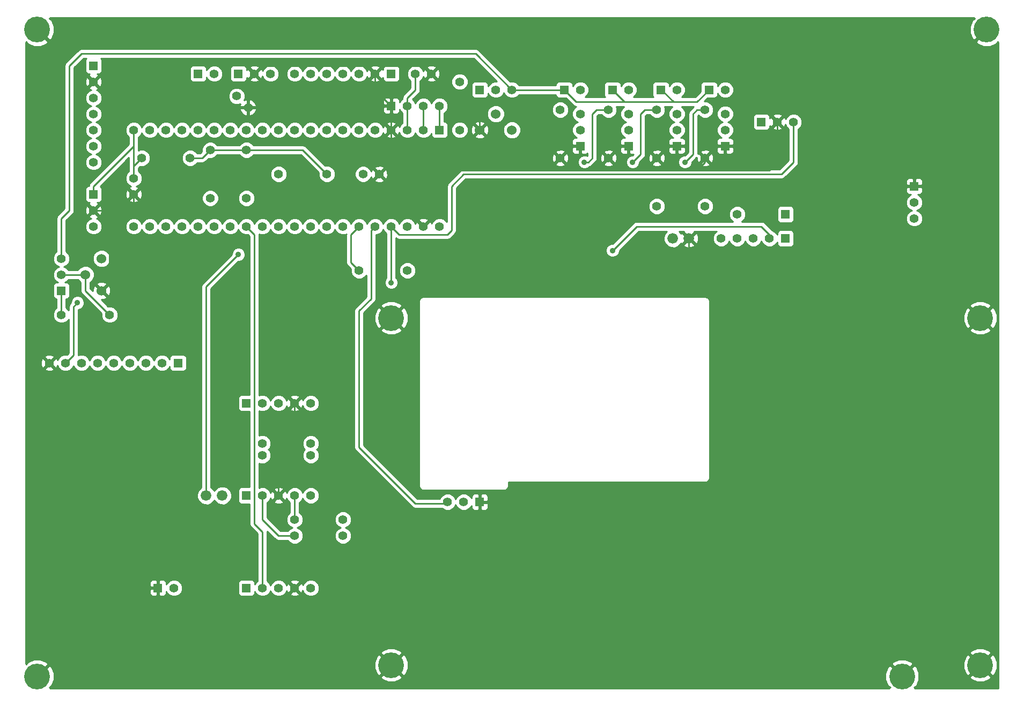
<source format=gtl>
G04 (created by PCBNEW (2013-07-07 BZR 4022)-stable) date 12/12/2015 1:39:09 PM*
%MOIN*%
G04 Gerber Fmt 3.4, Leading zero omitted, Abs format*
%FSLAX34Y34*%
G01*
G70*
G90*
G04 APERTURE LIST*
%ADD10C,0.00590551*%
%ADD11R,0.055X0.055*%
%ADD12C,0.055*%
%ADD13C,0.06*%
%ADD14C,0.066*%
%ADD15C,0.16*%
%ADD16C,0.035*%
%ADD17C,0.01*%
G04 APERTURE END LIST*
G54D10*
G54D11*
X32750Y-43000D03*
G54D12*
X31750Y-43000D03*
X30750Y-43000D03*
X29750Y-43000D03*
X28750Y-43000D03*
X27750Y-43000D03*
X26750Y-43000D03*
X25750Y-43000D03*
X24750Y-43000D03*
G54D11*
X46000Y-25000D03*
G54D12*
X45000Y-25000D03*
X44000Y-25000D03*
X43000Y-25000D03*
X42000Y-25000D03*
X41000Y-25000D03*
X40000Y-25000D03*
G54D11*
X27500Y-24500D03*
G54D12*
X27500Y-25500D03*
X27500Y-26500D03*
X27500Y-27500D03*
X27500Y-28500D03*
X27500Y-29500D03*
X27500Y-30500D03*
G54D11*
X37000Y-51250D03*
G54D12*
X38000Y-51250D03*
X39000Y-51250D03*
X40000Y-51250D03*
X41000Y-51250D03*
G54D11*
X37000Y-45500D03*
G54D12*
X38000Y-45500D03*
X39000Y-45500D03*
X40000Y-45500D03*
X41000Y-45500D03*
G54D11*
X37000Y-57000D03*
G54D12*
X38000Y-57000D03*
X39000Y-57000D03*
X40000Y-57000D03*
X41000Y-57000D03*
G54D11*
X70500Y-35250D03*
G54D12*
X69500Y-35250D03*
X68500Y-35250D03*
X67500Y-35250D03*
X66500Y-35250D03*
G54D11*
X46000Y-27000D03*
G54D12*
X47000Y-27000D03*
X48000Y-27000D03*
X49000Y-27000D03*
G54D11*
X51500Y-51650D03*
G54D12*
X50500Y-51650D03*
X49500Y-51650D03*
G54D11*
X57750Y-29500D03*
G54D12*
X57750Y-28500D03*
X57750Y-27500D03*
G54D11*
X60750Y-29500D03*
G54D12*
X60750Y-28500D03*
X60750Y-27500D03*
G54D11*
X78500Y-32000D03*
G54D12*
X78500Y-33000D03*
X78500Y-34000D03*
G54D11*
X63750Y-29500D03*
G54D12*
X63750Y-28500D03*
X63750Y-27500D03*
G54D11*
X66750Y-29500D03*
G54D12*
X66750Y-28500D03*
X66750Y-27500D03*
G54D11*
X25500Y-38500D03*
G54D12*
X25500Y-37500D03*
X25500Y-36500D03*
G54D11*
X27500Y-32500D03*
G54D12*
X27500Y-33500D03*
X27500Y-34500D03*
G54D11*
X51500Y-26000D03*
G54D12*
X52500Y-26000D03*
X53500Y-26000D03*
G54D11*
X69000Y-28000D03*
G54D12*
X70000Y-28000D03*
X71000Y-28000D03*
G54D11*
X36500Y-25000D03*
G54D12*
X37500Y-25000D03*
X38500Y-25000D03*
G54D11*
X62750Y-26000D03*
G54D12*
X63750Y-26000D03*
G54D11*
X65750Y-26000D03*
G54D12*
X66750Y-26000D03*
G54D11*
X59750Y-26000D03*
G54D12*
X60750Y-26000D03*
G54D11*
X56750Y-26000D03*
G54D12*
X57750Y-26000D03*
G54D11*
X34000Y-25000D03*
G54D12*
X35000Y-25000D03*
G54D11*
X31500Y-57000D03*
G54D12*
X32500Y-57000D03*
G54D13*
X28000Y-38500D03*
X27000Y-37500D03*
X28000Y-36500D03*
X51500Y-28500D03*
X52500Y-27500D03*
X53500Y-28500D03*
G54D12*
X62500Y-27250D03*
X62500Y-30250D03*
X59500Y-27250D03*
X59500Y-30250D03*
X65500Y-27250D03*
X65500Y-30250D03*
X56500Y-27250D03*
X56500Y-30250D03*
X34750Y-32750D03*
X34750Y-29750D03*
X40000Y-52750D03*
X43000Y-52750D03*
X38000Y-48000D03*
X41000Y-48000D03*
X38000Y-48750D03*
X41000Y-48750D03*
X37000Y-29750D03*
X37000Y-32750D03*
X65500Y-33250D03*
X62500Y-33250D03*
X40000Y-53750D03*
X43000Y-53750D03*
X47000Y-37250D03*
X44000Y-37250D03*
X50250Y-28500D03*
X50250Y-25500D03*
X33500Y-30250D03*
X30500Y-30250D03*
X25500Y-40000D03*
X28500Y-40000D03*
X42000Y-31250D03*
X39000Y-31250D03*
G54D14*
X34500Y-51250D03*
X35500Y-51250D03*
X63500Y-35250D03*
X64500Y-35250D03*
G54D11*
X49000Y-28500D03*
G54D12*
X48000Y-28500D03*
X47000Y-28500D03*
X46000Y-28500D03*
X45000Y-28500D03*
X44000Y-28500D03*
X43000Y-28500D03*
X42000Y-28500D03*
X41000Y-28500D03*
X40000Y-28500D03*
X39000Y-28500D03*
X38000Y-28500D03*
X37000Y-28500D03*
X36000Y-28500D03*
X35000Y-28500D03*
X34000Y-28500D03*
X33000Y-28500D03*
X32000Y-28500D03*
X31000Y-28500D03*
X30000Y-28500D03*
X30000Y-34500D03*
X31000Y-34500D03*
X32000Y-34500D03*
X33000Y-34500D03*
X34000Y-34500D03*
X35000Y-34500D03*
X36000Y-34500D03*
X37000Y-34500D03*
X38000Y-34500D03*
X39000Y-34500D03*
X40000Y-34500D03*
X41000Y-34500D03*
X42000Y-34500D03*
X43000Y-34500D03*
X44000Y-34500D03*
X45000Y-34500D03*
X46000Y-34500D03*
X47000Y-34500D03*
X48000Y-34500D03*
X49000Y-34500D03*
G54D11*
X70500Y-33750D03*
G54D12*
X67500Y-33750D03*
X36396Y-26396D03*
X37103Y-27103D03*
X30000Y-31500D03*
X30000Y-32500D03*
X45250Y-31250D03*
X44250Y-31250D03*
X47500Y-25000D03*
X48500Y-25000D03*
G54D15*
X82600Y-61800D03*
X46000Y-61800D03*
X46000Y-40200D03*
X82600Y-40200D03*
X24000Y-22250D03*
X83000Y-22250D03*
X24000Y-62500D03*
X77750Y-62500D03*
G54D16*
X36500Y-36250D03*
X59750Y-36000D03*
X64250Y-30500D03*
X61000Y-30500D03*
X58000Y-30500D03*
X46000Y-38000D03*
X26500Y-39250D03*
G54D17*
X25500Y-36500D02*
X25500Y-34000D01*
X51250Y-23750D02*
X53500Y-26000D01*
X26750Y-23750D02*
X51250Y-23750D01*
X26000Y-24500D02*
X26750Y-23750D01*
X26000Y-33500D02*
X26000Y-24500D01*
X25500Y-34000D02*
X26000Y-33500D01*
X56750Y-26000D02*
X54250Y-26000D01*
X54250Y-26000D02*
X53500Y-26000D01*
X62750Y-26000D02*
X62800Y-26000D01*
X62800Y-26000D02*
X63550Y-26750D01*
X59750Y-26000D02*
X60500Y-26750D01*
X56750Y-26000D02*
X57500Y-26750D01*
X65000Y-26750D02*
X65750Y-26000D01*
X63550Y-26750D02*
X65000Y-26750D01*
X57500Y-26750D02*
X60500Y-26750D01*
X60500Y-26750D02*
X63550Y-26750D01*
X34500Y-51250D02*
X34500Y-48750D01*
X69500Y-35000D02*
X69500Y-35250D01*
X36500Y-36250D02*
X34500Y-38250D01*
X34500Y-48750D02*
X34500Y-44500D01*
X61250Y-34500D02*
X59750Y-36000D01*
X69000Y-34500D02*
X61250Y-34500D01*
X69500Y-35000D02*
X69000Y-34500D01*
X34500Y-38250D02*
X34500Y-44500D01*
X48000Y-27000D02*
X48000Y-28500D01*
X49000Y-27000D02*
X49000Y-28500D01*
X65500Y-27250D02*
X65000Y-27250D01*
X64750Y-30000D02*
X64250Y-30500D01*
X64750Y-27500D02*
X64750Y-30000D01*
X65000Y-27250D02*
X64750Y-27500D01*
X38000Y-57000D02*
X38000Y-55250D01*
X38000Y-53500D02*
X38000Y-55250D01*
X37500Y-35000D02*
X37000Y-34500D01*
X37500Y-53000D02*
X37500Y-41250D01*
X38000Y-53500D02*
X37500Y-53000D01*
X37500Y-35000D02*
X37500Y-41250D01*
X49000Y-51750D02*
X49400Y-51750D01*
X44750Y-39000D02*
X44000Y-39750D01*
X44000Y-39750D02*
X44000Y-48250D01*
X44000Y-48250D02*
X45000Y-49250D01*
X45000Y-49250D02*
X47500Y-51750D01*
X47500Y-51750D02*
X49000Y-51750D01*
X44750Y-34750D02*
X44750Y-39000D01*
X45000Y-34500D02*
X44750Y-34750D01*
X49400Y-51750D02*
X49500Y-51650D01*
X62500Y-27250D02*
X61750Y-27250D01*
X61500Y-30000D02*
X61000Y-30500D01*
X61500Y-27500D02*
X61500Y-30000D01*
X61750Y-27250D02*
X61500Y-27500D01*
X59500Y-27250D02*
X58750Y-27250D01*
X58250Y-30500D02*
X58000Y-30500D01*
X58500Y-30250D02*
X58250Y-30500D01*
X58500Y-27500D02*
X58500Y-30250D01*
X58750Y-27250D02*
X58500Y-27500D01*
X30500Y-30250D02*
X30000Y-30750D01*
X30000Y-29500D02*
X30000Y-30750D01*
X30000Y-30750D02*
X30000Y-31500D01*
X27500Y-32500D02*
X27500Y-32000D01*
X30000Y-29500D02*
X30000Y-28500D01*
X27500Y-32000D02*
X30000Y-29500D01*
X47000Y-28500D02*
X47000Y-27000D01*
X47500Y-25000D02*
X47500Y-26000D01*
X47000Y-26500D02*
X47000Y-28500D01*
X47500Y-26000D02*
X47000Y-26500D01*
X27000Y-37500D02*
X27000Y-38500D01*
X27000Y-38500D02*
X28500Y-40000D01*
X25500Y-37500D02*
X27000Y-37500D01*
X38000Y-51250D02*
X38000Y-52750D01*
X39000Y-53750D02*
X40000Y-53750D01*
X38000Y-52750D02*
X39000Y-53750D01*
X40000Y-51250D02*
X40000Y-52750D01*
X25500Y-40000D02*
X25500Y-38500D01*
X44000Y-37250D02*
X43500Y-36750D01*
X43500Y-35000D02*
X44000Y-34500D01*
X43500Y-36750D02*
X43500Y-35000D01*
X46000Y-34500D02*
X46000Y-38000D01*
X46000Y-34500D02*
X46500Y-35000D01*
X71000Y-30500D02*
X71000Y-28000D01*
X70250Y-31250D02*
X71000Y-30500D01*
X50500Y-31250D02*
X70250Y-31250D01*
X49750Y-32000D02*
X50500Y-31250D01*
X49750Y-34750D02*
X49750Y-32000D01*
X49500Y-35000D02*
X49750Y-34750D01*
X46500Y-35000D02*
X49500Y-35000D01*
X37000Y-29750D02*
X40500Y-29750D01*
X40500Y-29750D02*
X42000Y-31250D01*
X34750Y-29750D02*
X37000Y-29750D01*
X33500Y-30250D02*
X34250Y-30250D01*
X34250Y-30250D02*
X34750Y-29750D01*
X26250Y-42500D02*
X25750Y-43000D01*
X26250Y-39500D02*
X26250Y-42500D01*
X26500Y-39250D02*
X26250Y-39500D01*
X66250Y-51250D02*
X65850Y-51650D01*
X66250Y-51250D02*
X66250Y-38000D01*
X66250Y-38000D02*
X64500Y-36250D01*
X64500Y-35250D02*
X64500Y-36250D01*
X65850Y-51650D02*
X51500Y-51650D01*
X40000Y-45500D02*
X40000Y-47250D01*
X40000Y-47250D02*
X40000Y-48750D01*
X40000Y-48750D02*
X39000Y-49750D01*
X39000Y-49750D02*
X39000Y-51250D01*
X46000Y-30000D02*
X46100Y-30000D01*
X47100Y-31000D02*
X65000Y-31000D01*
X46100Y-30000D02*
X47100Y-31000D01*
X65500Y-30250D02*
X65500Y-30500D01*
X65500Y-30500D02*
X65000Y-31000D01*
X70000Y-30500D02*
X70000Y-28000D01*
X69500Y-31000D02*
X70000Y-30500D01*
X65000Y-31000D02*
X69500Y-31000D01*
X30000Y-32500D02*
X30000Y-33000D01*
X30000Y-33000D02*
X29500Y-33500D01*
X37500Y-25000D02*
X37103Y-25396D01*
X37103Y-25396D02*
X37103Y-27103D01*
X46000Y-30500D02*
X45250Y-31250D01*
X37500Y-25000D02*
X38000Y-24500D01*
X44500Y-24500D02*
X45000Y-25000D01*
X38000Y-24500D02*
X44500Y-24500D01*
X29500Y-33500D02*
X29000Y-33500D01*
X28500Y-38000D02*
X28000Y-38500D01*
X28500Y-34000D02*
X28500Y-38000D01*
X29000Y-33500D02*
X28500Y-34000D01*
X46000Y-28500D02*
X46000Y-30000D01*
X46000Y-30000D02*
X46000Y-30500D01*
X46000Y-30500D02*
X46000Y-32100D01*
X46000Y-32100D02*
X46000Y-32500D01*
X46000Y-32500D02*
X47000Y-33500D01*
X27500Y-33500D02*
X29500Y-33500D01*
X29500Y-33500D02*
X47000Y-33500D01*
X47000Y-33500D02*
X48000Y-34500D01*
X51500Y-28500D02*
X51500Y-28000D01*
X51500Y-28000D02*
X48500Y-25000D01*
X48500Y-25000D02*
X48000Y-24500D01*
X48000Y-24500D02*
X45500Y-24500D01*
X45500Y-24500D02*
X45000Y-25000D01*
X46000Y-28500D02*
X46000Y-27000D01*
X46000Y-27000D02*
X45000Y-26000D01*
X45000Y-26000D02*
X45000Y-25000D01*
G54D10*
G36*
X83730Y-63230D02*
X83676Y-63230D01*
X83651Y-63230D01*
X83651Y-62001D01*
X83651Y-40401D01*
X83648Y-39983D01*
X83494Y-39611D01*
X83347Y-39523D01*
X83276Y-39594D01*
X83276Y-39452D01*
X83188Y-39305D01*
X82801Y-39148D01*
X82383Y-39151D01*
X82011Y-39305D01*
X81923Y-39452D01*
X82600Y-40129D01*
X83276Y-39452D01*
X83276Y-39594D01*
X82670Y-40200D01*
X83347Y-40876D01*
X83494Y-40788D01*
X83651Y-40401D01*
X83651Y-62001D01*
X83648Y-61583D01*
X83494Y-61211D01*
X83347Y-61123D01*
X83276Y-61194D01*
X83276Y-61052D01*
X83276Y-40947D01*
X82600Y-40270D01*
X82529Y-40341D01*
X82529Y-40200D01*
X81852Y-39523D01*
X81705Y-39611D01*
X81548Y-39998D01*
X81551Y-40416D01*
X81705Y-40788D01*
X81852Y-40876D01*
X82529Y-40200D01*
X82529Y-40341D01*
X81923Y-40947D01*
X82011Y-41094D01*
X82398Y-41251D01*
X82816Y-41248D01*
X83188Y-41094D01*
X83276Y-40947D01*
X83276Y-61052D01*
X83188Y-60905D01*
X82801Y-60748D01*
X82383Y-60751D01*
X82011Y-60905D01*
X81923Y-61052D01*
X82600Y-61729D01*
X83276Y-61052D01*
X83276Y-61194D01*
X82670Y-61800D01*
X83347Y-62476D01*
X83494Y-62388D01*
X83651Y-62001D01*
X83651Y-63230D01*
X83276Y-63230D01*
X83276Y-62547D01*
X82600Y-61870D01*
X82529Y-61941D01*
X82529Y-61800D01*
X81852Y-61123D01*
X81705Y-61211D01*
X81548Y-61598D01*
X81551Y-62016D01*
X81705Y-62388D01*
X81852Y-62476D01*
X82529Y-61800D01*
X82529Y-61941D01*
X81923Y-62547D01*
X82011Y-62694D01*
X82398Y-62851D01*
X82816Y-62848D01*
X83188Y-62694D01*
X83276Y-62547D01*
X83276Y-63230D01*
X79025Y-63230D01*
X79025Y-33896D01*
X78945Y-33703D01*
X78797Y-33555D01*
X78664Y-33499D01*
X78797Y-33445D01*
X78944Y-33297D01*
X79024Y-33104D01*
X79025Y-32896D01*
X78945Y-32703D01*
X78797Y-32555D01*
X78725Y-32525D01*
X78725Y-32525D01*
X78824Y-32524D01*
X78916Y-32486D01*
X78987Y-32416D01*
X79025Y-32324D01*
X79025Y-31675D01*
X78987Y-31583D01*
X78916Y-31513D01*
X78824Y-31475D01*
X78725Y-31474D01*
X78612Y-31475D01*
X78550Y-31537D01*
X78550Y-31950D01*
X78962Y-31950D01*
X79025Y-31887D01*
X79025Y-31675D01*
X79025Y-32324D01*
X79025Y-32112D01*
X78962Y-32050D01*
X78550Y-32050D01*
X78550Y-32057D01*
X78450Y-32057D01*
X78450Y-32050D01*
X78450Y-31950D01*
X78450Y-31537D01*
X78387Y-31475D01*
X78274Y-31474D01*
X78175Y-31475D01*
X78083Y-31513D01*
X78012Y-31583D01*
X77974Y-31675D01*
X77975Y-31887D01*
X78037Y-31950D01*
X78450Y-31950D01*
X78450Y-32050D01*
X78037Y-32050D01*
X77975Y-32112D01*
X77974Y-32324D01*
X78012Y-32416D01*
X78083Y-32486D01*
X78175Y-32524D01*
X78274Y-32525D01*
X78274Y-32525D01*
X78203Y-32554D01*
X78055Y-32702D01*
X77975Y-32895D01*
X77974Y-33103D01*
X78054Y-33297D01*
X78202Y-33444D01*
X78335Y-33500D01*
X78203Y-33554D01*
X78055Y-33702D01*
X77975Y-33895D01*
X77974Y-34103D01*
X78054Y-34297D01*
X78202Y-34444D01*
X78395Y-34524D01*
X78603Y-34525D01*
X78797Y-34445D01*
X78944Y-34297D01*
X79024Y-34104D01*
X79025Y-33896D01*
X79025Y-63230D01*
X78801Y-63230D01*
X78532Y-63230D01*
X78541Y-63220D01*
X78497Y-63176D01*
X78644Y-63088D01*
X78801Y-62701D01*
X78798Y-62283D01*
X78644Y-61911D01*
X78497Y-61823D01*
X78426Y-61894D01*
X78426Y-61752D01*
X78338Y-61605D01*
X77951Y-61448D01*
X77533Y-61451D01*
X77161Y-61605D01*
X77073Y-61752D01*
X77750Y-62429D01*
X78426Y-61752D01*
X78426Y-61894D01*
X77820Y-62500D01*
X77826Y-62505D01*
X77755Y-62576D01*
X77750Y-62570D01*
X77744Y-62576D01*
X77679Y-62511D01*
X77673Y-62505D01*
X77679Y-62500D01*
X77002Y-61823D01*
X76855Y-61911D01*
X76698Y-62298D01*
X76701Y-62716D01*
X76855Y-63088D01*
X77002Y-63176D01*
X76958Y-63220D01*
X76967Y-63230D01*
X71525Y-63230D01*
X71525Y-27896D01*
X71445Y-27703D01*
X71297Y-27555D01*
X71104Y-27475D01*
X70896Y-27474D01*
X70703Y-27554D01*
X70555Y-27702D01*
X70502Y-27828D01*
X70460Y-27727D01*
X70367Y-27702D01*
X70297Y-27773D01*
X70297Y-27632D01*
X70272Y-27539D01*
X70075Y-27470D01*
X69867Y-27481D01*
X69727Y-27539D01*
X69702Y-27632D01*
X70000Y-27929D01*
X70297Y-27632D01*
X70297Y-27773D01*
X70070Y-28000D01*
X70367Y-28297D01*
X70460Y-28272D01*
X70499Y-28162D01*
X70554Y-28297D01*
X70700Y-28442D01*
X70700Y-30375D01*
X70297Y-30778D01*
X70297Y-28367D01*
X70000Y-28070D01*
X69929Y-28141D01*
X69929Y-28000D01*
X69632Y-27702D01*
X69539Y-27727D01*
X69525Y-27768D01*
X69525Y-27675D01*
X69487Y-27583D01*
X69416Y-27513D01*
X69324Y-27475D01*
X69225Y-27474D01*
X68675Y-27474D01*
X68583Y-27512D01*
X68513Y-27583D01*
X68475Y-27675D01*
X68474Y-27774D01*
X68474Y-28324D01*
X68512Y-28416D01*
X68583Y-28486D01*
X68675Y-28524D01*
X68774Y-28525D01*
X69324Y-28525D01*
X69416Y-28487D01*
X69486Y-28416D01*
X69524Y-28324D01*
X69525Y-28237D01*
X69539Y-28272D01*
X69632Y-28297D01*
X69929Y-28000D01*
X69929Y-28141D01*
X69702Y-28367D01*
X69727Y-28460D01*
X69924Y-28529D01*
X70132Y-28518D01*
X70272Y-28460D01*
X70297Y-28367D01*
X70297Y-30778D01*
X70125Y-30950D01*
X67275Y-30950D01*
X67275Y-28396D01*
X67195Y-28203D01*
X67047Y-28055D01*
X66914Y-27999D01*
X67047Y-27945D01*
X67194Y-27797D01*
X67274Y-27604D01*
X67275Y-27396D01*
X67275Y-25896D01*
X67195Y-25703D01*
X67047Y-25555D01*
X66854Y-25475D01*
X66646Y-25474D01*
X66453Y-25554D01*
X66305Y-25702D01*
X66275Y-25774D01*
X66275Y-25675D01*
X66237Y-25583D01*
X66166Y-25513D01*
X66074Y-25475D01*
X65975Y-25474D01*
X65425Y-25474D01*
X65333Y-25512D01*
X65263Y-25583D01*
X65225Y-25675D01*
X65224Y-25774D01*
X65224Y-26100D01*
X64875Y-26450D01*
X64035Y-26450D01*
X64047Y-26445D01*
X64194Y-26297D01*
X64274Y-26104D01*
X64275Y-25896D01*
X64195Y-25703D01*
X64047Y-25555D01*
X63854Y-25475D01*
X63646Y-25474D01*
X63453Y-25554D01*
X63305Y-25702D01*
X63275Y-25774D01*
X63275Y-25675D01*
X63237Y-25583D01*
X63166Y-25513D01*
X63074Y-25475D01*
X62975Y-25474D01*
X62425Y-25474D01*
X62333Y-25512D01*
X62263Y-25583D01*
X62225Y-25675D01*
X62224Y-25774D01*
X62224Y-26324D01*
X62262Y-26416D01*
X62296Y-26450D01*
X61035Y-26450D01*
X61047Y-26445D01*
X61194Y-26297D01*
X61274Y-26104D01*
X61275Y-25896D01*
X61195Y-25703D01*
X61047Y-25555D01*
X60854Y-25475D01*
X60646Y-25474D01*
X60453Y-25554D01*
X60305Y-25702D01*
X60275Y-25774D01*
X60275Y-25675D01*
X60237Y-25583D01*
X60166Y-25513D01*
X60074Y-25475D01*
X59975Y-25474D01*
X59425Y-25474D01*
X59333Y-25512D01*
X59263Y-25583D01*
X59225Y-25675D01*
X59224Y-25774D01*
X59224Y-26324D01*
X59262Y-26416D01*
X59296Y-26450D01*
X58035Y-26450D01*
X58047Y-26445D01*
X58194Y-26297D01*
X58274Y-26104D01*
X58275Y-25896D01*
X58195Y-25703D01*
X58047Y-25555D01*
X57854Y-25475D01*
X57646Y-25474D01*
X57453Y-25554D01*
X57305Y-25702D01*
X57275Y-25774D01*
X57275Y-25675D01*
X57237Y-25583D01*
X57166Y-25513D01*
X57074Y-25475D01*
X56975Y-25474D01*
X56425Y-25474D01*
X56333Y-25512D01*
X56263Y-25583D01*
X56225Y-25675D01*
X56225Y-25700D01*
X54250Y-25700D01*
X53942Y-25700D01*
X53797Y-25555D01*
X53604Y-25475D01*
X53399Y-25474D01*
X51462Y-23537D01*
X51364Y-23472D01*
X51250Y-23450D01*
X26750Y-23450D01*
X26635Y-23472D01*
X26537Y-23537D01*
X25787Y-24287D01*
X25722Y-24385D01*
X25700Y-24500D01*
X25700Y-33375D01*
X25287Y-33787D01*
X25222Y-33885D01*
X25200Y-34000D01*
X25200Y-36057D01*
X25055Y-36202D01*
X25051Y-36211D01*
X24975Y-36395D01*
X24974Y-36603D01*
X25054Y-36797D01*
X25202Y-36944D01*
X25335Y-37000D01*
X25203Y-37054D01*
X25055Y-37202D01*
X24975Y-37395D01*
X24974Y-37603D01*
X25054Y-37797D01*
X25202Y-37944D01*
X25274Y-37974D01*
X25175Y-37974D01*
X25083Y-38012D01*
X25013Y-38083D01*
X24975Y-38175D01*
X24974Y-38274D01*
X24974Y-38824D01*
X25012Y-38916D01*
X25083Y-38986D01*
X25175Y-39024D01*
X25200Y-39024D01*
X25200Y-39557D01*
X25055Y-39702D01*
X24975Y-39895D01*
X24974Y-40103D01*
X25054Y-40297D01*
X25202Y-40444D01*
X25395Y-40524D01*
X25603Y-40525D01*
X25797Y-40445D01*
X25944Y-40297D01*
X25950Y-40285D01*
X25950Y-42375D01*
X25850Y-42475D01*
X25646Y-42474D01*
X25453Y-42554D01*
X25305Y-42702D01*
X25252Y-42828D01*
X25210Y-42727D01*
X25117Y-42702D01*
X25047Y-42773D01*
X25047Y-42632D01*
X25022Y-42539D01*
X24825Y-42470D01*
X24676Y-42478D01*
X24617Y-42481D01*
X24477Y-42539D01*
X24452Y-42632D01*
X24750Y-42929D01*
X25047Y-42632D01*
X25047Y-42773D01*
X24820Y-43000D01*
X25117Y-43297D01*
X25210Y-43272D01*
X25249Y-43162D01*
X25304Y-43297D01*
X25452Y-43444D01*
X25645Y-43524D01*
X25853Y-43525D01*
X26047Y-43445D01*
X26194Y-43297D01*
X26250Y-43164D01*
X26304Y-43297D01*
X26452Y-43444D01*
X26645Y-43524D01*
X26853Y-43525D01*
X27047Y-43445D01*
X27194Y-43297D01*
X27250Y-43164D01*
X27304Y-43297D01*
X27452Y-43444D01*
X27645Y-43524D01*
X27853Y-43525D01*
X28047Y-43445D01*
X28194Y-43297D01*
X28250Y-43164D01*
X28304Y-43297D01*
X28452Y-43444D01*
X28645Y-43524D01*
X28853Y-43525D01*
X29047Y-43445D01*
X29194Y-43297D01*
X29250Y-43164D01*
X29304Y-43297D01*
X29452Y-43444D01*
X29645Y-43524D01*
X29853Y-43525D01*
X30047Y-43445D01*
X30194Y-43297D01*
X30250Y-43164D01*
X30304Y-43297D01*
X30452Y-43444D01*
X30645Y-43524D01*
X30853Y-43525D01*
X31047Y-43445D01*
X31194Y-43297D01*
X31250Y-43164D01*
X31304Y-43297D01*
X31452Y-43444D01*
X31645Y-43524D01*
X31853Y-43525D01*
X32047Y-43445D01*
X32194Y-43297D01*
X32224Y-43225D01*
X32224Y-43324D01*
X32262Y-43416D01*
X32333Y-43486D01*
X32425Y-43524D01*
X32524Y-43525D01*
X33074Y-43525D01*
X33166Y-43487D01*
X33236Y-43416D01*
X33274Y-43324D01*
X33275Y-43225D01*
X33275Y-42675D01*
X33237Y-42583D01*
X33166Y-42513D01*
X33074Y-42475D01*
X32975Y-42474D01*
X32425Y-42474D01*
X32333Y-42512D01*
X32263Y-42583D01*
X32225Y-42675D01*
X32224Y-42774D01*
X32224Y-42774D01*
X32195Y-42703D01*
X32047Y-42555D01*
X31854Y-42475D01*
X31646Y-42474D01*
X31453Y-42554D01*
X31305Y-42702D01*
X31249Y-42835D01*
X31195Y-42703D01*
X31047Y-42555D01*
X30854Y-42475D01*
X30646Y-42474D01*
X30453Y-42554D01*
X30305Y-42702D01*
X30249Y-42835D01*
X30195Y-42703D01*
X30047Y-42555D01*
X29854Y-42475D01*
X29646Y-42474D01*
X29453Y-42554D01*
X29305Y-42702D01*
X29249Y-42835D01*
X29195Y-42703D01*
X29047Y-42555D01*
X28854Y-42475D01*
X28646Y-42474D01*
X28453Y-42554D01*
X28305Y-42702D01*
X28249Y-42835D01*
X28195Y-42703D01*
X28047Y-42555D01*
X27854Y-42475D01*
X27646Y-42474D01*
X27453Y-42554D01*
X27305Y-42702D01*
X27249Y-42835D01*
X27195Y-42703D01*
X27047Y-42555D01*
X26854Y-42475D01*
X26646Y-42474D01*
X26546Y-42515D01*
X26549Y-42500D01*
X26550Y-42500D01*
X26550Y-39675D01*
X26584Y-39675D01*
X26740Y-39610D01*
X26860Y-39491D01*
X26924Y-39334D01*
X26925Y-39165D01*
X26860Y-39009D01*
X26741Y-38889D01*
X26584Y-38825D01*
X26415Y-38824D01*
X26259Y-38889D01*
X26139Y-39008D01*
X26075Y-39165D01*
X26074Y-39250D01*
X26037Y-39287D01*
X25972Y-39385D01*
X25950Y-39500D01*
X25950Y-39714D01*
X25945Y-39703D01*
X25800Y-39557D01*
X25800Y-39025D01*
X25824Y-39025D01*
X25916Y-38987D01*
X25986Y-38916D01*
X26024Y-38824D01*
X26025Y-38725D01*
X26025Y-38175D01*
X25987Y-38083D01*
X25916Y-38013D01*
X25824Y-37975D01*
X25725Y-37974D01*
X25725Y-37974D01*
X25797Y-37945D01*
X25942Y-37800D01*
X26528Y-37800D01*
X26533Y-37811D01*
X26688Y-37965D01*
X26700Y-37970D01*
X26700Y-38500D01*
X26722Y-38614D01*
X26787Y-38712D01*
X27975Y-39899D01*
X27974Y-40103D01*
X28054Y-40297D01*
X28202Y-40444D01*
X28395Y-40524D01*
X28603Y-40525D01*
X28797Y-40445D01*
X28944Y-40297D01*
X29024Y-40104D01*
X29025Y-39896D01*
X28945Y-39703D01*
X28797Y-39555D01*
X28604Y-39475D01*
X28554Y-39475D01*
X28554Y-38581D01*
X28550Y-38488D01*
X28550Y-36391D01*
X28466Y-36188D01*
X28311Y-36034D01*
X28109Y-35950D01*
X28029Y-35950D01*
X28029Y-33575D01*
X28018Y-33367D01*
X27960Y-33227D01*
X27867Y-33202D01*
X27570Y-33500D01*
X27867Y-33797D01*
X27960Y-33772D01*
X28029Y-33575D01*
X28029Y-35950D01*
X28025Y-35950D01*
X28025Y-34396D01*
X27945Y-34203D01*
X27797Y-34055D01*
X27671Y-34002D01*
X27772Y-33960D01*
X27797Y-33867D01*
X27500Y-33570D01*
X27429Y-33641D01*
X27429Y-33500D01*
X27132Y-33202D01*
X27039Y-33227D01*
X26970Y-33424D01*
X26981Y-33632D01*
X27039Y-33772D01*
X27132Y-33797D01*
X27429Y-33500D01*
X27429Y-33641D01*
X27202Y-33867D01*
X27227Y-33960D01*
X27337Y-33999D01*
X27203Y-34054D01*
X27055Y-34202D01*
X26975Y-34395D01*
X26974Y-34603D01*
X27054Y-34797D01*
X27202Y-34944D01*
X27395Y-35024D01*
X27603Y-35025D01*
X27797Y-34945D01*
X27944Y-34797D01*
X28024Y-34604D01*
X28025Y-34396D01*
X28025Y-35950D01*
X27891Y-35949D01*
X27688Y-36033D01*
X27534Y-36188D01*
X27450Y-36390D01*
X27449Y-36608D01*
X27533Y-36811D01*
X27688Y-36965D01*
X27890Y-37049D01*
X28108Y-37050D01*
X28311Y-36966D01*
X28465Y-36811D01*
X28549Y-36609D01*
X28550Y-36391D01*
X28550Y-38488D01*
X28543Y-38363D01*
X28481Y-38212D01*
X28385Y-38184D01*
X28315Y-38255D01*
X28315Y-38114D01*
X28287Y-38018D01*
X28081Y-37945D01*
X27863Y-37956D01*
X27712Y-38018D01*
X27684Y-38114D01*
X28000Y-38429D01*
X28315Y-38114D01*
X28315Y-38255D01*
X28070Y-38500D01*
X28385Y-38815D01*
X28481Y-38787D01*
X28554Y-38581D01*
X28554Y-39475D01*
X28399Y-39474D01*
X27976Y-39051D01*
X28136Y-39043D01*
X28287Y-38981D01*
X28315Y-38885D01*
X28000Y-38570D01*
X27994Y-38576D01*
X27923Y-38505D01*
X27929Y-38500D01*
X27614Y-38184D01*
X27518Y-38212D01*
X27445Y-38418D01*
X27450Y-38526D01*
X27300Y-38375D01*
X27300Y-37971D01*
X27311Y-37966D01*
X27465Y-37811D01*
X27549Y-37609D01*
X27550Y-37391D01*
X27466Y-37188D01*
X27311Y-37034D01*
X27109Y-36950D01*
X26891Y-36949D01*
X26688Y-37033D01*
X26534Y-37188D01*
X26529Y-37200D01*
X25942Y-37200D01*
X25797Y-37055D01*
X25664Y-36999D01*
X25797Y-36945D01*
X25944Y-36797D01*
X26024Y-36604D01*
X26025Y-36396D01*
X25945Y-36203D01*
X25800Y-36057D01*
X25800Y-34124D01*
X26212Y-33712D01*
X26212Y-33712D01*
X26277Y-33614D01*
X26299Y-33500D01*
X26300Y-33500D01*
X26300Y-24624D01*
X26874Y-24050D01*
X27046Y-24050D01*
X27013Y-24083D01*
X26975Y-24175D01*
X26974Y-24274D01*
X26974Y-24824D01*
X27012Y-24916D01*
X27083Y-24986D01*
X27175Y-25024D01*
X27262Y-25025D01*
X27227Y-25039D01*
X27202Y-25132D01*
X27500Y-25429D01*
X27797Y-25132D01*
X27772Y-25039D01*
X27731Y-25025D01*
X27824Y-25025D01*
X27916Y-24987D01*
X27986Y-24916D01*
X28024Y-24824D01*
X28025Y-24725D01*
X28025Y-24175D01*
X27987Y-24083D01*
X27953Y-24050D01*
X51125Y-24050D01*
X52550Y-25475D01*
X52396Y-25474D01*
X52203Y-25554D01*
X52055Y-25702D01*
X52025Y-25774D01*
X52025Y-25675D01*
X51987Y-25583D01*
X51916Y-25513D01*
X51824Y-25475D01*
X51725Y-25474D01*
X51175Y-25474D01*
X51083Y-25512D01*
X51013Y-25583D01*
X50975Y-25675D01*
X50974Y-25774D01*
X50974Y-26324D01*
X51012Y-26416D01*
X51083Y-26486D01*
X51175Y-26524D01*
X51274Y-26525D01*
X51824Y-26525D01*
X51916Y-26487D01*
X51986Y-26416D01*
X52024Y-26324D01*
X52025Y-26225D01*
X52025Y-26225D01*
X52054Y-26297D01*
X52202Y-26444D01*
X52395Y-26524D01*
X52603Y-26525D01*
X52797Y-26445D01*
X52944Y-26297D01*
X53000Y-26164D01*
X53054Y-26297D01*
X53202Y-26444D01*
X53395Y-26524D01*
X53603Y-26525D01*
X53797Y-26445D01*
X53942Y-26300D01*
X54250Y-26300D01*
X56224Y-26300D01*
X56224Y-26324D01*
X56262Y-26416D01*
X56333Y-26486D01*
X56425Y-26524D01*
X56524Y-26525D01*
X56850Y-26525D01*
X57287Y-26962D01*
X57287Y-26962D01*
X57385Y-27027D01*
X57475Y-27045D01*
X57453Y-27054D01*
X57305Y-27202D01*
X57225Y-27395D01*
X57224Y-27603D01*
X57304Y-27797D01*
X57452Y-27944D01*
X57585Y-28000D01*
X57453Y-28054D01*
X57305Y-28202D01*
X57225Y-28395D01*
X57224Y-28603D01*
X57304Y-28797D01*
X57452Y-28944D01*
X57524Y-28974D01*
X57524Y-28974D01*
X57425Y-28975D01*
X57333Y-29013D01*
X57262Y-29083D01*
X57224Y-29175D01*
X57225Y-29387D01*
X57287Y-29450D01*
X57700Y-29450D01*
X57700Y-29442D01*
X57800Y-29442D01*
X57800Y-29450D01*
X57807Y-29450D01*
X57807Y-29550D01*
X57800Y-29550D01*
X57800Y-29962D01*
X57862Y-30025D01*
X57975Y-30025D01*
X58074Y-30024D01*
X58166Y-29986D01*
X58200Y-29953D01*
X58200Y-30122D01*
X58084Y-30075D01*
X57915Y-30074D01*
X57759Y-30139D01*
X57700Y-30198D01*
X57700Y-29962D01*
X57700Y-29550D01*
X57287Y-29550D01*
X57225Y-29612D01*
X57224Y-29824D01*
X57262Y-29916D01*
X57333Y-29986D01*
X57425Y-30024D01*
X57524Y-30025D01*
X57637Y-30025D01*
X57700Y-29962D01*
X57700Y-30198D01*
X57639Y-30258D01*
X57575Y-30415D01*
X57574Y-30584D01*
X57639Y-30740D01*
X57758Y-30860D01*
X57915Y-30924D01*
X58084Y-30925D01*
X58240Y-30860D01*
X58313Y-30787D01*
X58364Y-30777D01*
X58364Y-30777D01*
X58462Y-30712D01*
X58712Y-30462D01*
X58712Y-30462D01*
X58777Y-30364D01*
X58799Y-30250D01*
X58800Y-30250D01*
X58800Y-27624D01*
X58874Y-27550D01*
X59057Y-27550D01*
X59202Y-27694D01*
X59395Y-27774D01*
X59603Y-27775D01*
X59797Y-27695D01*
X59944Y-27547D01*
X60024Y-27354D01*
X60025Y-27146D01*
X59985Y-27050D01*
X60464Y-27050D01*
X60453Y-27054D01*
X60305Y-27202D01*
X60225Y-27395D01*
X60224Y-27603D01*
X60304Y-27797D01*
X60452Y-27944D01*
X60585Y-28000D01*
X60453Y-28054D01*
X60305Y-28202D01*
X60225Y-28395D01*
X60224Y-28603D01*
X60304Y-28797D01*
X60452Y-28944D01*
X60524Y-28974D01*
X60524Y-28974D01*
X60425Y-28975D01*
X60333Y-29013D01*
X60262Y-29083D01*
X60224Y-29175D01*
X60225Y-29387D01*
X60287Y-29450D01*
X60700Y-29450D01*
X60700Y-29442D01*
X60800Y-29442D01*
X60800Y-29450D01*
X60807Y-29450D01*
X60807Y-29550D01*
X60800Y-29550D01*
X60800Y-29962D01*
X60862Y-30025D01*
X60975Y-30025D01*
X61050Y-30024D01*
X61000Y-30075D01*
X60915Y-30074D01*
X60759Y-30139D01*
X60700Y-30198D01*
X60700Y-29962D01*
X60700Y-29550D01*
X60287Y-29550D01*
X60225Y-29612D01*
X60224Y-29824D01*
X60262Y-29916D01*
X60333Y-29986D01*
X60425Y-30024D01*
X60524Y-30025D01*
X60637Y-30025D01*
X60700Y-29962D01*
X60700Y-30198D01*
X60639Y-30258D01*
X60575Y-30415D01*
X60574Y-30584D01*
X60639Y-30740D01*
X60758Y-30860D01*
X60915Y-30924D01*
X61084Y-30925D01*
X61240Y-30860D01*
X61360Y-30741D01*
X61424Y-30584D01*
X61425Y-30499D01*
X61712Y-30212D01*
X61712Y-30212D01*
X61777Y-30114D01*
X61799Y-30000D01*
X61800Y-30000D01*
X61800Y-27624D01*
X61874Y-27550D01*
X62057Y-27550D01*
X62202Y-27694D01*
X62395Y-27774D01*
X62603Y-27775D01*
X62797Y-27695D01*
X62944Y-27547D01*
X63024Y-27354D01*
X63025Y-27146D01*
X62985Y-27050D01*
X63464Y-27050D01*
X63453Y-27054D01*
X63305Y-27202D01*
X63225Y-27395D01*
X63224Y-27603D01*
X63304Y-27797D01*
X63452Y-27944D01*
X63585Y-28000D01*
X63453Y-28054D01*
X63305Y-28202D01*
X63225Y-28395D01*
X63224Y-28603D01*
X63304Y-28797D01*
X63452Y-28944D01*
X63524Y-28974D01*
X63524Y-28974D01*
X63425Y-28975D01*
X63333Y-29013D01*
X63262Y-29083D01*
X63224Y-29175D01*
X63225Y-29387D01*
X63287Y-29450D01*
X63700Y-29450D01*
X63700Y-29442D01*
X63800Y-29442D01*
X63800Y-29450D01*
X64212Y-29450D01*
X64275Y-29387D01*
X64275Y-29175D01*
X64237Y-29083D01*
X64166Y-29013D01*
X64074Y-28975D01*
X63975Y-28974D01*
X63975Y-28974D01*
X64047Y-28945D01*
X64194Y-28797D01*
X64274Y-28604D01*
X64275Y-28396D01*
X64195Y-28203D01*
X64047Y-28055D01*
X63914Y-27999D01*
X64047Y-27945D01*
X64194Y-27797D01*
X64274Y-27604D01*
X64275Y-27396D01*
X64195Y-27203D01*
X64047Y-27055D01*
X64035Y-27050D01*
X64775Y-27050D01*
X64537Y-27287D01*
X64472Y-27385D01*
X64450Y-27500D01*
X64450Y-29875D01*
X64275Y-30050D01*
X64275Y-29824D01*
X64275Y-29612D01*
X64212Y-29550D01*
X63800Y-29550D01*
X63800Y-29962D01*
X63862Y-30025D01*
X63975Y-30025D01*
X64074Y-30024D01*
X64166Y-29986D01*
X64237Y-29916D01*
X64275Y-29824D01*
X64275Y-30050D01*
X64250Y-30075D01*
X64165Y-30074D01*
X64009Y-30139D01*
X63889Y-30258D01*
X63825Y-30415D01*
X63824Y-30584D01*
X63889Y-30740D01*
X64008Y-30860D01*
X64165Y-30924D01*
X64334Y-30925D01*
X64490Y-30860D01*
X64610Y-30741D01*
X64674Y-30584D01*
X64675Y-30499D01*
X64962Y-30212D01*
X64962Y-30212D01*
X64971Y-30198D01*
X64981Y-30382D01*
X65039Y-30522D01*
X65132Y-30547D01*
X65429Y-30250D01*
X65132Y-29952D01*
X65050Y-29974D01*
X65050Y-27624D01*
X65090Y-27583D01*
X65202Y-27694D01*
X65395Y-27774D01*
X65603Y-27775D01*
X65797Y-27695D01*
X65944Y-27547D01*
X66024Y-27354D01*
X66025Y-27146D01*
X65945Y-26953D01*
X65797Y-26805D01*
X65604Y-26725D01*
X65449Y-26724D01*
X65649Y-26525D01*
X66074Y-26525D01*
X66166Y-26487D01*
X66236Y-26416D01*
X66274Y-26324D01*
X66275Y-26225D01*
X66275Y-26225D01*
X66304Y-26297D01*
X66452Y-26444D01*
X66645Y-26524D01*
X66853Y-26525D01*
X67047Y-26445D01*
X67194Y-26297D01*
X67274Y-26104D01*
X67275Y-25896D01*
X67275Y-27396D01*
X67195Y-27203D01*
X67047Y-27055D01*
X66854Y-26975D01*
X66646Y-26974D01*
X66453Y-27054D01*
X66305Y-27202D01*
X66225Y-27395D01*
X66224Y-27603D01*
X66304Y-27797D01*
X66452Y-27944D01*
X66585Y-28000D01*
X66453Y-28054D01*
X66305Y-28202D01*
X66225Y-28395D01*
X66224Y-28603D01*
X66304Y-28797D01*
X66452Y-28944D01*
X66524Y-28974D01*
X66524Y-28974D01*
X66425Y-28975D01*
X66333Y-29013D01*
X66262Y-29083D01*
X66224Y-29175D01*
X66225Y-29387D01*
X66287Y-29450D01*
X66700Y-29450D01*
X66700Y-29442D01*
X66800Y-29442D01*
X66800Y-29450D01*
X67212Y-29450D01*
X67275Y-29387D01*
X67275Y-29175D01*
X67237Y-29083D01*
X67166Y-29013D01*
X67074Y-28975D01*
X66975Y-28974D01*
X66975Y-28974D01*
X67047Y-28945D01*
X67194Y-28797D01*
X67274Y-28604D01*
X67275Y-28396D01*
X67275Y-30950D01*
X67275Y-30950D01*
X67275Y-29824D01*
X67275Y-29612D01*
X67212Y-29550D01*
X66800Y-29550D01*
X66800Y-29962D01*
X66862Y-30025D01*
X66975Y-30025D01*
X67074Y-30024D01*
X67166Y-29986D01*
X67237Y-29916D01*
X67275Y-29824D01*
X67275Y-30950D01*
X66700Y-30950D01*
X66700Y-29962D01*
X66700Y-29550D01*
X66287Y-29550D01*
X66225Y-29612D01*
X66224Y-29824D01*
X66262Y-29916D01*
X66333Y-29986D01*
X66425Y-30024D01*
X66524Y-30025D01*
X66637Y-30025D01*
X66700Y-29962D01*
X66700Y-30950D01*
X66029Y-30950D01*
X66029Y-30325D01*
X66018Y-30117D01*
X65960Y-29977D01*
X65867Y-29952D01*
X65797Y-30023D01*
X65797Y-29882D01*
X65772Y-29789D01*
X65575Y-29720D01*
X65367Y-29731D01*
X65227Y-29789D01*
X65202Y-29882D01*
X65500Y-30179D01*
X65797Y-29882D01*
X65797Y-30023D01*
X65570Y-30250D01*
X65867Y-30547D01*
X65960Y-30522D01*
X66029Y-30325D01*
X66029Y-30950D01*
X65797Y-30950D01*
X65797Y-30617D01*
X65500Y-30320D01*
X65202Y-30617D01*
X65227Y-30710D01*
X65424Y-30779D01*
X65632Y-30768D01*
X65772Y-30710D01*
X65797Y-30617D01*
X65797Y-30950D01*
X63700Y-30950D01*
X63700Y-29962D01*
X63700Y-29550D01*
X63287Y-29550D01*
X63225Y-29612D01*
X63224Y-29824D01*
X63262Y-29916D01*
X63333Y-29986D01*
X63425Y-30024D01*
X63524Y-30025D01*
X63637Y-30025D01*
X63700Y-29962D01*
X63700Y-30950D01*
X63029Y-30950D01*
X63029Y-30325D01*
X63018Y-30117D01*
X62960Y-29977D01*
X62867Y-29952D01*
X62797Y-30023D01*
X62797Y-29882D01*
X62772Y-29789D01*
X62575Y-29720D01*
X62367Y-29731D01*
X62227Y-29789D01*
X62202Y-29882D01*
X62500Y-30179D01*
X62797Y-29882D01*
X62797Y-30023D01*
X62570Y-30250D01*
X62867Y-30547D01*
X62960Y-30522D01*
X63029Y-30325D01*
X63029Y-30950D01*
X62797Y-30950D01*
X62797Y-30617D01*
X62500Y-30320D01*
X62429Y-30391D01*
X62429Y-30250D01*
X62132Y-29952D01*
X62039Y-29977D01*
X61970Y-30174D01*
X61981Y-30382D01*
X62039Y-30522D01*
X62132Y-30547D01*
X62429Y-30250D01*
X62429Y-30391D01*
X62202Y-30617D01*
X62227Y-30710D01*
X62424Y-30779D01*
X62632Y-30768D01*
X62772Y-30710D01*
X62797Y-30617D01*
X62797Y-30950D01*
X60029Y-30950D01*
X60029Y-30325D01*
X60018Y-30117D01*
X59960Y-29977D01*
X59867Y-29952D01*
X59797Y-30023D01*
X59797Y-29882D01*
X59772Y-29789D01*
X59575Y-29720D01*
X59367Y-29731D01*
X59227Y-29789D01*
X59202Y-29882D01*
X59500Y-30179D01*
X59797Y-29882D01*
X59797Y-30023D01*
X59570Y-30250D01*
X59867Y-30547D01*
X59960Y-30522D01*
X60029Y-30325D01*
X60029Y-30950D01*
X59797Y-30950D01*
X59797Y-30617D01*
X59500Y-30320D01*
X59429Y-30391D01*
X59429Y-30250D01*
X59132Y-29952D01*
X59039Y-29977D01*
X58970Y-30174D01*
X58981Y-30382D01*
X59039Y-30522D01*
X59132Y-30547D01*
X59429Y-30250D01*
X59429Y-30391D01*
X59202Y-30617D01*
X59227Y-30710D01*
X59424Y-30779D01*
X59632Y-30768D01*
X59772Y-30710D01*
X59797Y-30617D01*
X59797Y-30950D01*
X57029Y-30950D01*
X57029Y-30325D01*
X57025Y-30237D01*
X57025Y-27146D01*
X56945Y-26953D01*
X56797Y-26805D01*
X56604Y-26725D01*
X56396Y-26724D01*
X56203Y-26804D01*
X56055Y-26952D01*
X55975Y-27145D01*
X55974Y-27353D01*
X56054Y-27547D01*
X56202Y-27694D01*
X56395Y-27774D01*
X56603Y-27775D01*
X56797Y-27695D01*
X56944Y-27547D01*
X57024Y-27354D01*
X57025Y-27146D01*
X57025Y-30237D01*
X57018Y-30117D01*
X56960Y-29977D01*
X56867Y-29952D01*
X56797Y-30023D01*
X56797Y-29882D01*
X56772Y-29789D01*
X56575Y-29720D01*
X56367Y-29731D01*
X56227Y-29789D01*
X56202Y-29882D01*
X56500Y-30179D01*
X56797Y-29882D01*
X56797Y-30023D01*
X56570Y-30250D01*
X56867Y-30547D01*
X56960Y-30522D01*
X57029Y-30325D01*
X57029Y-30950D01*
X56797Y-30950D01*
X56797Y-30617D01*
X56500Y-30320D01*
X56429Y-30391D01*
X56429Y-30250D01*
X56132Y-29952D01*
X56039Y-29977D01*
X55970Y-30174D01*
X55981Y-30382D01*
X56039Y-30522D01*
X56132Y-30547D01*
X56429Y-30250D01*
X56429Y-30391D01*
X56202Y-30617D01*
X56227Y-30710D01*
X56424Y-30779D01*
X56632Y-30768D01*
X56772Y-30710D01*
X56797Y-30617D01*
X56797Y-30950D01*
X54050Y-30950D01*
X54050Y-28391D01*
X53966Y-28188D01*
X53811Y-28034D01*
X53609Y-27950D01*
X53391Y-27949D01*
X53188Y-28033D01*
X53050Y-28171D01*
X53050Y-27391D01*
X52966Y-27188D01*
X52811Y-27034D01*
X52609Y-26950D01*
X52391Y-26949D01*
X52188Y-27033D01*
X52034Y-27188D01*
X51950Y-27390D01*
X51949Y-27608D01*
X52033Y-27811D01*
X52188Y-27965D01*
X52390Y-28049D01*
X52608Y-28050D01*
X52811Y-27966D01*
X52965Y-27811D01*
X53049Y-27609D01*
X53050Y-27391D01*
X53050Y-28171D01*
X53034Y-28188D01*
X52950Y-28390D01*
X52949Y-28608D01*
X53033Y-28811D01*
X53188Y-28965D01*
X53390Y-29049D01*
X53608Y-29050D01*
X53811Y-28966D01*
X53965Y-28811D01*
X54049Y-28609D01*
X54050Y-28391D01*
X54050Y-30950D01*
X52054Y-30950D01*
X52054Y-28581D01*
X52043Y-28363D01*
X51981Y-28212D01*
X51885Y-28184D01*
X51815Y-28255D01*
X51815Y-28114D01*
X51787Y-28018D01*
X51581Y-27945D01*
X51363Y-27956D01*
X51212Y-28018D01*
X51184Y-28114D01*
X51500Y-28429D01*
X51815Y-28114D01*
X51815Y-28255D01*
X51570Y-28500D01*
X51885Y-28815D01*
X51981Y-28787D01*
X52054Y-28581D01*
X52054Y-30950D01*
X51815Y-30950D01*
X51815Y-28885D01*
X51500Y-28570D01*
X51429Y-28641D01*
X51429Y-28500D01*
X51114Y-28184D01*
X51018Y-28212D01*
X50945Y-28418D01*
X50956Y-28636D01*
X51018Y-28787D01*
X51114Y-28815D01*
X51429Y-28500D01*
X51429Y-28641D01*
X51184Y-28885D01*
X51212Y-28981D01*
X51418Y-29054D01*
X51636Y-29043D01*
X51787Y-28981D01*
X51815Y-28885D01*
X51815Y-30950D01*
X50775Y-30950D01*
X50775Y-28396D01*
X50775Y-25396D01*
X50695Y-25203D01*
X50547Y-25055D01*
X50354Y-24975D01*
X50146Y-24974D01*
X49953Y-25054D01*
X49805Y-25202D01*
X49725Y-25395D01*
X49724Y-25603D01*
X49804Y-25797D01*
X49952Y-25944D01*
X50145Y-26024D01*
X50353Y-26025D01*
X50547Y-25945D01*
X50694Y-25797D01*
X50774Y-25604D01*
X50775Y-25396D01*
X50775Y-28396D01*
X50695Y-28203D01*
X50547Y-28055D01*
X50354Y-27975D01*
X50146Y-27974D01*
X49953Y-28054D01*
X49805Y-28202D01*
X49725Y-28395D01*
X49724Y-28603D01*
X49804Y-28797D01*
X49952Y-28944D01*
X50145Y-29024D01*
X50353Y-29025D01*
X50547Y-28945D01*
X50694Y-28797D01*
X50774Y-28604D01*
X50775Y-28396D01*
X50775Y-30950D01*
X50500Y-30950D01*
X50385Y-30972D01*
X50287Y-31037D01*
X49537Y-31787D01*
X49525Y-31806D01*
X49525Y-26896D01*
X49445Y-26703D01*
X49297Y-26555D01*
X49104Y-26475D01*
X49029Y-26475D01*
X49029Y-25075D01*
X49018Y-24867D01*
X48960Y-24727D01*
X48867Y-24702D01*
X48797Y-24773D01*
X48797Y-24632D01*
X48772Y-24539D01*
X48575Y-24470D01*
X48367Y-24481D01*
X48227Y-24539D01*
X48202Y-24632D01*
X48500Y-24929D01*
X48797Y-24632D01*
X48797Y-24773D01*
X48570Y-25000D01*
X48867Y-25297D01*
X48960Y-25272D01*
X49029Y-25075D01*
X49029Y-26475D01*
X48896Y-26474D01*
X48797Y-26515D01*
X48797Y-25367D01*
X48500Y-25070D01*
X48202Y-25367D01*
X48227Y-25460D01*
X48424Y-25529D01*
X48632Y-25518D01*
X48772Y-25460D01*
X48797Y-25367D01*
X48797Y-26515D01*
X48703Y-26554D01*
X48555Y-26702D01*
X48499Y-26835D01*
X48445Y-26703D01*
X48297Y-26555D01*
X48104Y-26475D01*
X47896Y-26474D01*
X47703Y-26554D01*
X47555Y-26702D01*
X47499Y-26835D01*
X47445Y-26703D01*
X47333Y-26590D01*
X47712Y-26212D01*
X47712Y-26212D01*
X47777Y-26114D01*
X47799Y-26000D01*
X47800Y-26000D01*
X47800Y-25442D01*
X47944Y-25297D01*
X47997Y-25171D01*
X48039Y-25272D01*
X48132Y-25297D01*
X48429Y-25000D01*
X48132Y-24702D01*
X48039Y-24727D01*
X48000Y-24837D01*
X47945Y-24703D01*
X47797Y-24555D01*
X47604Y-24475D01*
X47396Y-24474D01*
X47203Y-24554D01*
X47055Y-24702D01*
X46975Y-24895D01*
X46974Y-25103D01*
X47054Y-25297D01*
X47200Y-25442D01*
X47200Y-25875D01*
X46787Y-26287D01*
X46722Y-26385D01*
X46700Y-26500D01*
X46700Y-26557D01*
X46555Y-26702D01*
X46525Y-26774D01*
X46525Y-26774D01*
X46525Y-25225D01*
X46525Y-24675D01*
X46487Y-24583D01*
X46416Y-24513D01*
X46324Y-24475D01*
X46225Y-24474D01*
X45675Y-24474D01*
X45583Y-24512D01*
X45513Y-24583D01*
X45475Y-24675D01*
X45474Y-24762D01*
X45460Y-24727D01*
X45367Y-24702D01*
X45297Y-24773D01*
X45297Y-24632D01*
X45272Y-24539D01*
X45075Y-24470D01*
X44867Y-24481D01*
X44727Y-24539D01*
X44702Y-24632D01*
X45000Y-24929D01*
X45297Y-24632D01*
X45297Y-24773D01*
X45070Y-25000D01*
X45367Y-25297D01*
X45460Y-25272D01*
X45474Y-25231D01*
X45474Y-25324D01*
X45512Y-25416D01*
X45583Y-25486D01*
X45675Y-25524D01*
X45774Y-25525D01*
X46324Y-25525D01*
X46416Y-25487D01*
X46486Y-25416D01*
X46524Y-25324D01*
X46525Y-25225D01*
X46525Y-26774D01*
X46524Y-26675D01*
X46486Y-26583D01*
X46416Y-26512D01*
X46324Y-26474D01*
X46112Y-26475D01*
X46050Y-26537D01*
X46050Y-26950D01*
X46057Y-26950D01*
X46057Y-27050D01*
X46050Y-27050D01*
X46050Y-27462D01*
X46112Y-27525D01*
X46324Y-27525D01*
X46416Y-27487D01*
X46486Y-27416D01*
X46524Y-27324D01*
X46525Y-27225D01*
X46525Y-27225D01*
X46554Y-27297D01*
X46700Y-27442D01*
X46700Y-28057D01*
X46555Y-28202D01*
X46502Y-28328D01*
X46460Y-28227D01*
X46367Y-28202D01*
X46297Y-28273D01*
X46297Y-28132D01*
X46272Y-28039D01*
X46075Y-27970D01*
X45950Y-27976D01*
X45950Y-27462D01*
X45950Y-27050D01*
X45950Y-26950D01*
X45950Y-26537D01*
X45887Y-26475D01*
X45675Y-26474D01*
X45583Y-26512D01*
X45513Y-26583D01*
X45475Y-26675D01*
X45474Y-26774D01*
X45475Y-26887D01*
X45537Y-26950D01*
X45950Y-26950D01*
X45950Y-27050D01*
X45537Y-27050D01*
X45475Y-27112D01*
X45474Y-27225D01*
X45475Y-27324D01*
X45513Y-27416D01*
X45583Y-27487D01*
X45675Y-27525D01*
X45887Y-27525D01*
X45950Y-27462D01*
X45950Y-27976D01*
X45867Y-27981D01*
X45727Y-28039D01*
X45702Y-28132D01*
X46000Y-28429D01*
X46297Y-28132D01*
X46297Y-28273D01*
X46070Y-28500D01*
X46367Y-28797D01*
X46460Y-28772D01*
X46499Y-28662D01*
X46554Y-28797D01*
X46702Y-28944D01*
X46895Y-29024D01*
X47103Y-29025D01*
X47297Y-28945D01*
X47444Y-28797D01*
X47500Y-28664D01*
X47554Y-28797D01*
X47702Y-28944D01*
X47895Y-29024D01*
X48103Y-29025D01*
X48297Y-28945D01*
X48444Y-28797D01*
X48474Y-28725D01*
X48474Y-28824D01*
X48512Y-28916D01*
X48583Y-28986D01*
X48675Y-29024D01*
X48774Y-29025D01*
X49324Y-29025D01*
X49416Y-28987D01*
X49486Y-28916D01*
X49524Y-28824D01*
X49525Y-28725D01*
X49525Y-28175D01*
X49487Y-28083D01*
X49416Y-28013D01*
X49324Y-27975D01*
X49300Y-27975D01*
X49300Y-27442D01*
X49444Y-27297D01*
X49524Y-27104D01*
X49525Y-26896D01*
X49525Y-31806D01*
X49472Y-31885D01*
X49450Y-32000D01*
X49450Y-34214D01*
X49445Y-34203D01*
X49297Y-34055D01*
X49104Y-33975D01*
X48896Y-33974D01*
X48703Y-34054D01*
X48555Y-34202D01*
X48502Y-34328D01*
X48460Y-34227D01*
X48367Y-34202D01*
X48297Y-34273D01*
X48297Y-34132D01*
X48272Y-34039D01*
X48075Y-33970D01*
X47867Y-33981D01*
X47727Y-34039D01*
X47702Y-34132D01*
X48000Y-34429D01*
X48297Y-34132D01*
X48297Y-34273D01*
X48070Y-34500D01*
X48076Y-34505D01*
X48005Y-34576D01*
X48000Y-34570D01*
X47994Y-34576D01*
X47923Y-34505D01*
X47929Y-34500D01*
X47632Y-34202D01*
X47539Y-34227D01*
X47500Y-34337D01*
X47445Y-34203D01*
X47297Y-34055D01*
X47104Y-33975D01*
X46896Y-33974D01*
X46703Y-34054D01*
X46555Y-34202D01*
X46499Y-34335D01*
X46445Y-34203D01*
X46297Y-34055D01*
X46297Y-34054D01*
X46297Y-28867D01*
X46000Y-28570D01*
X45929Y-28641D01*
X45929Y-28500D01*
X45632Y-28202D01*
X45539Y-28227D01*
X45500Y-28337D01*
X45445Y-28203D01*
X45297Y-28055D01*
X45297Y-28054D01*
X45297Y-25367D01*
X45000Y-25070D01*
X44929Y-25141D01*
X44929Y-25000D01*
X44632Y-24702D01*
X44539Y-24727D01*
X44500Y-24837D01*
X44445Y-24703D01*
X44297Y-24555D01*
X44104Y-24475D01*
X43896Y-24474D01*
X43703Y-24554D01*
X43555Y-24702D01*
X43499Y-24835D01*
X43445Y-24703D01*
X43297Y-24555D01*
X43104Y-24475D01*
X42896Y-24474D01*
X42703Y-24554D01*
X42555Y-24702D01*
X42499Y-24835D01*
X42445Y-24703D01*
X42297Y-24555D01*
X42104Y-24475D01*
X41896Y-24474D01*
X41703Y-24554D01*
X41555Y-24702D01*
X41499Y-24835D01*
X41445Y-24703D01*
X41297Y-24555D01*
X41104Y-24475D01*
X40896Y-24474D01*
X40703Y-24554D01*
X40555Y-24702D01*
X40499Y-24835D01*
X40445Y-24703D01*
X40297Y-24555D01*
X40104Y-24475D01*
X39896Y-24474D01*
X39703Y-24554D01*
X39555Y-24702D01*
X39475Y-24895D01*
X39474Y-25103D01*
X39554Y-25297D01*
X39702Y-25444D01*
X39895Y-25524D01*
X40103Y-25525D01*
X40297Y-25445D01*
X40444Y-25297D01*
X40500Y-25164D01*
X40554Y-25297D01*
X40702Y-25444D01*
X40895Y-25524D01*
X41103Y-25525D01*
X41297Y-25445D01*
X41444Y-25297D01*
X41500Y-25164D01*
X41554Y-25297D01*
X41702Y-25444D01*
X41895Y-25524D01*
X42103Y-25525D01*
X42297Y-25445D01*
X42444Y-25297D01*
X42500Y-25164D01*
X42554Y-25297D01*
X42702Y-25444D01*
X42895Y-25524D01*
X43103Y-25525D01*
X43297Y-25445D01*
X43444Y-25297D01*
X43500Y-25164D01*
X43554Y-25297D01*
X43702Y-25444D01*
X43895Y-25524D01*
X44103Y-25525D01*
X44297Y-25445D01*
X44444Y-25297D01*
X44497Y-25171D01*
X44539Y-25272D01*
X44632Y-25297D01*
X44929Y-25000D01*
X44929Y-25141D01*
X44702Y-25367D01*
X44727Y-25460D01*
X44924Y-25529D01*
X45132Y-25518D01*
X45272Y-25460D01*
X45297Y-25367D01*
X45297Y-28054D01*
X45104Y-27975D01*
X44896Y-27974D01*
X44703Y-28054D01*
X44555Y-28202D01*
X44499Y-28335D01*
X44445Y-28203D01*
X44297Y-28055D01*
X44104Y-27975D01*
X43896Y-27974D01*
X43703Y-28054D01*
X43555Y-28202D01*
X43499Y-28335D01*
X43445Y-28203D01*
X43297Y-28055D01*
X43104Y-27975D01*
X42896Y-27974D01*
X42703Y-28054D01*
X42555Y-28202D01*
X42499Y-28335D01*
X42445Y-28203D01*
X42297Y-28055D01*
X42104Y-27975D01*
X41896Y-27974D01*
X41703Y-28054D01*
X41555Y-28202D01*
X41499Y-28335D01*
X41445Y-28203D01*
X41297Y-28055D01*
X41104Y-27975D01*
X40896Y-27974D01*
X40703Y-28054D01*
X40555Y-28202D01*
X40499Y-28335D01*
X40445Y-28203D01*
X40297Y-28055D01*
X40104Y-27975D01*
X39896Y-27974D01*
X39703Y-28054D01*
X39555Y-28202D01*
X39499Y-28335D01*
X39445Y-28203D01*
X39297Y-28055D01*
X39104Y-27975D01*
X39025Y-27975D01*
X39025Y-24896D01*
X38945Y-24703D01*
X38797Y-24555D01*
X38604Y-24475D01*
X38396Y-24474D01*
X38203Y-24554D01*
X38055Y-24702D01*
X38002Y-24828D01*
X37960Y-24727D01*
X37867Y-24702D01*
X37797Y-24773D01*
X37797Y-24632D01*
X37772Y-24539D01*
X37575Y-24470D01*
X37367Y-24481D01*
X37227Y-24539D01*
X37202Y-24632D01*
X37500Y-24929D01*
X37797Y-24632D01*
X37797Y-24773D01*
X37570Y-25000D01*
X37867Y-25297D01*
X37960Y-25272D01*
X37999Y-25162D01*
X38054Y-25297D01*
X38202Y-25444D01*
X38395Y-25524D01*
X38603Y-25525D01*
X38797Y-25445D01*
X38944Y-25297D01*
X39024Y-25104D01*
X39025Y-24896D01*
X39025Y-27975D01*
X38896Y-27974D01*
X38703Y-28054D01*
X38555Y-28202D01*
X38499Y-28335D01*
X38445Y-28203D01*
X38297Y-28055D01*
X38104Y-27975D01*
X37896Y-27974D01*
X37797Y-28015D01*
X37797Y-25367D01*
X37500Y-25070D01*
X37429Y-25141D01*
X37429Y-25000D01*
X37132Y-24702D01*
X37039Y-24727D01*
X37025Y-24768D01*
X37025Y-24675D01*
X36987Y-24583D01*
X36916Y-24513D01*
X36824Y-24475D01*
X36725Y-24474D01*
X36175Y-24474D01*
X36083Y-24512D01*
X36013Y-24583D01*
X35975Y-24675D01*
X35974Y-24774D01*
X35974Y-25324D01*
X36012Y-25416D01*
X36083Y-25486D01*
X36175Y-25524D01*
X36274Y-25525D01*
X36824Y-25525D01*
X36916Y-25487D01*
X36986Y-25416D01*
X37024Y-25324D01*
X37025Y-25237D01*
X37039Y-25272D01*
X37132Y-25297D01*
X37429Y-25000D01*
X37429Y-25141D01*
X37202Y-25367D01*
X37227Y-25460D01*
X37424Y-25529D01*
X37632Y-25518D01*
X37772Y-25460D01*
X37797Y-25367D01*
X37797Y-28015D01*
X37703Y-28054D01*
X37622Y-28135D01*
X37622Y-27236D01*
X37622Y-26970D01*
X37531Y-26782D01*
X37376Y-26643D01*
X37236Y-26584D01*
X37153Y-26633D01*
X37153Y-27053D01*
X37573Y-27053D01*
X37622Y-26970D01*
X37622Y-27236D01*
X37573Y-27153D01*
X37153Y-27153D01*
X37153Y-27573D01*
X37236Y-27622D01*
X37424Y-27531D01*
X37564Y-27376D01*
X37622Y-27236D01*
X37622Y-28135D01*
X37555Y-28202D01*
X37499Y-28335D01*
X37445Y-28203D01*
X37297Y-28055D01*
X37104Y-27975D01*
X37097Y-27975D01*
X37097Y-27027D01*
X37053Y-26982D01*
X37053Y-26633D01*
X36970Y-26584D01*
X36865Y-26635D01*
X36921Y-26501D01*
X36921Y-26292D01*
X36841Y-26099D01*
X36694Y-25951D01*
X36501Y-25871D01*
X36292Y-25871D01*
X36099Y-25951D01*
X35951Y-26098D01*
X35871Y-26291D01*
X35871Y-26500D01*
X35951Y-26693D01*
X36098Y-26841D01*
X36291Y-26921D01*
X36500Y-26921D01*
X36627Y-26869D01*
X36584Y-26970D01*
X36633Y-27053D01*
X36982Y-27053D01*
X37027Y-27097D01*
X37053Y-27071D01*
X37097Y-27027D01*
X37097Y-27975D01*
X37053Y-27975D01*
X37053Y-27573D01*
X37053Y-27153D01*
X36633Y-27153D01*
X36584Y-27236D01*
X36675Y-27424D01*
X36830Y-27564D01*
X36970Y-27622D01*
X37053Y-27573D01*
X37053Y-27975D01*
X36896Y-27974D01*
X36703Y-28054D01*
X36555Y-28202D01*
X36499Y-28335D01*
X36445Y-28203D01*
X36297Y-28055D01*
X36104Y-27975D01*
X35896Y-27974D01*
X35703Y-28054D01*
X35555Y-28202D01*
X35525Y-28274D01*
X35525Y-24896D01*
X35445Y-24703D01*
X35297Y-24555D01*
X35104Y-24475D01*
X34896Y-24474D01*
X34703Y-24554D01*
X34555Y-24702D01*
X34525Y-24774D01*
X34525Y-24675D01*
X34487Y-24583D01*
X34416Y-24513D01*
X34324Y-24475D01*
X34225Y-24474D01*
X33675Y-24474D01*
X33583Y-24512D01*
X33513Y-24583D01*
X33475Y-24675D01*
X33474Y-24774D01*
X33474Y-25324D01*
X33512Y-25416D01*
X33583Y-25486D01*
X33675Y-25524D01*
X33774Y-25525D01*
X34324Y-25525D01*
X34416Y-25487D01*
X34486Y-25416D01*
X34524Y-25324D01*
X34525Y-25225D01*
X34525Y-25225D01*
X34554Y-25297D01*
X34702Y-25444D01*
X34895Y-25524D01*
X35103Y-25525D01*
X35297Y-25445D01*
X35444Y-25297D01*
X35524Y-25104D01*
X35525Y-24896D01*
X35525Y-28274D01*
X35499Y-28335D01*
X35445Y-28203D01*
X35297Y-28055D01*
X35104Y-27975D01*
X34896Y-27974D01*
X34703Y-28054D01*
X34555Y-28202D01*
X34499Y-28335D01*
X34445Y-28203D01*
X34297Y-28055D01*
X34104Y-27975D01*
X33896Y-27974D01*
X33703Y-28054D01*
X33555Y-28202D01*
X33499Y-28335D01*
X33445Y-28203D01*
X33297Y-28055D01*
X33104Y-27975D01*
X32896Y-27974D01*
X32703Y-28054D01*
X32555Y-28202D01*
X32499Y-28335D01*
X32445Y-28203D01*
X32297Y-28055D01*
X32104Y-27975D01*
X31896Y-27974D01*
X31703Y-28054D01*
X31555Y-28202D01*
X31499Y-28335D01*
X31445Y-28203D01*
X31297Y-28055D01*
X31104Y-27975D01*
X30896Y-27974D01*
X30703Y-28054D01*
X30555Y-28202D01*
X30499Y-28335D01*
X30445Y-28203D01*
X30297Y-28055D01*
X30104Y-27975D01*
X29896Y-27974D01*
X29703Y-28054D01*
X29555Y-28202D01*
X29475Y-28395D01*
X29474Y-28603D01*
X29554Y-28797D01*
X29700Y-28942D01*
X29700Y-29375D01*
X28029Y-31045D01*
X28029Y-25575D01*
X28018Y-25367D01*
X27960Y-25227D01*
X27867Y-25202D01*
X27570Y-25500D01*
X27867Y-25797D01*
X27960Y-25772D01*
X28029Y-25575D01*
X28029Y-31045D01*
X28025Y-31050D01*
X28025Y-30396D01*
X27945Y-30203D01*
X27797Y-30055D01*
X27664Y-29999D01*
X27797Y-29945D01*
X27944Y-29797D01*
X28024Y-29604D01*
X28025Y-29396D01*
X27945Y-29203D01*
X27797Y-29055D01*
X27664Y-28999D01*
X27797Y-28945D01*
X27944Y-28797D01*
X28024Y-28604D01*
X28025Y-28396D01*
X27945Y-28203D01*
X27797Y-28055D01*
X27664Y-27999D01*
X27797Y-27945D01*
X27944Y-27797D01*
X28024Y-27604D01*
X28025Y-27396D01*
X27945Y-27203D01*
X27797Y-27055D01*
X27664Y-26999D01*
X27797Y-26945D01*
X27944Y-26797D01*
X28024Y-26604D01*
X28025Y-26396D01*
X27945Y-26203D01*
X27797Y-26055D01*
X27671Y-26002D01*
X27772Y-25960D01*
X27797Y-25867D01*
X27500Y-25570D01*
X27429Y-25641D01*
X27429Y-25500D01*
X27132Y-25202D01*
X27039Y-25227D01*
X26970Y-25424D01*
X26981Y-25632D01*
X27039Y-25772D01*
X27132Y-25797D01*
X27429Y-25500D01*
X27429Y-25641D01*
X27202Y-25867D01*
X27227Y-25960D01*
X27337Y-25999D01*
X27203Y-26054D01*
X27055Y-26202D01*
X26975Y-26395D01*
X26974Y-26603D01*
X27054Y-26797D01*
X27202Y-26944D01*
X27335Y-27000D01*
X27203Y-27054D01*
X27055Y-27202D01*
X26975Y-27395D01*
X26974Y-27603D01*
X27054Y-27797D01*
X27202Y-27944D01*
X27335Y-28000D01*
X27203Y-28054D01*
X27055Y-28202D01*
X26975Y-28395D01*
X26974Y-28603D01*
X27054Y-28797D01*
X27202Y-28944D01*
X27335Y-29000D01*
X27203Y-29054D01*
X27055Y-29202D01*
X26975Y-29395D01*
X26974Y-29603D01*
X27054Y-29797D01*
X27202Y-29944D01*
X27335Y-30000D01*
X27203Y-30054D01*
X27055Y-30202D01*
X26975Y-30395D01*
X26974Y-30603D01*
X27054Y-30797D01*
X27202Y-30944D01*
X27395Y-31024D01*
X27603Y-31025D01*
X27797Y-30945D01*
X27944Y-30797D01*
X28024Y-30604D01*
X28025Y-30396D01*
X28025Y-31050D01*
X27287Y-31787D01*
X27222Y-31885D01*
X27204Y-31974D01*
X27175Y-31974D01*
X27083Y-32012D01*
X27013Y-32083D01*
X26975Y-32175D01*
X26974Y-32274D01*
X26974Y-32824D01*
X27012Y-32916D01*
X27083Y-32986D01*
X27175Y-33024D01*
X27262Y-33025D01*
X27227Y-33039D01*
X27202Y-33132D01*
X27500Y-33429D01*
X27797Y-33132D01*
X27772Y-33039D01*
X27731Y-33025D01*
X27824Y-33025D01*
X27916Y-32987D01*
X27986Y-32916D01*
X28024Y-32824D01*
X28025Y-32725D01*
X28025Y-32175D01*
X27987Y-32083D01*
X27916Y-32013D01*
X27912Y-32011D01*
X29700Y-30224D01*
X29700Y-30750D01*
X29700Y-31057D01*
X29555Y-31202D01*
X29475Y-31395D01*
X29474Y-31603D01*
X29554Y-31797D01*
X29702Y-31944D01*
X29828Y-31997D01*
X29727Y-32039D01*
X29702Y-32132D01*
X30000Y-32429D01*
X30297Y-32132D01*
X30272Y-32039D01*
X30162Y-32000D01*
X30297Y-31945D01*
X30444Y-31797D01*
X30524Y-31604D01*
X30525Y-31396D01*
X30445Y-31203D01*
X30300Y-31057D01*
X30300Y-30874D01*
X30399Y-30774D01*
X30603Y-30775D01*
X30797Y-30695D01*
X30944Y-30547D01*
X31024Y-30354D01*
X31025Y-30146D01*
X30945Y-29953D01*
X30797Y-29805D01*
X30604Y-29725D01*
X30396Y-29724D01*
X30300Y-29764D01*
X30300Y-29500D01*
X30300Y-28942D01*
X30444Y-28797D01*
X30500Y-28664D01*
X30554Y-28797D01*
X30702Y-28944D01*
X30895Y-29024D01*
X31103Y-29025D01*
X31297Y-28945D01*
X31444Y-28797D01*
X31500Y-28664D01*
X31554Y-28797D01*
X31702Y-28944D01*
X31895Y-29024D01*
X32103Y-29025D01*
X32297Y-28945D01*
X32444Y-28797D01*
X32500Y-28664D01*
X32554Y-28797D01*
X32702Y-28944D01*
X32895Y-29024D01*
X33103Y-29025D01*
X33297Y-28945D01*
X33444Y-28797D01*
X33500Y-28664D01*
X33554Y-28797D01*
X33702Y-28944D01*
X33895Y-29024D01*
X34103Y-29025D01*
X34297Y-28945D01*
X34444Y-28797D01*
X34500Y-28664D01*
X34554Y-28797D01*
X34702Y-28944D01*
X34895Y-29024D01*
X35103Y-29025D01*
X35297Y-28945D01*
X35444Y-28797D01*
X35500Y-28664D01*
X35554Y-28797D01*
X35702Y-28944D01*
X35895Y-29024D01*
X36103Y-29025D01*
X36297Y-28945D01*
X36444Y-28797D01*
X36500Y-28664D01*
X36554Y-28797D01*
X36702Y-28944D01*
X36895Y-29024D01*
X37103Y-29025D01*
X37297Y-28945D01*
X37444Y-28797D01*
X37500Y-28664D01*
X37554Y-28797D01*
X37702Y-28944D01*
X37895Y-29024D01*
X38103Y-29025D01*
X38297Y-28945D01*
X38444Y-28797D01*
X38500Y-28664D01*
X38554Y-28797D01*
X38702Y-28944D01*
X38895Y-29024D01*
X39103Y-29025D01*
X39297Y-28945D01*
X39444Y-28797D01*
X39500Y-28664D01*
X39554Y-28797D01*
X39702Y-28944D01*
X39895Y-29024D01*
X40103Y-29025D01*
X40297Y-28945D01*
X40444Y-28797D01*
X40500Y-28664D01*
X40554Y-28797D01*
X40702Y-28944D01*
X40895Y-29024D01*
X41103Y-29025D01*
X41297Y-28945D01*
X41444Y-28797D01*
X41500Y-28664D01*
X41554Y-28797D01*
X41702Y-28944D01*
X41895Y-29024D01*
X42103Y-29025D01*
X42297Y-28945D01*
X42444Y-28797D01*
X42500Y-28664D01*
X42554Y-28797D01*
X42702Y-28944D01*
X42895Y-29024D01*
X43103Y-29025D01*
X43297Y-28945D01*
X43444Y-28797D01*
X43500Y-28664D01*
X43554Y-28797D01*
X43702Y-28944D01*
X43895Y-29024D01*
X44103Y-29025D01*
X44297Y-28945D01*
X44444Y-28797D01*
X44500Y-28664D01*
X44554Y-28797D01*
X44702Y-28944D01*
X44895Y-29024D01*
X45103Y-29025D01*
X45297Y-28945D01*
X45444Y-28797D01*
X45497Y-28671D01*
X45539Y-28772D01*
X45632Y-28797D01*
X45929Y-28500D01*
X45929Y-28641D01*
X45702Y-28867D01*
X45727Y-28960D01*
X45924Y-29029D01*
X46132Y-29018D01*
X46272Y-28960D01*
X46297Y-28867D01*
X46297Y-34054D01*
X46104Y-33975D01*
X45896Y-33974D01*
X45779Y-34022D01*
X45779Y-31325D01*
X45768Y-31117D01*
X45710Y-30977D01*
X45617Y-30952D01*
X45547Y-31023D01*
X45547Y-30882D01*
X45522Y-30789D01*
X45325Y-30720D01*
X45117Y-30731D01*
X44977Y-30789D01*
X44952Y-30882D01*
X45250Y-31179D01*
X45547Y-30882D01*
X45547Y-31023D01*
X45320Y-31250D01*
X45617Y-31547D01*
X45710Y-31522D01*
X45779Y-31325D01*
X45779Y-34022D01*
X45703Y-34054D01*
X45555Y-34202D01*
X45547Y-34221D01*
X45547Y-31617D01*
X45250Y-31320D01*
X45179Y-31391D01*
X45179Y-31250D01*
X44882Y-30952D01*
X44789Y-30977D01*
X44750Y-31087D01*
X44695Y-30953D01*
X44547Y-30805D01*
X44354Y-30725D01*
X44146Y-30724D01*
X43953Y-30804D01*
X43805Y-30952D01*
X43725Y-31145D01*
X43724Y-31353D01*
X43804Y-31547D01*
X43952Y-31694D01*
X44145Y-31774D01*
X44353Y-31775D01*
X44547Y-31695D01*
X44694Y-31547D01*
X44747Y-31421D01*
X44789Y-31522D01*
X44882Y-31547D01*
X45179Y-31250D01*
X45179Y-31391D01*
X44952Y-31617D01*
X44977Y-31710D01*
X45174Y-31779D01*
X45382Y-31768D01*
X45522Y-31710D01*
X45547Y-31617D01*
X45547Y-34221D01*
X45499Y-34335D01*
X45445Y-34203D01*
X45297Y-34055D01*
X45104Y-33975D01*
X44896Y-33974D01*
X44703Y-34054D01*
X44555Y-34202D01*
X44499Y-34335D01*
X44445Y-34203D01*
X44297Y-34055D01*
X44104Y-33975D01*
X43896Y-33974D01*
X43703Y-34054D01*
X43555Y-34202D01*
X43499Y-34335D01*
X43445Y-34203D01*
X43297Y-34055D01*
X43104Y-33975D01*
X42896Y-33974D01*
X42703Y-34054D01*
X42555Y-34202D01*
X42525Y-34274D01*
X42525Y-31146D01*
X42445Y-30953D01*
X42297Y-30805D01*
X42104Y-30725D01*
X41899Y-30724D01*
X40712Y-29537D01*
X40614Y-29472D01*
X40500Y-29450D01*
X37442Y-29450D01*
X37297Y-29305D01*
X37104Y-29225D01*
X36896Y-29224D01*
X36703Y-29304D01*
X36557Y-29450D01*
X35192Y-29450D01*
X35047Y-29305D01*
X34854Y-29225D01*
X34646Y-29224D01*
X34453Y-29304D01*
X34305Y-29452D01*
X34225Y-29645D01*
X34224Y-29850D01*
X34125Y-29950D01*
X33942Y-29950D01*
X33797Y-29805D01*
X33604Y-29725D01*
X33396Y-29724D01*
X33203Y-29804D01*
X33055Y-29952D01*
X32975Y-30145D01*
X32974Y-30353D01*
X33054Y-30547D01*
X33202Y-30694D01*
X33395Y-30774D01*
X33603Y-30775D01*
X33797Y-30695D01*
X33942Y-30550D01*
X34250Y-30550D01*
X34250Y-30549D01*
X34364Y-30527D01*
X34364Y-30527D01*
X34462Y-30462D01*
X34649Y-30274D01*
X34853Y-30275D01*
X35047Y-30195D01*
X35192Y-30050D01*
X36557Y-30050D01*
X36702Y-30194D01*
X36895Y-30274D01*
X37103Y-30275D01*
X37297Y-30195D01*
X37442Y-30050D01*
X40375Y-30050D01*
X41475Y-31149D01*
X41474Y-31353D01*
X41554Y-31547D01*
X41702Y-31694D01*
X41895Y-31774D01*
X42103Y-31775D01*
X42297Y-31695D01*
X42444Y-31547D01*
X42524Y-31354D01*
X42525Y-31146D01*
X42525Y-34274D01*
X42499Y-34335D01*
X42445Y-34203D01*
X42297Y-34055D01*
X42104Y-33975D01*
X41896Y-33974D01*
X41703Y-34054D01*
X41555Y-34202D01*
X41499Y-34335D01*
X41445Y-34203D01*
X41297Y-34055D01*
X41104Y-33975D01*
X40896Y-33974D01*
X40703Y-34054D01*
X40555Y-34202D01*
X40499Y-34335D01*
X40445Y-34203D01*
X40297Y-34055D01*
X40104Y-33975D01*
X39896Y-33974D01*
X39703Y-34054D01*
X39555Y-34202D01*
X39525Y-34274D01*
X39525Y-31146D01*
X39445Y-30953D01*
X39297Y-30805D01*
X39104Y-30725D01*
X38896Y-30724D01*
X38703Y-30804D01*
X38555Y-30952D01*
X38475Y-31145D01*
X38474Y-31353D01*
X38554Y-31547D01*
X38702Y-31694D01*
X38895Y-31774D01*
X39103Y-31775D01*
X39297Y-31695D01*
X39444Y-31547D01*
X39524Y-31354D01*
X39525Y-31146D01*
X39525Y-34274D01*
X39499Y-34335D01*
X39445Y-34203D01*
X39297Y-34055D01*
X39104Y-33975D01*
X38896Y-33974D01*
X38703Y-34054D01*
X38555Y-34202D01*
X38499Y-34335D01*
X38445Y-34203D01*
X38297Y-34055D01*
X38104Y-33975D01*
X37896Y-33974D01*
X37703Y-34054D01*
X37555Y-34202D01*
X37525Y-34274D01*
X37525Y-32646D01*
X37445Y-32453D01*
X37297Y-32305D01*
X37104Y-32225D01*
X36896Y-32224D01*
X36703Y-32304D01*
X36555Y-32452D01*
X36475Y-32645D01*
X36474Y-32853D01*
X36554Y-33047D01*
X36702Y-33194D01*
X36895Y-33274D01*
X37103Y-33275D01*
X37297Y-33195D01*
X37444Y-33047D01*
X37524Y-32854D01*
X37525Y-32646D01*
X37525Y-34274D01*
X37499Y-34335D01*
X37445Y-34203D01*
X37297Y-34055D01*
X37104Y-33975D01*
X36896Y-33974D01*
X36703Y-34054D01*
X36555Y-34202D01*
X36499Y-34335D01*
X36445Y-34203D01*
X36297Y-34055D01*
X36104Y-33975D01*
X35896Y-33974D01*
X35703Y-34054D01*
X35555Y-34202D01*
X35499Y-34335D01*
X35445Y-34203D01*
X35297Y-34055D01*
X35275Y-34045D01*
X35275Y-32646D01*
X35195Y-32453D01*
X35047Y-32305D01*
X34854Y-32225D01*
X34646Y-32224D01*
X34453Y-32304D01*
X34305Y-32452D01*
X34225Y-32645D01*
X34224Y-32853D01*
X34304Y-33047D01*
X34452Y-33194D01*
X34645Y-33274D01*
X34853Y-33275D01*
X35047Y-33195D01*
X35194Y-33047D01*
X35274Y-32854D01*
X35275Y-32646D01*
X35275Y-34045D01*
X35104Y-33975D01*
X34896Y-33974D01*
X34703Y-34054D01*
X34555Y-34202D01*
X34499Y-34335D01*
X34445Y-34203D01*
X34297Y-34055D01*
X34104Y-33975D01*
X33896Y-33974D01*
X33703Y-34054D01*
X33555Y-34202D01*
X33499Y-34335D01*
X33445Y-34203D01*
X33297Y-34055D01*
X33104Y-33975D01*
X32896Y-33974D01*
X32703Y-34054D01*
X32555Y-34202D01*
X32499Y-34335D01*
X32445Y-34203D01*
X32297Y-34055D01*
X32104Y-33975D01*
X31896Y-33974D01*
X31703Y-34054D01*
X31555Y-34202D01*
X31499Y-34335D01*
X31445Y-34203D01*
X31297Y-34055D01*
X31104Y-33975D01*
X30896Y-33974D01*
X30703Y-34054D01*
X30555Y-34202D01*
X30529Y-34263D01*
X30529Y-32575D01*
X30518Y-32367D01*
X30460Y-32227D01*
X30367Y-32202D01*
X30070Y-32500D01*
X30367Y-32797D01*
X30460Y-32772D01*
X30529Y-32575D01*
X30529Y-34263D01*
X30499Y-34335D01*
X30445Y-34203D01*
X30297Y-34055D01*
X30297Y-34054D01*
X30297Y-32867D01*
X30000Y-32570D01*
X29929Y-32641D01*
X29929Y-32500D01*
X29632Y-32202D01*
X29539Y-32227D01*
X29470Y-32424D01*
X29481Y-32632D01*
X29539Y-32772D01*
X29632Y-32797D01*
X29929Y-32500D01*
X29929Y-32641D01*
X29702Y-32867D01*
X29727Y-32960D01*
X29924Y-33029D01*
X30132Y-33018D01*
X30272Y-32960D01*
X30297Y-32867D01*
X30297Y-34054D01*
X30104Y-33975D01*
X29896Y-33974D01*
X29703Y-34054D01*
X29555Y-34202D01*
X29475Y-34395D01*
X29474Y-34603D01*
X29554Y-34797D01*
X29702Y-34944D01*
X29895Y-35024D01*
X30103Y-35025D01*
X30297Y-34945D01*
X30444Y-34797D01*
X30500Y-34664D01*
X30554Y-34797D01*
X30702Y-34944D01*
X30895Y-35024D01*
X31103Y-35025D01*
X31297Y-34945D01*
X31444Y-34797D01*
X31500Y-34664D01*
X31554Y-34797D01*
X31702Y-34944D01*
X31895Y-35024D01*
X32103Y-35025D01*
X32297Y-34945D01*
X32444Y-34797D01*
X32500Y-34664D01*
X32554Y-34797D01*
X32702Y-34944D01*
X32895Y-35024D01*
X33103Y-35025D01*
X33297Y-34945D01*
X33444Y-34797D01*
X33500Y-34664D01*
X33554Y-34797D01*
X33702Y-34944D01*
X33895Y-35024D01*
X34103Y-35025D01*
X34297Y-34945D01*
X34444Y-34797D01*
X34500Y-34664D01*
X34554Y-34797D01*
X34702Y-34944D01*
X34895Y-35024D01*
X35103Y-35025D01*
X35297Y-34945D01*
X35444Y-34797D01*
X35500Y-34664D01*
X35554Y-34797D01*
X35702Y-34944D01*
X35895Y-35024D01*
X36103Y-35025D01*
X36297Y-34945D01*
X36444Y-34797D01*
X36500Y-34664D01*
X36554Y-34797D01*
X36702Y-34944D01*
X36895Y-35024D01*
X37100Y-35025D01*
X37200Y-35124D01*
X37200Y-41250D01*
X37200Y-44974D01*
X36925Y-44974D01*
X36925Y-36165D01*
X36860Y-36009D01*
X36741Y-35889D01*
X36584Y-35825D01*
X36415Y-35824D01*
X36259Y-35889D01*
X36139Y-36008D01*
X36075Y-36165D01*
X36074Y-36250D01*
X34287Y-38037D01*
X34222Y-38135D01*
X34200Y-38250D01*
X34200Y-44500D01*
X34200Y-48750D01*
X34200Y-50746D01*
X34171Y-50758D01*
X34008Y-50921D01*
X33920Y-51134D01*
X33919Y-51364D01*
X34008Y-51578D01*
X34171Y-51741D01*
X34384Y-51829D01*
X34614Y-51830D01*
X34828Y-51741D01*
X34991Y-51578D01*
X34999Y-51558D01*
X35008Y-51578D01*
X35171Y-51741D01*
X35384Y-51829D01*
X35614Y-51830D01*
X35828Y-51741D01*
X35991Y-51578D01*
X36079Y-51365D01*
X36080Y-51135D01*
X35991Y-50921D01*
X35828Y-50758D01*
X35615Y-50670D01*
X35385Y-50669D01*
X35171Y-50758D01*
X35008Y-50921D01*
X35000Y-50941D01*
X34991Y-50921D01*
X34828Y-50758D01*
X34800Y-50746D01*
X34800Y-48750D01*
X34800Y-44500D01*
X34800Y-38374D01*
X36499Y-36674D01*
X36584Y-36675D01*
X36740Y-36610D01*
X36860Y-36491D01*
X36924Y-36334D01*
X36925Y-36165D01*
X36925Y-44974D01*
X36675Y-44974D01*
X36583Y-45012D01*
X36513Y-45083D01*
X36475Y-45175D01*
X36474Y-45274D01*
X36474Y-45824D01*
X36512Y-45916D01*
X36583Y-45986D01*
X36675Y-46024D01*
X36774Y-46025D01*
X37200Y-46025D01*
X37200Y-50724D01*
X36675Y-50724D01*
X36583Y-50762D01*
X36513Y-50833D01*
X36475Y-50925D01*
X36474Y-51024D01*
X36474Y-51574D01*
X36512Y-51666D01*
X36583Y-51736D01*
X36675Y-51774D01*
X36774Y-51775D01*
X37200Y-51775D01*
X37200Y-53000D01*
X37222Y-53114D01*
X37287Y-53212D01*
X37700Y-53624D01*
X37700Y-55250D01*
X37700Y-56557D01*
X37555Y-56702D01*
X37525Y-56774D01*
X37525Y-56675D01*
X37487Y-56583D01*
X37416Y-56513D01*
X37324Y-56475D01*
X37225Y-56474D01*
X36675Y-56474D01*
X36583Y-56512D01*
X36513Y-56583D01*
X36475Y-56675D01*
X36474Y-56774D01*
X36474Y-57324D01*
X36512Y-57416D01*
X36583Y-57486D01*
X36675Y-57524D01*
X36774Y-57525D01*
X37324Y-57525D01*
X37416Y-57487D01*
X37486Y-57416D01*
X37524Y-57324D01*
X37525Y-57225D01*
X37525Y-57225D01*
X37554Y-57297D01*
X37702Y-57444D01*
X37895Y-57524D01*
X38103Y-57525D01*
X38297Y-57445D01*
X38444Y-57297D01*
X38500Y-57164D01*
X38554Y-57297D01*
X38702Y-57444D01*
X38895Y-57524D01*
X39103Y-57525D01*
X39297Y-57445D01*
X39444Y-57297D01*
X39497Y-57171D01*
X39539Y-57272D01*
X39632Y-57297D01*
X39929Y-57000D01*
X39632Y-56702D01*
X39539Y-56727D01*
X39500Y-56837D01*
X39445Y-56703D01*
X39297Y-56555D01*
X39104Y-56475D01*
X38896Y-56474D01*
X38703Y-56554D01*
X38555Y-56702D01*
X38499Y-56835D01*
X38445Y-56703D01*
X38300Y-56557D01*
X38300Y-55250D01*
X38300Y-53500D01*
X38293Y-53467D01*
X38787Y-53962D01*
X38787Y-53962D01*
X38885Y-54027D01*
X39000Y-54050D01*
X39557Y-54050D01*
X39702Y-54194D01*
X39895Y-54274D01*
X40103Y-54275D01*
X40297Y-54195D01*
X40444Y-54047D01*
X40524Y-53854D01*
X40525Y-53646D01*
X40445Y-53453D01*
X40297Y-53305D01*
X40164Y-53249D01*
X40297Y-53195D01*
X40444Y-53047D01*
X40524Y-52854D01*
X40525Y-52646D01*
X40445Y-52453D01*
X40300Y-52307D01*
X40300Y-51692D01*
X40444Y-51547D01*
X40500Y-51414D01*
X40554Y-51547D01*
X40702Y-51694D01*
X40895Y-51774D01*
X41103Y-51775D01*
X41297Y-51695D01*
X41444Y-51547D01*
X41524Y-51354D01*
X41525Y-51146D01*
X41525Y-48646D01*
X41445Y-48453D01*
X41367Y-48374D01*
X41444Y-48297D01*
X41524Y-48104D01*
X41525Y-47896D01*
X41525Y-45396D01*
X41445Y-45203D01*
X41297Y-45055D01*
X41104Y-44975D01*
X40896Y-44974D01*
X40703Y-45054D01*
X40555Y-45202D01*
X40502Y-45328D01*
X40460Y-45227D01*
X40367Y-45202D01*
X40297Y-45273D01*
X40297Y-45132D01*
X40272Y-45039D01*
X40075Y-44970D01*
X39867Y-44981D01*
X39727Y-45039D01*
X39702Y-45132D01*
X40000Y-45429D01*
X40297Y-45132D01*
X40297Y-45273D01*
X40070Y-45500D01*
X40367Y-45797D01*
X40460Y-45772D01*
X40499Y-45662D01*
X40554Y-45797D01*
X40702Y-45944D01*
X40895Y-46024D01*
X41103Y-46025D01*
X41297Y-45945D01*
X41444Y-45797D01*
X41524Y-45604D01*
X41525Y-45396D01*
X41525Y-47896D01*
X41445Y-47703D01*
X41297Y-47555D01*
X41104Y-47475D01*
X40896Y-47474D01*
X40703Y-47554D01*
X40555Y-47702D01*
X40475Y-47895D01*
X40474Y-48103D01*
X40554Y-48297D01*
X40632Y-48375D01*
X40555Y-48452D01*
X40475Y-48645D01*
X40474Y-48853D01*
X40554Y-49047D01*
X40702Y-49194D01*
X40895Y-49274D01*
X41103Y-49275D01*
X41297Y-49195D01*
X41444Y-49047D01*
X41524Y-48854D01*
X41525Y-48646D01*
X41525Y-51146D01*
X41445Y-50953D01*
X41297Y-50805D01*
X41104Y-50725D01*
X40896Y-50724D01*
X40703Y-50804D01*
X40555Y-50952D01*
X40499Y-51085D01*
X40445Y-50953D01*
X40297Y-50805D01*
X40297Y-50804D01*
X40297Y-45867D01*
X40000Y-45570D01*
X39702Y-45867D01*
X39727Y-45960D01*
X39924Y-46029D01*
X40132Y-46018D01*
X40272Y-45960D01*
X40297Y-45867D01*
X40297Y-50804D01*
X40104Y-50725D01*
X39896Y-50724D01*
X39703Y-50804D01*
X39555Y-50952D01*
X39502Y-51078D01*
X39460Y-50977D01*
X39367Y-50952D01*
X39297Y-51023D01*
X39297Y-50882D01*
X39272Y-50789D01*
X39075Y-50720D01*
X38867Y-50731D01*
X38727Y-50789D01*
X38702Y-50882D01*
X39000Y-51179D01*
X39297Y-50882D01*
X39297Y-51023D01*
X39070Y-51250D01*
X39367Y-51547D01*
X39460Y-51522D01*
X39499Y-51412D01*
X39554Y-51547D01*
X39700Y-51692D01*
X39700Y-52307D01*
X39555Y-52452D01*
X39475Y-52645D01*
X39474Y-52853D01*
X39554Y-53047D01*
X39702Y-53194D01*
X39835Y-53250D01*
X39703Y-53304D01*
X39557Y-53450D01*
X39297Y-53450D01*
X39297Y-51617D01*
X39000Y-51320D01*
X38702Y-51617D01*
X38727Y-51710D01*
X38924Y-51779D01*
X39132Y-51768D01*
X39272Y-51710D01*
X39297Y-51617D01*
X39297Y-53450D01*
X39124Y-53450D01*
X38300Y-52625D01*
X38300Y-51692D01*
X38444Y-51547D01*
X38497Y-51421D01*
X38539Y-51522D01*
X38632Y-51547D01*
X38929Y-51250D01*
X38632Y-50952D01*
X38539Y-50977D01*
X38500Y-51087D01*
X38445Y-50953D01*
X38297Y-50805D01*
X38104Y-50725D01*
X37896Y-50724D01*
X37800Y-50764D01*
X37800Y-49235D01*
X37895Y-49274D01*
X38103Y-49275D01*
X38297Y-49195D01*
X38444Y-49047D01*
X38524Y-48854D01*
X38525Y-48646D01*
X38445Y-48453D01*
X38367Y-48374D01*
X38444Y-48297D01*
X38524Y-48104D01*
X38525Y-47896D01*
X38445Y-47703D01*
X38297Y-47555D01*
X38104Y-47475D01*
X37896Y-47474D01*
X37800Y-47514D01*
X37800Y-45985D01*
X37895Y-46024D01*
X38103Y-46025D01*
X38297Y-45945D01*
X38444Y-45797D01*
X38500Y-45664D01*
X38554Y-45797D01*
X38702Y-45944D01*
X38895Y-46024D01*
X39103Y-46025D01*
X39297Y-45945D01*
X39444Y-45797D01*
X39497Y-45671D01*
X39539Y-45772D01*
X39632Y-45797D01*
X39929Y-45500D01*
X39632Y-45202D01*
X39539Y-45227D01*
X39500Y-45337D01*
X39445Y-45203D01*
X39297Y-45055D01*
X39104Y-44975D01*
X38896Y-44974D01*
X38703Y-45054D01*
X38555Y-45202D01*
X38499Y-45335D01*
X38445Y-45203D01*
X38297Y-45055D01*
X38104Y-44975D01*
X37896Y-44974D01*
X37800Y-45014D01*
X37800Y-41250D01*
X37800Y-35000D01*
X37796Y-34984D01*
X37895Y-35024D01*
X38103Y-35025D01*
X38297Y-34945D01*
X38444Y-34797D01*
X38500Y-34664D01*
X38554Y-34797D01*
X38702Y-34944D01*
X38895Y-35024D01*
X39103Y-35025D01*
X39297Y-34945D01*
X39444Y-34797D01*
X39500Y-34664D01*
X39554Y-34797D01*
X39702Y-34944D01*
X39895Y-35024D01*
X40103Y-35025D01*
X40297Y-34945D01*
X40444Y-34797D01*
X40500Y-34664D01*
X40554Y-34797D01*
X40702Y-34944D01*
X40895Y-35024D01*
X41103Y-35025D01*
X41297Y-34945D01*
X41444Y-34797D01*
X41500Y-34664D01*
X41554Y-34797D01*
X41702Y-34944D01*
X41895Y-35024D01*
X42103Y-35025D01*
X42297Y-34945D01*
X42444Y-34797D01*
X42500Y-34664D01*
X42554Y-34797D01*
X42702Y-34944D01*
X42895Y-35024D01*
X43103Y-35025D01*
X43203Y-34984D01*
X43200Y-35000D01*
X43200Y-36750D01*
X43222Y-36864D01*
X43287Y-36962D01*
X43475Y-37149D01*
X43474Y-37353D01*
X43554Y-37547D01*
X43702Y-37694D01*
X43895Y-37774D01*
X44103Y-37775D01*
X44297Y-37695D01*
X44444Y-37547D01*
X44450Y-37535D01*
X44450Y-38875D01*
X43787Y-39537D01*
X43722Y-39635D01*
X43700Y-39750D01*
X43700Y-48250D01*
X43722Y-48364D01*
X43787Y-48462D01*
X44787Y-49462D01*
X44787Y-49462D01*
X44787Y-49462D01*
X47287Y-51962D01*
X47385Y-52027D01*
X47500Y-52050D01*
X49000Y-52050D01*
X49157Y-52050D01*
X49202Y-52094D01*
X49395Y-52174D01*
X49603Y-52175D01*
X49797Y-52095D01*
X49944Y-51947D01*
X50000Y-51814D01*
X50054Y-51947D01*
X50202Y-52094D01*
X50395Y-52174D01*
X50603Y-52175D01*
X50797Y-52095D01*
X50944Y-51947D01*
X50974Y-51875D01*
X50974Y-51875D01*
X50975Y-51974D01*
X51013Y-52066D01*
X51083Y-52137D01*
X51175Y-52175D01*
X51387Y-52175D01*
X51450Y-52112D01*
X51450Y-51700D01*
X51442Y-51700D01*
X51442Y-51600D01*
X51450Y-51600D01*
X51450Y-51187D01*
X51387Y-51125D01*
X51175Y-51124D01*
X51083Y-51162D01*
X51013Y-51233D01*
X50975Y-51325D01*
X50974Y-51424D01*
X50974Y-51424D01*
X50945Y-51353D01*
X50797Y-51205D01*
X50604Y-51125D01*
X50396Y-51124D01*
X50203Y-51204D01*
X50055Y-51352D01*
X49999Y-51485D01*
X49945Y-51353D01*
X49797Y-51205D01*
X49604Y-51125D01*
X49396Y-51124D01*
X49203Y-51204D01*
X49055Y-51352D01*
X49014Y-51450D01*
X49000Y-51450D01*
X47624Y-51450D01*
X47525Y-51350D01*
X47525Y-37146D01*
X47445Y-36953D01*
X47297Y-36805D01*
X47104Y-36725D01*
X46896Y-36724D01*
X46703Y-36804D01*
X46555Y-36952D01*
X46475Y-37145D01*
X46474Y-37353D01*
X46554Y-37547D01*
X46702Y-37694D01*
X46895Y-37774D01*
X47103Y-37775D01*
X47297Y-37695D01*
X47444Y-37547D01*
X47524Y-37354D01*
X47525Y-37146D01*
X47525Y-51350D01*
X47051Y-50877D01*
X47051Y-40401D01*
X47048Y-39983D01*
X46894Y-39611D01*
X46747Y-39523D01*
X46676Y-39594D01*
X46676Y-39452D01*
X46588Y-39305D01*
X46201Y-39148D01*
X45783Y-39151D01*
X45411Y-39305D01*
X45323Y-39452D01*
X46000Y-40129D01*
X46676Y-39452D01*
X46676Y-39594D01*
X46070Y-40200D01*
X46747Y-40876D01*
X46894Y-40788D01*
X47051Y-40401D01*
X47051Y-50877D01*
X46676Y-50502D01*
X46676Y-40947D01*
X46000Y-40270D01*
X45929Y-40341D01*
X45929Y-40200D01*
X45252Y-39523D01*
X45105Y-39611D01*
X44948Y-39998D01*
X44951Y-40416D01*
X45105Y-40788D01*
X45252Y-40876D01*
X45929Y-40200D01*
X45929Y-40341D01*
X45323Y-40947D01*
X45411Y-41094D01*
X45798Y-41251D01*
X46216Y-41248D01*
X46588Y-41094D01*
X46676Y-40947D01*
X46676Y-50502D01*
X45212Y-49037D01*
X45212Y-49037D01*
X45212Y-49037D01*
X44300Y-48125D01*
X44300Y-39874D01*
X44962Y-39212D01*
X44962Y-39212D01*
X45027Y-39114D01*
X45049Y-39000D01*
X45050Y-39000D01*
X45050Y-35025D01*
X45103Y-35025D01*
X45297Y-34945D01*
X45444Y-34797D01*
X45500Y-34664D01*
X45554Y-34797D01*
X45700Y-34942D01*
X45700Y-37698D01*
X45639Y-37758D01*
X45575Y-37915D01*
X45574Y-38084D01*
X45639Y-38240D01*
X45758Y-38360D01*
X45915Y-38424D01*
X46084Y-38425D01*
X46240Y-38360D01*
X46360Y-38241D01*
X46424Y-38084D01*
X46425Y-37915D01*
X46360Y-37759D01*
X46300Y-37698D01*
X46300Y-35220D01*
X46385Y-35277D01*
X46500Y-35300D01*
X49500Y-35300D01*
X49500Y-35299D01*
X49614Y-35277D01*
X49614Y-35277D01*
X49712Y-35212D01*
X49962Y-34962D01*
X49962Y-34962D01*
X50027Y-34864D01*
X50049Y-34750D01*
X50050Y-34750D01*
X50050Y-32124D01*
X50624Y-31550D01*
X70250Y-31550D01*
X70250Y-31549D01*
X70364Y-31527D01*
X70364Y-31527D01*
X70462Y-31462D01*
X71212Y-30712D01*
X71212Y-30712D01*
X71277Y-30614D01*
X71299Y-30500D01*
X71300Y-30500D01*
X71300Y-28442D01*
X71444Y-28297D01*
X71524Y-28104D01*
X71525Y-27896D01*
X71525Y-63230D01*
X71025Y-63230D01*
X71025Y-35475D01*
X71025Y-34925D01*
X71025Y-33975D01*
X71025Y-33425D01*
X70987Y-33333D01*
X70916Y-33263D01*
X70824Y-33225D01*
X70725Y-33224D01*
X70175Y-33224D01*
X70083Y-33262D01*
X70013Y-33333D01*
X69975Y-33425D01*
X69974Y-33524D01*
X69974Y-34074D01*
X70012Y-34166D01*
X70083Y-34236D01*
X70175Y-34274D01*
X70274Y-34275D01*
X70824Y-34275D01*
X70916Y-34237D01*
X70986Y-34166D01*
X71024Y-34074D01*
X71025Y-33975D01*
X71025Y-34925D01*
X70987Y-34833D01*
X70916Y-34763D01*
X70824Y-34725D01*
X70725Y-34724D01*
X70175Y-34724D01*
X70083Y-34762D01*
X70013Y-34833D01*
X69975Y-34925D01*
X69974Y-35024D01*
X69974Y-35024D01*
X69945Y-34953D01*
X69797Y-34805D01*
X69680Y-34756D01*
X69212Y-34287D01*
X69114Y-34222D01*
X69000Y-34200D01*
X67785Y-34200D01*
X67797Y-34195D01*
X67944Y-34047D01*
X68024Y-33854D01*
X68025Y-33646D01*
X67945Y-33453D01*
X67797Y-33305D01*
X67604Y-33225D01*
X67396Y-33224D01*
X67203Y-33304D01*
X67055Y-33452D01*
X66975Y-33645D01*
X66974Y-33853D01*
X67054Y-34047D01*
X67202Y-34194D01*
X67214Y-34200D01*
X66025Y-34200D01*
X66025Y-33146D01*
X65945Y-32953D01*
X65797Y-32805D01*
X65604Y-32725D01*
X65396Y-32724D01*
X65203Y-32804D01*
X65055Y-32952D01*
X64975Y-33145D01*
X64974Y-33353D01*
X65054Y-33547D01*
X65202Y-33694D01*
X65395Y-33774D01*
X65603Y-33775D01*
X65797Y-33695D01*
X65944Y-33547D01*
X66024Y-33354D01*
X66025Y-33146D01*
X66025Y-34200D01*
X63025Y-34200D01*
X63025Y-33146D01*
X62945Y-32953D01*
X62797Y-32805D01*
X62604Y-32725D01*
X62396Y-32724D01*
X62203Y-32804D01*
X62055Y-32952D01*
X61975Y-33145D01*
X61974Y-33353D01*
X62054Y-33547D01*
X62202Y-33694D01*
X62395Y-33774D01*
X62603Y-33775D01*
X62797Y-33695D01*
X62944Y-33547D01*
X63024Y-33354D01*
X63025Y-33146D01*
X63025Y-34200D01*
X61250Y-34200D01*
X61135Y-34222D01*
X61037Y-34287D01*
X59750Y-35575D01*
X59665Y-35574D01*
X59509Y-35639D01*
X59389Y-35758D01*
X59325Y-35915D01*
X59324Y-36084D01*
X59389Y-36240D01*
X59508Y-36360D01*
X59665Y-36424D01*
X59834Y-36425D01*
X59990Y-36360D01*
X60110Y-36241D01*
X60174Y-36084D01*
X60175Y-35999D01*
X61374Y-34800D01*
X63129Y-34800D01*
X63008Y-34921D01*
X62920Y-35134D01*
X62919Y-35364D01*
X63008Y-35578D01*
X63171Y-35741D01*
X63384Y-35829D01*
X63614Y-35830D01*
X63828Y-35741D01*
X63991Y-35578D01*
X64000Y-35557D01*
X64092Y-35586D01*
X64429Y-35250D01*
X64092Y-34913D01*
X64000Y-34942D01*
X63991Y-34921D01*
X63870Y-34800D01*
X64176Y-34800D01*
X64163Y-34842D01*
X64500Y-35179D01*
X64836Y-34842D01*
X64823Y-34800D01*
X66214Y-34800D01*
X66203Y-34804D01*
X66055Y-34952D01*
X65975Y-35145D01*
X65974Y-35353D01*
X66054Y-35547D01*
X66202Y-35694D01*
X66395Y-35774D01*
X66603Y-35775D01*
X66797Y-35695D01*
X66944Y-35547D01*
X67000Y-35414D01*
X67054Y-35547D01*
X67202Y-35694D01*
X67395Y-35774D01*
X67603Y-35775D01*
X67797Y-35695D01*
X67944Y-35547D01*
X68000Y-35414D01*
X68054Y-35547D01*
X68202Y-35694D01*
X68395Y-35774D01*
X68603Y-35775D01*
X68797Y-35695D01*
X68944Y-35547D01*
X69000Y-35414D01*
X69054Y-35547D01*
X69202Y-35694D01*
X69395Y-35774D01*
X69603Y-35775D01*
X69797Y-35695D01*
X69944Y-35547D01*
X69974Y-35475D01*
X69974Y-35574D01*
X70012Y-35666D01*
X70083Y-35736D01*
X70175Y-35774D01*
X70274Y-35775D01*
X70824Y-35775D01*
X70916Y-35737D01*
X70986Y-35666D01*
X71024Y-35574D01*
X71025Y-35475D01*
X71025Y-63230D01*
X65769Y-63230D01*
X65769Y-50150D01*
X65769Y-39150D01*
X65749Y-39046D01*
X65690Y-38959D01*
X65603Y-38900D01*
X65500Y-38880D01*
X65084Y-38880D01*
X65084Y-35338D01*
X65074Y-35108D01*
X65006Y-34944D01*
X64907Y-34913D01*
X64570Y-35250D01*
X64907Y-35586D01*
X65006Y-35555D01*
X65084Y-35338D01*
X65084Y-38880D01*
X64836Y-38880D01*
X64836Y-35657D01*
X64500Y-35320D01*
X64163Y-35657D01*
X64194Y-35756D01*
X64411Y-35834D01*
X64641Y-35824D01*
X64805Y-35756D01*
X64836Y-35657D01*
X64836Y-38880D01*
X48000Y-38880D01*
X47896Y-38900D01*
X47809Y-38959D01*
X47750Y-39046D01*
X47730Y-39150D01*
X47730Y-50150D01*
X47730Y-50650D01*
X47750Y-50753D01*
X47809Y-50840D01*
X47896Y-50899D01*
X48000Y-50919D01*
X53000Y-50919D01*
X53103Y-50899D01*
X53190Y-50840D01*
X53249Y-50753D01*
X53269Y-50650D01*
X53269Y-50419D01*
X54000Y-50419D01*
X65500Y-50419D01*
X65603Y-50399D01*
X65690Y-50340D01*
X65749Y-50253D01*
X65769Y-50150D01*
X65769Y-63230D01*
X52025Y-63230D01*
X52025Y-51875D01*
X52025Y-51424D01*
X52024Y-51325D01*
X51986Y-51233D01*
X51916Y-51162D01*
X51824Y-51124D01*
X51612Y-51125D01*
X51550Y-51187D01*
X51550Y-51600D01*
X51962Y-51600D01*
X52025Y-51537D01*
X52025Y-51424D01*
X52025Y-51875D01*
X52025Y-51762D01*
X51962Y-51700D01*
X51550Y-51700D01*
X51550Y-52112D01*
X51612Y-52175D01*
X51824Y-52175D01*
X51916Y-52137D01*
X51986Y-52066D01*
X52024Y-51974D01*
X52025Y-51875D01*
X52025Y-63230D01*
X47051Y-63230D01*
X47051Y-62001D01*
X47048Y-61583D01*
X46894Y-61211D01*
X46747Y-61123D01*
X46676Y-61194D01*
X46676Y-61052D01*
X46588Y-60905D01*
X46201Y-60748D01*
X45783Y-60751D01*
X45411Y-60905D01*
X45323Y-61052D01*
X46000Y-61729D01*
X46676Y-61052D01*
X46676Y-61194D01*
X46070Y-61800D01*
X46747Y-62476D01*
X46894Y-62388D01*
X47051Y-62001D01*
X47051Y-63230D01*
X46676Y-63230D01*
X46676Y-62547D01*
X46000Y-61870D01*
X45929Y-61941D01*
X45929Y-61800D01*
X45252Y-61123D01*
X45105Y-61211D01*
X44948Y-61598D01*
X44951Y-62016D01*
X45105Y-62388D01*
X45252Y-62476D01*
X45929Y-61800D01*
X45929Y-61941D01*
X45323Y-62547D01*
X45411Y-62694D01*
X45798Y-62851D01*
X46216Y-62848D01*
X46588Y-62694D01*
X46676Y-62547D01*
X46676Y-63230D01*
X43525Y-63230D01*
X43525Y-53646D01*
X43445Y-53453D01*
X43297Y-53305D01*
X43164Y-53249D01*
X43297Y-53195D01*
X43444Y-53047D01*
X43524Y-52854D01*
X43525Y-52646D01*
X43445Y-52453D01*
X43297Y-52305D01*
X43104Y-52225D01*
X42896Y-52224D01*
X42703Y-52304D01*
X42555Y-52452D01*
X42475Y-52645D01*
X42474Y-52853D01*
X42554Y-53047D01*
X42702Y-53194D01*
X42835Y-53250D01*
X42703Y-53304D01*
X42555Y-53452D01*
X42475Y-53645D01*
X42474Y-53853D01*
X42554Y-54047D01*
X42702Y-54194D01*
X42895Y-54274D01*
X43103Y-54275D01*
X43297Y-54195D01*
X43444Y-54047D01*
X43524Y-53854D01*
X43525Y-53646D01*
X43525Y-63230D01*
X41525Y-63230D01*
X41525Y-56896D01*
X41445Y-56703D01*
X41297Y-56555D01*
X41104Y-56475D01*
X40896Y-56474D01*
X40703Y-56554D01*
X40555Y-56702D01*
X40502Y-56828D01*
X40460Y-56727D01*
X40367Y-56702D01*
X40297Y-56773D01*
X40297Y-56632D01*
X40272Y-56539D01*
X40075Y-56470D01*
X39867Y-56481D01*
X39727Y-56539D01*
X39702Y-56632D01*
X40000Y-56929D01*
X40297Y-56632D01*
X40297Y-56773D01*
X40070Y-57000D01*
X40367Y-57297D01*
X40460Y-57272D01*
X40499Y-57162D01*
X40554Y-57297D01*
X40702Y-57444D01*
X40895Y-57524D01*
X41103Y-57525D01*
X41297Y-57445D01*
X41444Y-57297D01*
X41524Y-57104D01*
X41525Y-56896D01*
X41525Y-63230D01*
X40297Y-63230D01*
X40297Y-57367D01*
X40000Y-57070D01*
X39702Y-57367D01*
X39727Y-57460D01*
X39924Y-57529D01*
X40132Y-57518D01*
X40272Y-57460D01*
X40297Y-57367D01*
X40297Y-63230D01*
X33025Y-63230D01*
X33025Y-56896D01*
X32945Y-56703D01*
X32797Y-56555D01*
X32604Y-56475D01*
X32396Y-56474D01*
X32203Y-56554D01*
X32055Y-56702D01*
X32025Y-56774D01*
X32025Y-56774D01*
X32024Y-56675D01*
X31986Y-56583D01*
X31916Y-56512D01*
X31824Y-56474D01*
X31612Y-56475D01*
X31550Y-56537D01*
X31550Y-56950D01*
X31557Y-56950D01*
X31557Y-57050D01*
X31550Y-57050D01*
X31550Y-57462D01*
X31612Y-57525D01*
X31824Y-57525D01*
X31916Y-57487D01*
X31986Y-57416D01*
X32024Y-57324D01*
X32025Y-57225D01*
X32025Y-57225D01*
X32054Y-57297D01*
X32202Y-57444D01*
X32395Y-57524D01*
X32603Y-57525D01*
X32797Y-57445D01*
X32944Y-57297D01*
X33024Y-57104D01*
X33025Y-56896D01*
X33025Y-63230D01*
X31450Y-63230D01*
X31450Y-57462D01*
X31450Y-57050D01*
X31450Y-56950D01*
X31450Y-56537D01*
X31387Y-56475D01*
X31175Y-56474D01*
X31083Y-56512D01*
X31013Y-56583D01*
X30975Y-56675D01*
X30974Y-56774D01*
X30975Y-56887D01*
X31037Y-56950D01*
X31450Y-56950D01*
X31450Y-57050D01*
X31037Y-57050D01*
X30975Y-57112D01*
X30974Y-57225D01*
X30975Y-57324D01*
X31013Y-57416D01*
X31083Y-57487D01*
X31175Y-57525D01*
X31387Y-57525D01*
X31450Y-57462D01*
X31450Y-63230D01*
X25051Y-63230D01*
X24782Y-63230D01*
X24791Y-63220D01*
X24747Y-63176D01*
X24894Y-63088D01*
X25051Y-62701D01*
X25048Y-62283D01*
X25047Y-62280D01*
X25047Y-43367D01*
X24750Y-43070D01*
X24679Y-43141D01*
X24679Y-43000D01*
X24382Y-42702D01*
X24289Y-42727D01*
X24220Y-42924D01*
X24231Y-43132D01*
X24289Y-43272D01*
X24382Y-43297D01*
X24679Y-43000D01*
X24679Y-43141D01*
X24452Y-43367D01*
X24477Y-43460D01*
X24674Y-43529D01*
X24882Y-43518D01*
X25022Y-43460D01*
X25047Y-43367D01*
X25047Y-62280D01*
X24894Y-61911D01*
X24747Y-61823D01*
X24676Y-61894D01*
X24070Y-62500D01*
X24076Y-62505D01*
X24005Y-62576D01*
X24000Y-62570D01*
X23994Y-62576D01*
X23923Y-62505D01*
X23929Y-62500D01*
X23923Y-62494D01*
X23994Y-62423D01*
X24000Y-62429D01*
X24676Y-61752D01*
X24588Y-61605D01*
X24201Y-61448D01*
X23783Y-61451D01*
X23411Y-61605D01*
X23323Y-61752D01*
X23279Y-61708D01*
X23269Y-61717D01*
X23269Y-23032D01*
X23279Y-23041D01*
X23323Y-22997D01*
X23411Y-23144D01*
X23798Y-23301D01*
X24216Y-23298D01*
X24588Y-23144D01*
X24676Y-22997D01*
X24000Y-22320D01*
X23994Y-22326D01*
X23923Y-22255D01*
X23929Y-22250D01*
X23923Y-22244D01*
X23994Y-22173D01*
X24000Y-22179D01*
X24005Y-22173D01*
X24076Y-22244D01*
X24070Y-22250D01*
X24747Y-22926D01*
X24894Y-22838D01*
X25051Y-22451D01*
X25048Y-22033D01*
X24894Y-21661D01*
X24747Y-21573D01*
X24791Y-21529D01*
X24782Y-21519D01*
X82217Y-21519D01*
X82208Y-21529D01*
X82252Y-21573D01*
X82105Y-21661D01*
X81948Y-22048D01*
X81951Y-22466D01*
X82105Y-22838D01*
X82252Y-22926D01*
X82929Y-22250D01*
X82923Y-22244D01*
X82994Y-22173D01*
X83000Y-22179D01*
X83005Y-22173D01*
X83076Y-22244D01*
X83070Y-22250D01*
X83076Y-22255D01*
X83005Y-22326D01*
X83000Y-22320D01*
X82929Y-22391D01*
X82323Y-22997D01*
X82411Y-23144D01*
X82798Y-23301D01*
X83216Y-23298D01*
X83588Y-23144D01*
X83676Y-22997D01*
X83676Y-22997D01*
X83720Y-23041D01*
X83730Y-23032D01*
X83730Y-63230D01*
X83730Y-63230D01*
G37*
G54D17*
X83730Y-63230D02*
X83676Y-63230D01*
X83651Y-63230D01*
X83651Y-62001D01*
X83651Y-40401D01*
X83648Y-39983D01*
X83494Y-39611D01*
X83347Y-39523D01*
X83276Y-39594D01*
X83276Y-39452D01*
X83188Y-39305D01*
X82801Y-39148D01*
X82383Y-39151D01*
X82011Y-39305D01*
X81923Y-39452D01*
X82600Y-40129D01*
X83276Y-39452D01*
X83276Y-39594D01*
X82670Y-40200D01*
X83347Y-40876D01*
X83494Y-40788D01*
X83651Y-40401D01*
X83651Y-62001D01*
X83648Y-61583D01*
X83494Y-61211D01*
X83347Y-61123D01*
X83276Y-61194D01*
X83276Y-61052D01*
X83276Y-40947D01*
X82600Y-40270D01*
X82529Y-40341D01*
X82529Y-40200D01*
X81852Y-39523D01*
X81705Y-39611D01*
X81548Y-39998D01*
X81551Y-40416D01*
X81705Y-40788D01*
X81852Y-40876D01*
X82529Y-40200D01*
X82529Y-40341D01*
X81923Y-40947D01*
X82011Y-41094D01*
X82398Y-41251D01*
X82816Y-41248D01*
X83188Y-41094D01*
X83276Y-40947D01*
X83276Y-61052D01*
X83188Y-60905D01*
X82801Y-60748D01*
X82383Y-60751D01*
X82011Y-60905D01*
X81923Y-61052D01*
X82600Y-61729D01*
X83276Y-61052D01*
X83276Y-61194D01*
X82670Y-61800D01*
X83347Y-62476D01*
X83494Y-62388D01*
X83651Y-62001D01*
X83651Y-63230D01*
X83276Y-63230D01*
X83276Y-62547D01*
X82600Y-61870D01*
X82529Y-61941D01*
X82529Y-61800D01*
X81852Y-61123D01*
X81705Y-61211D01*
X81548Y-61598D01*
X81551Y-62016D01*
X81705Y-62388D01*
X81852Y-62476D01*
X82529Y-61800D01*
X82529Y-61941D01*
X81923Y-62547D01*
X82011Y-62694D01*
X82398Y-62851D01*
X82816Y-62848D01*
X83188Y-62694D01*
X83276Y-62547D01*
X83276Y-63230D01*
X79025Y-63230D01*
X79025Y-33896D01*
X78945Y-33703D01*
X78797Y-33555D01*
X78664Y-33499D01*
X78797Y-33445D01*
X78944Y-33297D01*
X79024Y-33104D01*
X79025Y-32896D01*
X78945Y-32703D01*
X78797Y-32555D01*
X78725Y-32525D01*
X78725Y-32525D01*
X78824Y-32524D01*
X78916Y-32486D01*
X78987Y-32416D01*
X79025Y-32324D01*
X79025Y-31675D01*
X78987Y-31583D01*
X78916Y-31513D01*
X78824Y-31475D01*
X78725Y-31474D01*
X78612Y-31475D01*
X78550Y-31537D01*
X78550Y-31950D01*
X78962Y-31950D01*
X79025Y-31887D01*
X79025Y-31675D01*
X79025Y-32324D01*
X79025Y-32112D01*
X78962Y-32050D01*
X78550Y-32050D01*
X78550Y-32057D01*
X78450Y-32057D01*
X78450Y-32050D01*
X78450Y-31950D01*
X78450Y-31537D01*
X78387Y-31475D01*
X78274Y-31474D01*
X78175Y-31475D01*
X78083Y-31513D01*
X78012Y-31583D01*
X77974Y-31675D01*
X77975Y-31887D01*
X78037Y-31950D01*
X78450Y-31950D01*
X78450Y-32050D01*
X78037Y-32050D01*
X77975Y-32112D01*
X77974Y-32324D01*
X78012Y-32416D01*
X78083Y-32486D01*
X78175Y-32524D01*
X78274Y-32525D01*
X78274Y-32525D01*
X78203Y-32554D01*
X78055Y-32702D01*
X77975Y-32895D01*
X77974Y-33103D01*
X78054Y-33297D01*
X78202Y-33444D01*
X78335Y-33500D01*
X78203Y-33554D01*
X78055Y-33702D01*
X77975Y-33895D01*
X77974Y-34103D01*
X78054Y-34297D01*
X78202Y-34444D01*
X78395Y-34524D01*
X78603Y-34525D01*
X78797Y-34445D01*
X78944Y-34297D01*
X79024Y-34104D01*
X79025Y-33896D01*
X79025Y-63230D01*
X78801Y-63230D01*
X78532Y-63230D01*
X78541Y-63220D01*
X78497Y-63176D01*
X78644Y-63088D01*
X78801Y-62701D01*
X78798Y-62283D01*
X78644Y-61911D01*
X78497Y-61823D01*
X78426Y-61894D01*
X78426Y-61752D01*
X78338Y-61605D01*
X77951Y-61448D01*
X77533Y-61451D01*
X77161Y-61605D01*
X77073Y-61752D01*
X77750Y-62429D01*
X78426Y-61752D01*
X78426Y-61894D01*
X77820Y-62500D01*
X77826Y-62505D01*
X77755Y-62576D01*
X77750Y-62570D01*
X77744Y-62576D01*
X77679Y-62511D01*
X77673Y-62505D01*
X77679Y-62500D01*
X77002Y-61823D01*
X76855Y-61911D01*
X76698Y-62298D01*
X76701Y-62716D01*
X76855Y-63088D01*
X77002Y-63176D01*
X76958Y-63220D01*
X76967Y-63230D01*
X71525Y-63230D01*
X71525Y-27896D01*
X71445Y-27703D01*
X71297Y-27555D01*
X71104Y-27475D01*
X70896Y-27474D01*
X70703Y-27554D01*
X70555Y-27702D01*
X70502Y-27828D01*
X70460Y-27727D01*
X70367Y-27702D01*
X70297Y-27773D01*
X70297Y-27632D01*
X70272Y-27539D01*
X70075Y-27470D01*
X69867Y-27481D01*
X69727Y-27539D01*
X69702Y-27632D01*
X70000Y-27929D01*
X70297Y-27632D01*
X70297Y-27773D01*
X70070Y-28000D01*
X70367Y-28297D01*
X70460Y-28272D01*
X70499Y-28162D01*
X70554Y-28297D01*
X70700Y-28442D01*
X70700Y-30375D01*
X70297Y-30778D01*
X70297Y-28367D01*
X70000Y-28070D01*
X69929Y-28141D01*
X69929Y-28000D01*
X69632Y-27702D01*
X69539Y-27727D01*
X69525Y-27768D01*
X69525Y-27675D01*
X69487Y-27583D01*
X69416Y-27513D01*
X69324Y-27475D01*
X69225Y-27474D01*
X68675Y-27474D01*
X68583Y-27512D01*
X68513Y-27583D01*
X68475Y-27675D01*
X68474Y-27774D01*
X68474Y-28324D01*
X68512Y-28416D01*
X68583Y-28486D01*
X68675Y-28524D01*
X68774Y-28525D01*
X69324Y-28525D01*
X69416Y-28487D01*
X69486Y-28416D01*
X69524Y-28324D01*
X69525Y-28237D01*
X69539Y-28272D01*
X69632Y-28297D01*
X69929Y-28000D01*
X69929Y-28141D01*
X69702Y-28367D01*
X69727Y-28460D01*
X69924Y-28529D01*
X70132Y-28518D01*
X70272Y-28460D01*
X70297Y-28367D01*
X70297Y-30778D01*
X70125Y-30950D01*
X67275Y-30950D01*
X67275Y-28396D01*
X67195Y-28203D01*
X67047Y-28055D01*
X66914Y-27999D01*
X67047Y-27945D01*
X67194Y-27797D01*
X67274Y-27604D01*
X67275Y-27396D01*
X67275Y-25896D01*
X67195Y-25703D01*
X67047Y-25555D01*
X66854Y-25475D01*
X66646Y-25474D01*
X66453Y-25554D01*
X66305Y-25702D01*
X66275Y-25774D01*
X66275Y-25675D01*
X66237Y-25583D01*
X66166Y-25513D01*
X66074Y-25475D01*
X65975Y-25474D01*
X65425Y-25474D01*
X65333Y-25512D01*
X65263Y-25583D01*
X65225Y-25675D01*
X65224Y-25774D01*
X65224Y-26100D01*
X64875Y-26450D01*
X64035Y-26450D01*
X64047Y-26445D01*
X64194Y-26297D01*
X64274Y-26104D01*
X64275Y-25896D01*
X64195Y-25703D01*
X64047Y-25555D01*
X63854Y-25475D01*
X63646Y-25474D01*
X63453Y-25554D01*
X63305Y-25702D01*
X63275Y-25774D01*
X63275Y-25675D01*
X63237Y-25583D01*
X63166Y-25513D01*
X63074Y-25475D01*
X62975Y-25474D01*
X62425Y-25474D01*
X62333Y-25512D01*
X62263Y-25583D01*
X62225Y-25675D01*
X62224Y-25774D01*
X62224Y-26324D01*
X62262Y-26416D01*
X62296Y-26450D01*
X61035Y-26450D01*
X61047Y-26445D01*
X61194Y-26297D01*
X61274Y-26104D01*
X61275Y-25896D01*
X61195Y-25703D01*
X61047Y-25555D01*
X60854Y-25475D01*
X60646Y-25474D01*
X60453Y-25554D01*
X60305Y-25702D01*
X60275Y-25774D01*
X60275Y-25675D01*
X60237Y-25583D01*
X60166Y-25513D01*
X60074Y-25475D01*
X59975Y-25474D01*
X59425Y-25474D01*
X59333Y-25512D01*
X59263Y-25583D01*
X59225Y-25675D01*
X59224Y-25774D01*
X59224Y-26324D01*
X59262Y-26416D01*
X59296Y-26450D01*
X58035Y-26450D01*
X58047Y-26445D01*
X58194Y-26297D01*
X58274Y-26104D01*
X58275Y-25896D01*
X58195Y-25703D01*
X58047Y-25555D01*
X57854Y-25475D01*
X57646Y-25474D01*
X57453Y-25554D01*
X57305Y-25702D01*
X57275Y-25774D01*
X57275Y-25675D01*
X57237Y-25583D01*
X57166Y-25513D01*
X57074Y-25475D01*
X56975Y-25474D01*
X56425Y-25474D01*
X56333Y-25512D01*
X56263Y-25583D01*
X56225Y-25675D01*
X56225Y-25700D01*
X54250Y-25700D01*
X53942Y-25700D01*
X53797Y-25555D01*
X53604Y-25475D01*
X53399Y-25474D01*
X51462Y-23537D01*
X51364Y-23472D01*
X51250Y-23450D01*
X26750Y-23450D01*
X26635Y-23472D01*
X26537Y-23537D01*
X25787Y-24287D01*
X25722Y-24385D01*
X25700Y-24500D01*
X25700Y-33375D01*
X25287Y-33787D01*
X25222Y-33885D01*
X25200Y-34000D01*
X25200Y-36057D01*
X25055Y-36202D01*
X25051Y-36211D01*
X24975Y-36395D01*
X24974Y-36603D01*
X25054Y-36797D01*
X25202Y-36944D01*
X25335Y-37000D01*
X25203Y-37054D01*
X25055Y-37202D01*
X24975Y-37395D01*
X24974Y-37603D01*
X25054Y-37797D01*
X25202Y-37944D01*
X25274Y-37974D01*
X25175Y-37974D01*
X25083Y-38012D01*
X25013Y-38083D01*
X24975Y-38175D01*
X24974Y-38274D01*
X24974Y-38824D01*
X25012Y-38916D01*
X25083Y-38986D01*
X25175Y-39024D01*
X25200Y-39024D01*
X25200Y-39557D01*
X25055Y-39702D01*
X24975Y-39895D01*
X24974Y-40103D01*
X25054Y-40297D01*
X25202Y-40444D01*
X25395Y-40524D01*
X25603Y-40525D01*
X25797Y-40445D01*
X25944Y-40297D01*
X25950Y-40285D01*
X25950Y-42375D01*
X25850Y-42475D01*
X25646Y-42474D01*
X25453Y-42554D01*
X25305Y-42702D01*
X25252Y-42828D01*
X25210Y-42727D01*
X25117Y-42702D01*
X25047Y-42773D01*
X25047Y-42632D01*
X25022Y-42539D01*
X24825Y-42470D01*
X24676Y-42478D01*
X24617Y-42481D01*
X24477Y-42539D01*
X24452Y-42632D01*
X24750Y-42929D01*
X25047Y-42632D01*
X25047Y-42773D01*
X24820Y-43000D01*
X25117Y-43297D01*
X25210Y-43272D01*
X25249Y-43162D01*
X25304Y-43297D01*
X25452Y-43444D01*
X25645Y-43524D01*
X25853Y-43525D01*
X26047Y-43445D01*
X26194Y-43297D01*
X26250Y-43164D01*
X26304Y-43297D01*
X26452Y-43444D01*
X26645Y-43524D01*
X26853Y-43525D01*
X27047Y-43445D01*
X27194Y-43297D01*
X27250Y-43164D01*
X27304Y-43297D01*
X27452Y-43444D01*
X27645Y-43524D01*
X27853Y-43525D01*
X28047Y-43445D01*
X28194Y-43297D01*
X28250Y-43164D01*
X28304Y-43297D01*
X28452Y-43444D01*
X28645Y-43524D01*
X28853Y-43525D01*
X29047Y-43445D01*
X29194Y-43297D01*
X29250Y-43164D01*
X29304Y-43297D01*
X29452Y-43444D01*
X29645Y-43524D01*
X29853Y-43525D01*
X30047Y-43445D01*
X30194Y-43297D01*
X30250Y-43164D01*
X30304Y-43297D01*
X30452Y-43444D01*
X30645Y-43524D01*
X30853Y-43525D01*
X31047Y-43445D01*
X31194Y-43297D01*
X31250Y-43164D01*
X31304Y-43297D01*
X31452Y-43444D01*
X31645Y-43524D01*
X31853Y-43525D01*
X32047Y-43445D01*
X32194Y-43297D01*
X32224Y-43225D01*
X32224Y-43324D01*
X32262Y-43416D01*
X32333Y-43486D01*
X32425Y-43524D01*
X32524Y-43525D01*
X33074Y-43525D01*
X33166Y-43487D01*
X33236Y-43416D01*
X33274Y-43324D01*
X33275Y-43225D01*
X33275Y-42675D01*
X33237Y-42583D01*
X33166Y-42513D01*
X33074Y-42475D01*
X32975Y-42474D01*
X32425Y-42474D01*
X32333Y-42512D01*
X32263Y-42583D01*
X32225Y-42675D01*
X32224Y-42774D01*
X32224Y-42774D01*
X32195Y-42703D01*
X32047Y-42555D01*
X31854Y-42475D01*
X31646Y-42474D01*
X31453Y-42554D01*
X31305Y-42702D01*
X31249Y-42835D01*
X31195Y-42703D01*
X31047Y-42555D01*
X30854Y-42475D01*
X30646Y-42474D01*
X30453Y-42554D01*
X30305Y-42702D01*
X30249Y-42835D01*
X30195Y-42703D01*
X30047Y-42555D01*
X29854Y-42475D01*
X29646Y-42474D01*
X29453Y-42554D01*
X29305Y-42702D01*
X29249Y-42835D01*
X29195Y-42703D01*
X29047Y-42555D01*
X28854Y-42475D01*
X28646Y-42474D01*
X28453Y-42554D01*
X28305Y-42702D01*
X28249Y-42835D01*
X28195Y-42703D01*
X28047Y-42555D01*
X27854Y-42475D01*
X27646Y-42474D01*
X27453Y-42554D01*
X27305Y-42702D01*
X27249Y-42835D01*
X27195Y-42703D01*
X27047Y-42555D01*
X26854Y-42475D01*
X26646Y-42474D01*
X26546Y-42515D01*
X26549Y-42500D01*
X26550Y-42500D01*
X26550Y-39675D01*
X26584Y-39675D01*
X26740Y-39610D01*
X26860Y-39491D01*
X26924Y-39334D01*
X26925Y-39165D01*
X26860Y-39009D01*
X26741Y-38889D01*
X26584Y-38825D01*
X26415Y-38824D01*
X26259Y-38889D01*
X26139Y-39008D01*
X26075Y-39165D01*
X26074Y-39250D01*
X26037Y-39287D01*
X25972Y-39385D01*
X25950Y-39500D01*
X25950Y-39714D01*
X25945Y-39703D01*
X25800Y-39557D01*
X25800Y-39025D01*
X25824Y-39025D01*
X25916Y-38987D01*
X25986Y-38916D01*
X26024Y-38824D01*
X26025Y-38725D01*
X26025Y-38175D01*
X25987Y-38083D01*
X25916Y-38013D01*
X25824Y-37975D01*
X25725Y-37974D01*
X25725Y-37974D01*
X25797Y-37945D01*
X25942Y-37800D01*
X26528Y-37800D01*
X26533Y-37811D01*
X26688Y-37965D01*
X26700Y-37970D01*
X26700Y-38500D01*
X26722Y-38614D01*
X26787Y-38712D01*
X27975Y-39899D01*
X27974Y-40103D01*
X28054Y-40297D01*
X28202Y-40444D01*
X28395Y-40524D01*
X28603Y-40525D01*
X28797Y-40445D01*
X28944Y-40297D01*
X29024Y-40104D01*
X29025Y-39896D01*
X28945Y-39703D01*
X28797Y-39555D01*
X28604Y-39475D01*
X28554Y-39475D01*
X28554Y-38581D01*
X28550Y-38488D01*
X28550Y-36391D01*
X28466Y-36188D01*
X28311Y-36034D01*
X28109Y-35950D01*
X28029Y-35950D01*
X28029Y-33575D01*
X28018Y-33367D01*
X27960Y-33227D01*
X27867Y-33202D01*
X27570Y-33500D01*
X27867Y-33797D01*
X27960Y-33772D01*
X28029Y-33575D01*
X28029Y-35950D01*
X28025Y-35950D01*
X28025Y-34396D01*
X27945Y-34203D01*
X27797Y-34055D01*
X27671Y-34002D01*
X27772Y-33960D01*
X27797Y-33867D01*
X27500Y-33570D01*
X27429Y-33641D01*
X27429Y-33500D01*
X27132Y-33202D01*
X27039Y-33227D01*
X26970Y-33424D01*
X26981Y-33632D01*
X27039Y-33772D01*
X27132Y-33797D01*
X27429Y-33500D01*
X27429Y-33641D01*
X27202Y-33867D01*
X27227Y-33960D01*
X27337Y-33999D01*
X27203Y-34054D01*
X27055Y-34202D01*
X26975Y-34395D01*
X26974Y-34603D01*
X27054Y-34797D01*
X27202Y-34944D01*
X27395Y-35024D01*
X27603Y-35025D01*
X27797Y-34945D01*
X27944Y-34797D01*
X28024Y-34604D01*
X28025Y-34396D01*
X28025Y-35950D01*
X27891Y-35949D01*
X27688Y-36033D01*
X27534Y-36188D01*
X27450Y-36390D01*
X27449Y-36608D01*
X27533Y-36811D01*
X27688Y-36965D01*
X27890Y-37049D01*
X28108Y-37050D01*
X28311Y-36966D01*
X28465Y-36811D01*
X28549Y-36609D01*
X28550Y-36391D01*
X28550Y-38488D01*
X28543Y-38363D01*
X28481Y-38212D01*
X28385Y-38184D01*
X28315Y-38255D01*
X28315Y-38114D01*
X28287Y-38018D01*
X28081Y-37945D01*
X27863Y-37956D01*
X27712Y-38018D01*
X27684Y-38114D01*
X28000Y-38429D01*
X28315Y-38114D01*
X28315Y-38255D01*
X28070Y-38500D01*
X28385Y-38815D01*
X28481Y-38787D01*
X28554Y-38581D01*
X28554Y-39475D01*
X28399Y-39474D01*
X27976Y-39051D01*
X28136Y-39043D01*
X28287Y-38981D01*
X28315Y-38885D01*
X28000Y-38570D01*
X27994Y-38576D01*
X27923Y-38505D01*
X27929Y-38500D01*
X27614Y-38184D01*
X27518Y-38212D01*
X27445Y-38418D01*
X27450Y-38526D01*
X27300Y-38375D01*
X27300Y-37971D01*
X27311Y-37966D01*
X27465Y-37811D01*
X27549Y-37609D01*
X27550Y-37391D01*
X27466Y-37188D01*
X27311Y-37034D01*
X27109Y-36950D01*
X26891Y-36949D01*
X26688Y-37033D01*
X26534Y-37188D01*
X26529Y-37200D01*
X25942Y-37200D01*
X25797Y-37055D01*
X25664Y-36999D01*
X25797Y-36945D01*
X25944Y-36797D01*
X26024Y-36604D01*
X26025Y-36396D01*
X25945Y-36203D01*
X25800Y-36057D01*
X25800Y-34124D01*
X26212Y-33712D01*
X26212Y-33712D01*
X26277Y-33614D01*
X26299Y-33500D01*
X26300Y-33500D01*
X26300Y-24624D01*
X26874Y-24050D01*
X27046Y-24050D01*
X27013Y-24083D01*
X26975Y-24175D01*
X26974Y-24274D01*
X26974Y-24824D01*
X27012Y-24916D01*
X27083Y-24986D01*
X27175Y-25024D01*
X27262Y-25025D01*
X27227Y-25039D01*
X27202Y-25132D01*
X27500Y-25429D01*
X27797Y-25132D01*
X27772Y-25039D01*
X27731Y-25025D01*
X27824Y-25025D01*
X27916Y-24987D01*
X27986Y-24916D01*
X28024Y-24824D01*
X28025Y-24725D01*
X28025Y-24175D01*
X27987Y-24083D01*
X27953Y-24050D01*
X51125Y-24050D01*
X52550Y-25475D01*
X52396Y-25474D01*
X52203Y-25554D01*
X52055Y-25702D01*
X52025Y-25774D01*
X52025Y-25675D01*
X51987Y-25583D01*
X51916Y-25513D01*
X51824Y-25475D01*
X51725Y-25474D01*
X51175Y-25474D01*
X51083Y-25512D01*
X51013Y-25583D01*
X50975Y-25675D01*
X50974Y-25774D01*
X50974Y-26324D01*
X51012Y-26416D01*
X51083Y-26486D01*
X51175Y-26524D01*
X51274Y-26525D01*
X51824Y-26525D01*
X51916Y-26487D01*
X51986Y-26416D01*
X52024Y-26324D01*
X52025Y-26225D01*
X52025Y-26225D01*
X52054Y-26297D01*
X52202Y-26444D01*
X52395Y-26524D01*
X52603Y-26525D01*
X52797Y-26445D01*
X52944Y-26297D01*
X53000Y-26164D01*
X53054Y-26297D01*
X53202Y-26444D01*
X53395Y-26524D01*
X53603Y-26525D01*
X53797Y-26445D01*
X53942Y-26300D01*
X54250Y-26300D01*
X56224Y-26300D01*
X56224Y-26324D01*
X56262Y-26416D01*
X56333Y-26486D01*
X56425Y-26524D01*
X56524Y-26525D01*
X56850Y-26525D01*
X57287Y-26962D01*
X57287Y-26962D01*
X57385Y-27027D01*
X57475Y-27045D01*
X57453Y-27054D01*
X57305Y-27202D01*
X57225Y-27395D01*
X57224Y-27603D01*
X57304Y-27797D01*
X57452Y-27944D01*
X57585Y-28000D01*
X57453Y-28054D01*
X57305Y-28202D01*
X57225Y-28395D01*
X57224Y-28603D01*
X57304Y-28797D01*
X57452Y-28944D01*
X57524Y-28974D01*
X57524Y-28974D01*
X57425Y-28975D01*
X57333Y-29013D01*
X57262Y-29083D01*
X57224Y-29175D01*
X57225Y-29387D01*
X57287Y-29450D01*
X57700Y-29450D01*
X57700Y-29442D01*
X57800Y-29442D01*
X57800Y-29450D01*
X57807Y-29450D01*
X57807Y-29550D01*
X57800Y-29550D01*
X57800Y-29962D01*
X57862Y-30025D01*
X57975Y-30025D01*
X58074Y-30024D01*
X58166Y-29986D01*
X58200Y-29953D01*
X58200Y-30122D01*
X58084Y-30075D01*
X57915Y-30074D01*
X57759Y-30139D01*
X57700Y-30198D01*
X57700Y-29962D01*
X57700Y-29550D01*
X57287Y-29550D01*
X57225Y-29612D01*
X57224Y-29824D01*
X57262Y-29916D01*
X57333Y-29986D01*
X57425Y-30024D01*
X57524Y-30025D01*
X57637Y-30025D01*
X57700Y-29962D01*
X57700Y-30198D01*
X57639Y-30258D01*
X57575Y-30415D01*
X57574Y-30584D01*
X57639Y-30740D01*
X57758Y-30860D01*
X57915Y-30924D01*
X58084Y-30925D01*
X58240Y-30860D01*
X58313Y-30787D01*
X58364Y-30777D01*
X58364Y-30777D01*
X58462Y-30712D01*
X58712Y-30462D01*
X58712Y-30462D01*
X58777Y-30364D01*
X58799Y-30250D01*
X58800Y-30250D01*
X58800Y-27624D01*
X58874Y-27550D01*
X59057Y-27550D01*
X59202Y-27694D01*
X59395Y-27774D01*
X59603Y-27775D01*
X59797Y-27695D01*
X59944Y-27547D01*
X60024Y-27354D01*
X60025Y-27146D01*
X59985Y-27050D01*
X60464Y-27050D01*
X60453Y-27054D01*
X60305Y-27202D01*
X60225Y-27395D01*
X60224Y-27603D01*
X60304Y-27797D01*
X60452Y-27944D01*
X60585Y-28000D01*
X60453Y-28054D01*
X60305Y-28202D01*
X60225Y-28395D01*
X60224Y-28603D01*
X60304Y-28797D01*
X60452Y-28944D01*
X60524Y-28974D01*
X60524Y-28974D01*
X60425Y-28975D01*
X60333Y-29013D01*
X60262Y-29083D01*
X60224Y-29175D01*
X60225Y-29387D01*
X60287Y-29450D01*
X60700Y-29450D01*
X60700Y-29442D01*
X60800Y-29442D01*
X60800Y-29450D01*
X60807Y-29450D01*
X60807Y-29550D01*
X60800Y-29550D01*
X60800Y-29962D01*
X60862Y-30025D01*
X60975Y-30025D01*
X61050Y-30024D01*
X61000Y-30075D01*
X60915Y-30074D01*
X60759Y-30139D01*
X60700Y-30198D01*
X60700Y-29962D01*
X60700Y-29550D01*
X60287Y-29550D01*
X60225Y-29612D01*
X60224Y-29824D01*
X60262Y-29916D01*
X60333Y-29986D01*
X60425Y-30024D01*
X60524Y-30025D01*
X60637Y-30025D01*
X60700Y-29962D01*
X60700Y-30198D01*
X60639Y-30258D01*
X60575Y-30415D01*
X60574Y-30584D01*
X60639Y-30740D01*
X60758Y-30860D01*
X60915Y-30924D01*
X61084Y-30925D01*
X61240Y-30860D01*
X61360Y-30741D01*
X61424Y-30584D01*
X61425Y-30499D01*
X61712Y-30212D01*
X61712Y-30212D01*
X61777Y-30114D01*
X61799Y-30000D01*
X61800Y-30000D01*
X61800Y-27624D01*
X61874Y-27550D01*
X62057Y-27550D01*
X62202Y-27694D01*
X62395Y-27774D01*
X62603Y-27775D01*
X62797Y-27695D01*
X62944Y-27547D01*
X63024Y-27354D01*
X63025Y-27146D01*
X62985Y-27050D01*
X63464Y-27050D01*
X63453Y-27054D01*
X63305Y-27202D01*
X63225Y-27395D01*
X63224Y-27603D01*
X63304Y-27797D01*
X63452Y-27944D01*
X63585Y-28000D01*
X63453Y-28054D01*
X63305Y-28202D01*
X63225Y-28395D01*
X63224Y-28603D01*
X63304Y-28797D01*
X63452Y-28944D01*
X63524Y-28974D01*
X63524Y-28974D01*
X63425Y-28975D01*
X63333Y-29013D01*
X63262Y-29083D01*
X63224Y-29175D01*
X63225Y-29387D01*
X63287Y-29450D01*
X63700Y-29450D01*
X63700Y-29442D01*
X63800Y-29442D01*
X63800Y-29450D01*
X64212Y-29450D01*
X64275Y-29387D01*
X64275Y-29175D01*
X64237Y-29083D01*
X64166Y-29013D01*
X64074Y-28975D01*
X63975Y-28974D01*
X63975Y-28974D01*
X64047Y-28945D01*
X64194Y-28797D01*
X64274Y-28604D01*
X64275Y-28396D01*
X64195Y-28203D01*
X64047Y-28055D01*
X63914Y-27999D01*
X64047Y-27945D01*
X64194Y-27797D01*
X64274Y-27604D01*
X64275Y-27396D01*
X64195Y-27203D01*
X64047Y-27055D01*
X64035Y-27050D01*
X64775Y-27050D01*
X64537Y-27287D01*
X64472Y-27385D01*
X64450Y-27500D01*
X64450Y-29875D01*
X64275Y-30050D01*
X64275Y-29824D01*
X64275Y-29612D01*
X64212Y-29550D01*
X63800Y-29550D01*
X63800Y-29962D01*
X63862Y-30025D01*
X63975Y-30025D01*
X64074Y-30024D01*
X64166Y-29986D01*
X64237Y-29916D01*
X64275Y-29824D01*
X64275Y-30050D01*
X64250Y-30075D01*
X64165Y-30074D01*
X64009Y-30139D01*
X63889Y-30258D01*
X63825Y-30415D01*
X63824Y-30584D01*
X63889Y-30740D01*
X64008Y-30860D01*
X64165Y-30924D01*
X64334Y-30925D01*
X64490Y-30860D01*
X64610Y-30741D01*
X64674Y-30584D01*
X64675Y-30499D01*
X64962Y-30212D01*
X64962Y-30212D01*
X64971Y-30198D01*
X64981Y-30382D01*
X65039Y-30522D01*
X65132Y-30547D01*
X65429Y-30250D01*
X65132Y-29952D01*
X65050Y-29974D01*
X65050Y-27624D01*
X65090Y-27583D01*
X65202Y-27694D01*
X65395Y-27774D01*
X65603Y-27775D01*
X65797Y-27695D01*
X65944Y-27547D01*
X66024Y-27354D01*
X66025Y-27146D01*
X65945Y-26953D01*
X65797Y-26805D01*
X65604Y-26725D01*
X65449Y-26724D01*
X65649Y-26525D01*
X66074Y-26525D01*
X66166Y-26487D01*
X66236Y-26416D01*
X66274Y-26324D01*
X66275Y-26225D01*
X66275Y-26225D01*
X66304Y-26297D01*
X66452Y-26444D01*
X66645Y-26524D01*
X66853Y-26525D01*
X67047Y-26445D01*
X67194Y-26297D01*
X67274Y-26104D01*
X67275Y-25896D01*
X67275Y-27396D01*
X67195Y-27203D01*
X67047Y-27055D01*
X66854Y-26975D01*
X66646Y-26974D01*
X66453Y-27054D01*
X66305Y-27202D01*
X66225Y-27395D01*
X66224Y-27603D01*
X66304Y-27797D01*
X66452Y-27944D01*
X66585Y-28000D01*
X66453Y-28054D01*
X66305Y-28202D01*
X66225Y-28395D01*
X66224Y-28603D01*
X66304Y-28797D01*
X66452Y-28944D01*
X66524Y-28974D01*
X66524Y-28974D01*
X66425Y-28975D01*
X66333Y-29013D01*
X66262Y-29083D01*
X66224Y-29175D01*
X66225Y-29387D01*
X66287Y-29450D01*
X66700Y-29450D01*
X66700Y-29442D01*
X66800Y-29442D01*
X66800Y-29450D01*
X67212Y-29450D01*
X67275Y-29387D01*
X67275Y-29175D01*
X67237Y-29083D01*
X67166Y-29013D01*
X67074Y-28975D01*
X66975Y-28974D01*
X66975Y-28974D01*
X67047Y-28945D01*
X67194Y-28797D01*
X67274Y-28604D01*
X67275Y-28396D01*
X67275Y-30950D01*
X67275Y-30950D01*
X67275Y-29824D01*
X67275Y-29612D01*
X67212Y-29550D01*
X66800Y-29550D01*
X66800Y-29962D01*
X66862Y-30025D01*
X66975Y-30025D01*
X67074Y-30024D01*
X67166Y-29986D01*
X67237Y-29916D01*
X67275Y-29824D01*
X67275Y-30950D01*
X66700Y-30950D01*
X66700Y-29962D01*
X66700Y-29550D01*
X66287Y-29550D01*
X66225Y-29612D01*
X66224Y-29824D01*
X66262Y-29916D01*
X66333Y-29986D01*
X66425Y-30024D01*
X66524Y-30025D01*
X66637Y-30025D01*
X66700Y-29962D01*
X66700Y-30950D01*
X66029Y-30950D01*
X66029Y-30325D01*
X66018Y-30117D01*
X65960Y-29977D01*
X65867Y-29952D01*
X65797Y-30023D01*
X65797Y-29882D01*
X65772Y-29789D01*
X65575Y-29720D01*
X65367Y-29731D01*
X65227Y-29789D01*
X65202Y-29882D01*
X65500Y-30179D01*
X65797Y-29882D01*
X65797Y-30023D01*
X65570Y-30250D01*
X65867Y-30547D01*
X65960Y-30522D01*
X66029Y-30325D01*
X66029Y-30950D01*
X65797Y-30950D01*
X65797Y-30617D01*
X65500Y-30320D01*
X65202Y-30617D01*
X65227Y-30710D01*
X65424Y-30779D01*
X65632Y-30768D01*
X65772Y-30710D01*
X65797Y-30617D01*
X65797Y-30950D01*
X63700Y-30950D01*
X63700Y-29962D01*
X63700Y-29550D01*
X63287Y-29550D01*
X63225Y-29612D01*
X63224Y-29824D01*
X63262Y-29916D01*
X63333Y-29986D01*
X63425Y-30024D01*
X63524Y-30025D01*
X63637Y-30025D01*
X63700Y-29962D01*
X63700Y-30950D01*
X63029Y-30950D01*
X63029Y-30325D01*
X63018Y-30117D01*
X62960Y-29977D01*
X62867Y-29952D01*
X62797Y-30023D01*
X62797Y-29882D01*
X62772Y-29789D01*
X62575Y-29720D01*
X62367Y-29731D01*
X62227Y-29789D01*
X62202Y-29882D01*
X62500Y-30179D01*
X62797Y-29882D01*
X62797Y-30023D01*
X62570Y-30250D01*
X62867Y-30547D01*
X62960Y-30522D01*
X63029Y-30325D01*
X63029Y-30950D01*
X62797Y-30950D01*
X62797Y-30617D01*
X62500Y-30320D01*
X62429Y-30391D01*
X62429Y-30250D01*
X62132Y-29952D01*
X62039Y-29977D01*
X61970Y-30174D01*
X61981Y-30382D01*
X62039Y-30522D01*
X62132Y-30547D01*
X62429Y-30250D01*
X62429Y-30391D01*
X62202Y-30617D01*
X62227Y-30710D01*
X62424Y-30779D01*
X62632Y-30768D01*
X62772Y-30710D01*
X62797Y-30617D01*
X62797Y-30950D01*
X60029Y-30950D01*
X60029Y-30325D01*
X60018Y-30117D01*
X59960Y-29977D01*
X59867Y-29952D01*
X59797Y-30023D01*
X59797Y-29882D01*
X59772Y-29789D01*
X59575Y-29720D01*
X59367Y-29731D01*
X59227Y-29789D01*
X59202Y-29882D01*
X59500Y-30179D01*
X59797Y-29882D01*
X59797Y-30023D01*
X59570Y-30250D01*
X59867Y-30547D01*
X59960Y-30522D01*
X60029Y-30325D01*
X60029Y-30950D01*
X59797Y-30950D01*
X59797Y-30617D01*
X59500Y-30320D01*
X59429Y-30391D01*
X59429Y-30250D01*
X59132Y-29952D01*
X59039Y-29977D01*
X58970Y-30174D01*
X58981Y-30382D01*
X59039Y-30522D01*
X59132Y-30547D01*
X59429Y-30250D01*
X59429Y-30391D01*
X59202Y-30617D01*
X59227Y-30710D01*
X59424Y-30779D01*
X59632Y-30768D01*
X59772Y-30710D01*
X59797Y-30617D01*
X59797Y-30950D01*
X57029Y-30950D01*
X57029Y-30325D01*
X57025Y-30237D01*
X57025Y-27146D01*
X56945Y-26953D01*
X56797Y-26805D01*
X56604Y-26725D01*
X56396Y-26724D01*
X56203Y-26804D01*
X56055Y-26952D01*
X55975Y-27145D01*
X55974Y-27353D01*
X56054Y-27547D01*
X56202Y-27694D01*
X56395Y-27774D01*
X56603Y-27775D01*
X56797Y-27695D01*
X56944Y-27547D01*
X57024Y-27354D01*
X57025Y-27146D01*
X57025Y-30237D01*
X57018Y-30117D01*
X56960Y-29977D01*
X56867Y-29952D01*
X56797Y-30023D01*
X56797Y-29882D01*
X56772Y-29789D01*
X56575Y-29720D01*
X56367Y-29731D01*
X56227Y-29789D01*
X56202Y-29882D01*
X56500Y-30179D01*
X56797Y-29882D01*
X56797Y-30023D01*
X56570Y-30250D01*
X56867Y-30547D01*
X56960Y-30522D01*
X57029Y-30325D01*
X57029Y-30950D01*
X56797Y-30950D01*
X56797Y-30617D01*
X56500Y-30320D01*
X56429Y-30391D01*
X56429Y-30250D01*
X56132Y-29952D01*
X56039Y-29977D01*
X55970Y-30174D01*
X55981Y-30382D01*
X56039Y-30522D01*
X56132Y-30547D01*
X56429Y-30250D01*
X56429Y-30391D01*
X56202Y-30617D01*
X56227Y-30710D01*
X56424Y-30779D01*
X56632Y-30768D01*
X56772Y-30710D01*
X56797Y-30617D01*
X56797Y-30950D01*
X54050Y-30950D01*
X54050Y-28391D01*
X53966Y-28188D01*
X53811Y-28034D01*
X53609Y-27950D01*
X53391Y-27949D01*
X53188Y-28033D01*
X53050Y-28171D01*
X53050Y-27391D01*
X52966Y-27188D01*
X52811Y-27034D01*
X52609Y-26950D01*
X52391Y-26949D01*
X52188Y-27033D01*
X52034Y-27188D01*
X51950Y-27390D01*
X51949Y-27608D01*
X52033Y-27811D01*
X52188Y-27965D01*
X52390Y-28049D01*
X52608Y-28050D01*
X52811Y-27966D01*
X52965Y-27811D01*
X53049Y-27609D01*
X53050Y-27391D01*
X53050Y-28171D01*
X53034Y-28188D01*
X52950Y-28390D01*
X52949Y-28608D01*
X53033Y-28811D01*
X53188Y-28965D01*
X53390Y-29049D01*
X53608Y-29050D01*
X53811Y-28966D01*
X53965Y-28811D01*
X54049Y-28609D01*
X54050Y-28391D01*
X54050Y-30950D01*
X52054Y-30950D01*
X52054Y-28581D01*
X52043Y-28363D01*
X51981Y-28212D01*
X51885Y-28184D01*
X51815Y-28255D01*
X51815Y-28114D01*
X51787Y-28018D01*
X51581Y-27945D01*
X51363Y-27956D01*
X51212Y-28018D01*
X51184Y-28114D01*
X51500Y-28429D01*
X51815Y-28114D01*
X51815Y-28255D01*
X51570Y-28500D01*
X51885Y-28815D01*
X51981Y-28787D01*
X52054Y-28581D01*
X52054Y-30950D01*
X51815Y-30950D01*
X51815Y-28885D01*
X51500Y-28570D01*
X51429Y-28641D01*
X51429Y-28500D01*
X51114Y-28184D01*
X51018Y-28212D01*
X50945Y-28418D01*
X50956Y-28636D01*
X51018Y-28787D01*
X51114Y-28815D01*
X51429Y-28500D01*
X51429Y-28641D01*
X51184Y-28885D01*
X51212Y-28981D01*
X51418Y-29054D01*
X51636Y-29043D01*
X51787Y-28981D01*
X51815Y-28885D01*
X51815Y-30950D01*
X50775Y-30950D01*
X50775Y-28396D01*
X50775Y-25396D01*
X50695Y-25203D01*
X50547Y-25055D01*
X50354Y-24975D01*
X50146Y-24974D01*
X49953Y-25054D01*
X49805Y-25202D01*
X49725Y-25395D01*
X49724Y-25603D01*
X49804Y-25797D01*
X49952Y-25944D01*
X50145Y-26024D01*
X50353Y-26025D01*
X50547Y-25945D01*
X50694Y-25797D01*
X50774Y-25604D01*
X50775Y-25396D01*
X50775Y-28396D01*
X50695Y-28203D01*
X50547Y-28055D01*
X50354Y-27975D01*
X50146Y-27974D01*
X49953Y-28054D01*
X49805Y-28202D01*
X49725Y-28395D01*
X49724Y-28603D01*
X49804Y-28797D01*
X49952Y-28944D01*
X50145Y-29024D01*
X50353Y-29025D01*
X50547Y-28945D01*
X50694Y-28797D01*
X50774Y-28604D01*
X50775Y-28396D01*
X50775Y-30950D01*
X50500Y-30950D01*
X50385Y-30972D01*
X50287Y-31037D01*
X49537Y-31787D01*
X49525Y-31806D01*
X49525Y-26896D01*
X49445Y-26703D01*
X49297Y-26555D01*
X49104Y-26475D01*
X49029Y-26475D01*
X49029Y-25075D01*
X49018Y-24867D01*
X48960Y-24727D01*
X48867Y-24702D01*
X48797Y-24773D01*
X48797Y-24632D01*
X48772Y-24539D01*
X48575Y-24470D01*
X48367Y-24481D01*
X48227Y-24539D01*
X48202Y-24632D01*
X48500Y-24929D01*
X48797Y-24632D01*
X48797Y-24773D01*
X48570Y-25000D01*
X48867Y-25297D01*
X48960Y-25272D01*
X49029Y-25075D01*
X49029Y-26475D01*
X48896Y-26474D01*
X48797Y-26515D01*
X48797Y-25367D01*
X48500Y-25070D01*
X48202Y-25367D01*
X48227Y-25460D01*
X48424Y-25529D01*
X48632Y-25518D01*
X48772Y-25460D01*
X48797Y-25367D01*
X48797Y-26515D01*
X48703Y-26554D01*
X48555Y-26702D01*
X48499Y-26835D01*
X48445Y-26703D01*
X48297Y-26555D01*
X48104Y-26475D01*
X47896Y-26474D01*
X47703Y-26554D01*
X47555Y-26702D01*
X47499Y-26835D01*
X47445Y-26703D01*
X47333Y-26590D01*
X47712Y-26212D01*
X47712Y-26212D01*
X47777Y-26114D01*
X47799Y-26000D01*
X47800Y-26000D01*
X47800Y-25442D01*
X47944Y-25297D01*
X47997Y-25171D01*
X48039Y-25272D01*
X48132Y-25297D01*
X48429Y-25000D01*
X48132Y-24702D01*
X48039Y-24727D01*
X48000Y-24837D01*
X47945Y-24703D01*
X47797Y-24555D01*
X47604Y-24475D01*
X47396Y-24474D01*
X47203Y-24554D01*
X47055Y-24702D01*
X46975Y-24895D01*
X46974Y-25103D01*
X47054Y-25297D01*
X47200Y-25442D01*
X47200Y-25875D01*
X46787Y-26287D01*
X46722Y-26385D01*
X46700Y-26500D01*
X46700Y-26557D01*
X46555Y-26702D01*
X46525Y-26774D01*
X46525Y-26774D01*
X46525Y-25225D01*
X46525Y-24675D01*
X46487Y-24583D01*
X46416Y-24513D01*
X46324Y-24475D01*
X46225Y-24474D01*
X45675Y-24474D01*
X45583Y-24512D01*
X45513Y-24583D01*
X45475Y-24675D01*
X45474Y-24762D01*
X45460Y-24727D01*
X45367Y-24702D01*
X45297Y-24773D01*
X45297Y-24632D01*
X45272Y-24539D01*
X45075Y-24470D01*
X44867Y-24481D01*
X44727Y-24539D01*
X44702Y-24632D01*
X45000Y-24929D01*
X45297Y-24632D01*
X45297Y-24773D01*
X45070Y-25000D01*
X45367Y-25297D01*
X45460Y-25272D01*
X45474Y-25231D01*
X45474Y-25324D01*
X45512Y-25416D01*
X45583Y-25486D01*
X45675Y-25524D01*
X45774Y-25525D01*
X46324Y-25525D01*
X46416Y-25487D01*
X46486Y-25416D01*
X46524Y-25324D01*
X46525Y-25225D01*
X46525Y-26774D01*
X46524Y-26675D01*
X46486Y-26583D01*
X46416Y-26512D01*
X46324Y-26474D01*
X46112Y-26475D01*
X46050Y-26537D01*
X46050Y-26950D01*
X46057Y-26950D01*
X46057Y-27050D01*
X46050Y-27050D01*
X46050Y-27462D01*
X46112Y-27525D01*
X46324Y-27525D01*
X46416Y-27487D01*
X46486Y-27416D01*
X46524Y-27324D01*
X46525Y-27225D01*
X46525Y-27225D01*
X46554Y-27297D01*
X46700Y-27442D01*
X46700Y-28057D01*
X46555Y-28202D01*
X46502Y-28328D01*
X46460Y-28227D01*
X46367Y-28202D01*
X46297Y-28273D01*
X46297Y-28132D01*
X46272Y-28039D01*
X46075Y-27970D01*
X45950Y-27976D01*
X45950Y-27462D01*
X45950Y-27050D01*
X45950Y-26950D01*
X45950Y-26537D01*
X45887Y-26475D01*
X45675Y-26474D01*
X45583Y-26512D01*
X45513Y-26583D01*
X45475Y-26675D01*
X45474Y-26774D01*
X45475Y-26887D01*
X45537Y-26950D01*
X45950Y-26950D01*
X45950Y-27050D01*
X45537Y-27050D01*
X45475Y-27112D01*
X45474Y-27225D01*
X45475Y-27324D01*
X45513Y-27416D01*
X45583Y-27487D01*
X45675Y-27525D01*
X45887Y-27525D01*
X45950Y-27462D01*
X45950Y-27976D01*
X45867Y-27981D01*
X45727Y-28039D01*
X45702Y-28132D01*
X46000Y-28429D01*
X46297Y-28132D01*
X46297Y-28273D01*
X46070Y-28500D01*
X46367Y-28797D01*
X46460Y-28772D01*
X46499Y-28662D01*
X46554Y-28797D01*
X46702Y-28944D01*
X46895Y-29024D01*
X47103Y-29025D01*
X47297Y-28945D01*
X47444Y-28797D01*
X47500Y-28664D01*
X47554Y-28797D01*
X47702Y-28944D01*
X47895Y-29024D01*
X48103Y-29025D01*
X48297Y-28945D01*
X48444Y-28797D01*
X48474Y-28725D01*
X48474Y-28824D01*
X48512Y-28916D01*
X48583Y-28986D01*
X48675Y-29024D01*
X48774Y-29025D01*
X49324Y-29025D01*
X49416Y-28987D01*
X49486Y-28916D01*
X49524Y-28824D01*
X49525Y-28725D01*
X49525Y-28175D01*
X49487Y-28083D01*
X49416Y-28013D01*
X49324Y-27975D01*
X49300Y-27975D01*
X49300Y-27442D01*
X49444Y-27297D01*
X49524Y-27104D01*
X49525Y-26896D01*
X49525Y-31806D01*
X49472Y-31885D01*
X49450Y-32000D01*
X49450Y-34214D01*
X49445Y-34203D01*
X49297Y-34055D01*
X49104Y-33975D01*
X48896Y-33974D01*
X48703Y-34054D01*
X48555Y-34202D01*
X48502Y-34328D01*
X48460Y-34227D01*
X48367Y-34202D01*
X48297Y-34273D01*
X48297Y-34132D01*
X48272Y-34039D01*
X48075Y-33970D01*
X47867Y-33981D01*
X47727Y-34039D01*
X47702Y-34132D01*
X48000Y-34429D01*
X48297Y-34132D01*
X48297Y-34273D01*
X48070Y-34500D01*
X48076Y-34505D01*
X48005Y-34576D01*
X48000Y-34570D01*
X47994Y-34576D01*
X47923Y-34505D01*
X47929Y-34500D01*
X47632Y-34202D01*
X47539Y-34227D01*
X47500Y-34337D01*
X47445Y-34203D01*
X47297Y-34055D01*
X47104Y-33975D01*
X46896Y-33974D01*
X46703Y-34054D01*
X46555Y-34202D01*
X46499Y-34335D01*
X46445Y-34203D01*
X46297Y-34055D01*
X46297Y-34054D01*
X46297Y-28867D01*
X46000Y-28570D01*
X45929Y-28641D01*
X45929Y-28500D01*
X45632Y-28202D01*
X45539Y-28227D01*
X45500Y-28337D01*
X45445Y-28203D01*
X45297Y-28055D01*
X45297Y-28054D01*
X45297Y-25367D01*
X45000Y-25070D01*
X44929Y-25141D01*
X44929Y-25000D01*
X44632Y-24702D01*
X44539Y-24727D01*
X44500Y-24837D01*
X44445Y-24703D01*
X44297Y-24555D01*
X44104Y-24475D01*
X43896Y-24474D01*
X43703Y-24554D01*
X43555Y-24702D01*
X43499Y-24835D01*
X43445Y-24703D01*
X43297Y-24555D01*
X43104Y-24475D01*
X42896Y-24474D01*
X42703Y-24554D01*
X42555Y-24702D01*
X42499Y-24835D01*
X42445Y-24703D01*
X42297Y-24555D01*
X42104Y-24475D01*
X41896Y-24474D01*
X41703Y-24554D01*
X41555Y-24702D01*
X41499Y-24835D01*
X41445Y-24703D01*
X41297Y-24555D01*
X41104Y-24475D01*
X40896Y-24474D01*
X40703Y-24554D01*
X40555Y-24702D01*
X40499Y-24835D01*
X40445Y-24703D01*
X40297Y-24555D01*
X40104Y-24475D01*
X39896Y-24474D01*
X39703Y-24554D01*
X39555Y-24702D01*
X39475Y-24895D01*
X39474Y-25103D01*
X39554Y-25297D01*
X39702Y-25444D01*
X39895Y-25524D01*
X40103Y-25525D01*
X40297Y-25445D01*
X40444Y-25297D01*
X40500Y-25164D01*
X40554Y-25297D01*
X40702Y-25444D01*
X40895Y-25524D01*
X41103Y-25525D01*
X41297Y-25445D01*
X41444Y-25297D01*
X41500Y-25164D01*
X41554Y-25297D01*
X41702Y-25444D01*
X41895Y-25524D01*
X42103Y-25525D01*
X42297Y-25445D01*
X42444Y-25297D01*
X42500Y-25164D01*
X42554Y-25297D01*
X42702Y-25444D01*
X42895Y-25524D01*
X43103Y-25525D01*
X43297Y-25445D01*
X43444Y-25297D01*
X43500Y-25164D01*
X43554Y-25297D01*
X43702Y-25444D01*
X43895Y-25524D01*
X44103Y-25525D01*
X44297Y-25445D01*
X44444Y-25297D01*
X44497Y-25171D01*
X44539Y-25272D01*
X44632Y-25297D01*
X44929Y-25000D01*
X44929Y-25141D01*
X44702Y-25367D01*
X44727Y-25460D01*
X44924Y-25529D01*
X45132Y-25518D01*
X45272Y-25460D01*
X45297Y-25367D01*
X45297Y-28054D01*
X45104Y-27975D01*
X44896Y-27974D01*
X44703Y-28054D01*
X44555Y-28202D01*
X44499Y-28335D01*
X44445Y-28203D01*
X44297Y-28055D01*
X44104Y-27975D01*
X43896Y-27974D01*
X43703Y-28054D01*
X43555Y-28202D01*
X43499Y-28335D01*
X43445Y-28203D01*
X43297Y-28055D01*
X43104Y-27975D01*
X42896Y-27974D01*
X42703Y-28054D01*
X42555Y-28202D01*
X42499Y-28335D01*
X42445Y-28203D01*
X42297Y-28055D01*
X42104Y-27975D01*
X41896Y-27974D01*
X41703Y-28054D01*
X41555Y-28202D01*
X41499Y-28335D01*
X41445Y-28203D01*
X41297Y-28055D01*
X41104Y-27975D01*
X40896Y-27974D01*
X40703Y-28054D01*
X40555Y-28202D01*
X40499Y-28335D01*
X40445Y-28203D01*
X40297Y-28055D01*
X40104Y-27975D01*
X39896Y-27974D01*
X39703Y-28054D01*
X39555Y-28202D01*
X39499Y-28335D01*
X39445Y-28203D01*
X39297Y-28055D01*
X39104Y-27975D01*
X39025Y-27975D01*
X39025Y-24896D01*
X38945Y-24703D01*
X38797Y-24555D01*
X38604Y-24475D01*
X38396Y-24474D01*
X38203Y-24554D01*
X38055Y-24702D01*
X38002Y-24828D01*
X37960Y-24727D01*
X37867Y-24702D01*
X37797Y-24773D01*
X37797Y-24632D01*
X37772Y-24539D01*
X37575Y-24470D01*
X37367Y-24481D01*
X37227Y-24539D01*
X37202Y-24632D01*
X37500Y-24929D01*
X37797Y-24632D01*
X37797Y-24773D01*
X37570Y-25000D01*
X37867Y-25297D01*
X37960Y-25272D01*
X37999Y-25162D01*
X38054Y-25297D01*
X38202Y-25444D01*
X38395Y-25524D01*
X38603Y-25525D01*
X38797Y-25445D01*
X38944Y-25297D01*
X39024Y-25104D01*
X39025Y-24896D01*
X39025Y-27975D01*
X38896Y-27974D01*
X38703Y-28054D01*
X38555Y-28202D01*
X38499Y-28335D01*
X38445Y-28203D01*
X38297Y-28055D01*
X38104Y-27975D01*
X37896Y-27974D01*
X37797Y-28015D01*
X37797Y-25367D01*
X37500Y-25070D01*
X37429Y-25141D01*
X37429Y-25000D01*
X37132Y-24702D01*
X37039Y-24727D01*
X37025Y-24768D01*
X37025Y-24675D01*
X36987Y-24583D01*
X36916Y-24513D01*
X36824Y-24475D01*
X36725Y-24474D01*
X36175Y-24474D01*
X36083Y-24512D01*
X36013Y-24583D01*
X35975Y-24675D01*
X35974Y-24774D01*
X35974Y-25324D01*
X36012Y-25416D01*
X36083Y-25486D01*
X36175Y-25524D01*
X36274Y-25525D01*
X36824Y-25525D01*
X36916Y-25487D01*
X36986Y-25416D01*
X37024Y-25324D01*
X37025Y-25237D01*
X37039Y-25272D01*
X37132Y-25297D01*
X37429Y-25000D01*
X37429Y-25141D01*
X37202Y-25367D01*
X37227Y-25460D01*
X37424Y-25529D01*
X37632Y-25518D01*
X37772Y-25460D01*
X37797Y-25367D01*
X37797Y-28015D01*
X37703Y-28054D01*
X37622Y-28135D01*
X37622Y-27236D01*
X37622Y-26970D01*
X37531Y-26782D01*
X37376Y-26643D01*
X37236Y-26584D01*
X37153Y-26633D01*
X37153Y-27053D01*
X37573Y-27053D01*
X37622Y-26970D01*
X37622Y-27236D01*
X37573Y-27153D01*
X37153Y-27153D01*
X37153Y-27573D01*
X37236Y-27622D01*
X37424Y-27531D01*
X37564Y-27376D01*
X37622Y-27236D01*
X37622Y-28135D01*
X37555Y-28202D01*
X37499Y-28335D01*
X37445Y-28203D01*
X37297Y-28055D01*
X37104Y-27975D01*
X37097Y-27975D01*
X37097Y-27027D01*
X37053Y-26982D01*
X37053Y-26633D01*
X36970Y-26584D01*
X36865Y-26635D01*
X36921Y-26501D01*
X36921Y-26292D01*
X36841Y-26099D01*
X36694Y-25951D01*
X36501Y-25871D01*
X36292Y-25871D01*
X36099Y-25951D01*
X35951Y-26098D01*
X35871Y-26291D01*
X35871Y-26500D01*
X35951Y-26693D01*
X36098Y-26841D01*
X36291Y-26921D01*
X36500Y-26921D01*
X36627Y-26869D01*
X36584Y-26970D01*
X36633Y-27053D01*
X36982Y-27053D01*
X37027Y-27097D01*
X37053Y-27071D01*
X37097Y-27027D01*
X37097Y-27975D01*
X37053Y-27975D01*
X37053Y-27573D01*
X37053Y-27153D01*
X36633Y-27153D01*
X36584Y-27236D01*
X36675Y-27424D01*
X36830Y-27564D01*
X36970Y-27622D01*
X37053Y-27573D01*
X37053Y-27975D01*
X36896Y-27974D01*
X36703Y-28054D01*
X36555Y-28202D01*
X36499Y-28335D01*
X36445Y-28203D01*
X36297Y-28055D01*
X36104Y-27975D01*
X35896Y-27974D01*
X35703Y-28054D01*
X35555Y-28202D01*
X35525Y-28274D01*
X35525Y-24896D01*
X35445Y-24703D01*
X35297Y-24555D01*
X35104Y-24475D01*
X34896Y-24474D01*
X34703Y-24554D01*
X34555Y-24702D01*
X34525Y-24774D01*
X34525Y-24675D01*
X34487Y-24583D01*
X34416Y-24513D01*
X34324Y-24475D01*
X34225Y-24474D01*
X33675Y-24474D01*
X33583Y-24512D01*
X33513Y-24583D01*
X33475Y-24675D01*
X33474Y-24774D01*
X33474Y-25324D01*
X33512Y-25416D01*
X33583Y-25486D01*
X33675Y-25524D01*
X33774Y-25525D01*
X34324Y-25525D01*
X34416Y-25487D01*
X34486Y-25416D01*
X34524Y-25324D01*
X34525Y-25225D01*
X34525Y-25225D01*
X34554Y-25297D01*
X34702Y-25444D01*
X34895Y-25524D01*
X35103Y-25525D01*
X35297Y-25445D01*
X35444Y-25297D01*
X35524Y-25104D01*
X35525Y-24896D01*
X35525Y-28274D01*
X35499Y-28335D01*
X35445Y-28203D01*
X35297Y-28055D01*
X35104Y-27975D01*
X34896Y-27974D01*
X34703Y-28054D01*
X34555Y-28202D01*
X34499Y-28335D01*
X34445Y-28203D01*
X34297Y-28055D01*
X34104Y-27975D01*
X33896Y-27974D01*
X33703Y-28054D01*
X33555Y-28202D01*
X33499Y-28335D01*
X33445Y-28203D01*
X33297Y-28055D01*
X33104Y-27975D01*
X32896Y-27974D01*
X32703Y-28054D01*
X32555Y-28202D01*
X32499Y-28335D01*
X32445Y-28203D01*
X32297Y-28055D01*
X32104Y-27975D01*
X31896Y-27974D01*
X31703Y-28054D01*
X31555Y-28202D01*
X31499Y-28335D01*
X31445Y-28203D01*
X31297Y-28055D01*
X31104Y-27975D01*
X30896Y-27974D01*
X30703Y-28054D01*
X30555Y-28202D01*
X30499Y-28335D01*
X30445Y-28203D01*
X30297Y-28055D01*
X30104Y-27975D01*
X29896Y-27974D01*
X29703Y-28054D01*
X29555Y-28202D01*
X29475Y-28395D01*
X29474Y-28603D01*
X29554Y-28797D01*
X29700Y-28942D01*
X29700Y-29375D01*
X28029Y-31045D01*
X28029Y-25575D01*
X28018Y-25367D01*
X27960Y-25227D01*
X27867Y-25202D01*
X27570Y-25500D01*
X27867Y-25797D01*
X27960Y-25772D01*
X28029Y-25575D01*
X28029Y-31045D01*
X28025Y-31050D01*
X28025Y-30396D01*
X27945Y-30203D01*
X27797Y-30055D01*
X27664Y-29999D01*
X27797Y-29945D01*
X27944Y-29797D01*
X28024Y-29604D01*
X28025Y-29396D01*
X27945Y-29203D01*
X27797Y-29055D01*
X27664Y-28999D01*
X27797Y-28945D01*
X27944Y-28797D01*
X28024Y-28604D01*
X28025Y-28396D01*
X27945Y-28203D01*
X27797Y-28055D01*
X27664Y-27999D01*
X27797Y-27945D01*
X27944Y-27797D01*
X28024Y-27604D01*
X28025Y-27396D01*
X27945Y-27203D01*
X27797Y-27055D01*
X27664Y-26999D01*
X27797Y-26945D01*
X27944Y-26797D01*
X28024Y-26604D01*
X28025Y-26396D01*
X27945Y-26203D01*
X27797Y-26055D01*
X27671Y-26002D01*
X27772Y-25960D01*
X27797Y-25867D01*
X27500Y-25570D01*
X27429Y-25641D01*
X27429Y-25500D01*
X27132Y-25202D01*
X27039Y-25227D01*
X26970Y-25424D01*
X26981Y-25632D01*
X27039Y-25772D01*
X27132Y-25797D01*
X27429Y-25500D01*
X27429Y-25641D01*
X27202Y-25867D01*
X27227Y-25960D01*
X27337Y-25999D01*
X27203Y-26054D01*
X27055Y-26202D01*
X26975Y-26395D01*
X26974Y-26603D01*
X27054Y-26797D01*
X27202Y-26944D01*
X27335Y-27000D01*
X27203Y-27054D01*
X27055Y-27202D01*
X26975Y-27395D01*
X26974Y-27603D01*
X27054Y-27797D01*
X27202Y-27944D01*
X27335Y-28000D01*
X27203Y-28054D01*
X27055Y-28202D01*
X26975Y-28395D01*
X26974Y-28603D01*
X27054Y-28797D01*
X27202Y-28944D01*
X27335Y-29000D01*
X27203Y-29054D01*
X27055Y-29202D01*
X26975Y-29395D01*
X26974Y-29603D01*
X27054Y-29797D01*
X27202Y-29944D01*
X27335Y-30000D01*
X27203Y-30054D01*
X27055Y-30202D01*
X26975Y-30395D01*
X26974Y-30603D01*
X27054Y-30797D01*
X27202Y-30944D01*
X27395Y-31024D01*
X27603Y-31025D01*
X27797Y-30945D01*
X27944Y-30797D01*
X28024Y-30604D01*
X28025Y-30396D01*
X28025Y-31050D01*
X27287Y-31787D01*
X27222Y-31885D01*
X27204Y-31974D01*
X27175Y-31974D01*
X27083Y-32012D01*
X27013Y-32083D01*
X26975Y-32175D01*
X26974Y-32274D01*
X26974Y-32824D01*
X27012Y-32916D01*
X27083Y-32986D01*
X27175Y-33024D01*
X27262Y-33025D01*
X27227Y-33039D01*
X27202Y-33132D01*
X27500Y-33429D01*
X27797Y-33132D01*
X27772Y-33039D01*
X27731Y-33025D01*
X27824Y-33025D01*
X27916Y-32987D01*
X27986Y-32916D01*
X28024Y-32824D01*
X28025Y-32725D01*
X28025Y-32175D01*
X27987Y-32083D01*
X27916Y-32013D01*
X27912Y-32011D01*
X29700Y-30224D01*
X29700Y-30750D01*
X29700Y-31057D01*
X29555Y-31202D01*
X29475Y-31395D01*
X29474Y-31603D01*
X29554Y-31797D01*
X29702Y-31944D01*
X29828Y-31997D01*
X29727Y-32039D01*
X29702Y-32132D01*
X30000Y-32429D01*
X30297Y-32132D01*
X30272Y-32039D01*
X30162Y-32000D01*
X30297Y-31945D01*
X30444Y-31797D01*
X30524Y-31604D01*
X30525Y-31396D01*
X30445Y-31203D01*
X30300Y-31057D01*
X30300Y-30874D01*
X30399Y-30774D01*
X30603Y-30775D01*
X30797Y-30695D01*
X30944Y-30547D01*
X31024Y-30354D01*
X31025Y-30146D01*
X30945Y-29953D01*
X30797Y-29805D01*
X30604Y-29725D01*
X30396Y-29724D01*
X30300Y-29764D01*
X30300Y-29500D01*
X30300Y-28942D01*
X30444Y-28797D01*
X30500Y-28664D01*
X30554Y-28797D01*
X30702Y-28944D01*
X30895Y-29024D01*
X31103Y-29025D01*
X31297Y-28945D01*
X31444Y-28797D01*
X31500Y-28664D01*
X31554Y-28797D01*
X31702Y-28944D01*
X31895Y-29024D01*
X32103Y-29025D01*
X32297Y-28945D01*
X32444Y-28797D01*
X32500Y-28664D01*
X32554Y-28797D01*
X32702Y-28944D01*
X32895Y-29024D01*
X33103Y-29025D01*
X33297Y-28945D01*
X33444Y-28797D01*
X33500Y-28664D01*
X33554Y-28797D01*
X33702Y-28944D01*
X33895Y-29024D01*
X34103Y-29025D01*
X34297Y-28945D01*
X34444Y-28797D01*
X34500Y-28664D01*
X34554Y-28797D01*
X34702Y-28944D01*
X34895Y-29024D01*
X35103Y-29025D01*
X35297Y-28945D01*
X35444Y-28797D01*
X35500Y-28664D01*
X35554Y-28797D01*
X35702Y-28944D01*
X35895Y-29024D01*
X36103Y-29025D01*
X36297Y-28945D01*
X36444Y-28797D01*
X36500Y-28664D01*
X36554Y-28797D01*
X36702Y-28944D01*
X36895Y-29024D01*
X37103Y-29025D01*
X37297Y-28945D01*
X37444Y-28797D01*
X37500Y-28664D01*
X37554Y-28797D01*
X37702Y-28944D01*
X37895Y-29024D01*
X38103Y-29025D01*
X38297Y-28945D01*
X38444Y-28797D01*
X38500Y-28664D01*
X38554Y-28797D01*
X38702Y-28944D01*
X38895Y-29024D01*
X39103Y-29025D01*
X39297Y-28945D01*
X39444Y-28797D01*
X39500Y-28664D01*
X39554Y-28797D01*
X39702Y-28944D01*
X39895Y-29024D01*
X40103Y-29025D01*
X40297Y-28945D01*
X40444Y-28797D01*
X40500Y-28664D01*
X40554Y-28797D01*
X40702Y-28944D01*
X40895Y-29024D01*
X41103Y-29025D01*
X41297Y-28945D01*
X41444Y-28797D01*
X41500Y-28664D01*
X41554Y-28797D01*
X41702Y-28944D01*
X41895Y-29024D01*
X42103Y-29025D01*
X42297Y-28945D01*
X42444Y-28797D01*
X42500Y-28664D01*
X42554Y-28797D01*
X42702Y-28944D01*
X42895Y-29024D01*
X43103Y-29025D01*
X43297Y-28945D01*
X43444Y-28797D01*
X43500Y-28664D01*
X43554Y-28797D01*
X43702Y-28944D01*
X43895Y-29024D01*
X44103Y-29025D01*
X44297Y-28945D01*
X44444Y-28797D01*
X44500Y-28664D01*
X44554Y-28797D01*
X44702Y-28944D01*
X44895Y-29024D01*
X45103Y-29025D01*
X45297Y-28945D01*
X45444Y-28797D01*
X45497Y-28671D01*
X45539Y-28772D01*
X45632Y-28797D01*
X45929Y-28500D01*
X45929Y-28641D01*
X45702Y-28867D01*
X45727Y-28960D01*
X45924Y-29029D01*
X46132Y-29018D01*
X46272Y-28960D01*
X46297Y-28867D01*
X46297Y-34054D01*
X46104Y-33975D01*
X45896Y-33974D01*
X45779Y-34022D01*
X45779Y-31325D01*
X45768Y-31117D01*
X45710Y-30977D01*
X45617Y-30952D01*
X45547Y-31023D01*
X45547Y-30882D01*
X45522Y-30789D01*
X45325Y-30720D01*
X45117Y-30731D01*
X44977Y-30789D01*
X44952Y-30882D01*
X45250Y-31179D01*
X45547Y-30882D01*
X45547Y-31023D01*
X45320Y-31250D01*
X45617Y-31547D01*
X45710Y-31522D01*
X45779Y-31325D01*
X45779Y-34022D01*
X45703Y-34054D01*
X45555Y-34202D01*
X45547Y-34221D01*
X45547Y-31617D01*
X45250Y-31320D01*
X45179Y-31391D01*
X45179Y-31250D01*
X44882Y-30952D01*
X44789Y-30977D01*
X44750Y-31087D01*
X44695Y-30953D01*
X44547Y-30805D01*
X44354Y-30725D01*
X44146Y-30724D01*
X43953Y-30804D01*
X43805Y-30952D01*
X43725Y-31145D01*
X43724Y-31353D01*
X43804Y-31547D01*
X43952Y-31694D01*
X44145Y-31774D01*
X44353Y-31775D01*
X44547Y-31695D01*
X44694Y-31547D01*
X44747Y-31421D01*
X44789Y-31522D01*
X44882Y-31547D01*
X45179Y-31250D01*
X45179Y-31391D01*
X44952Y-31617D01*
X44977Y-31710D01*
X45174Y-31779D01*
X45382Y-31768D01*
X45522Y-31710D01*
X45547Y-31617D01*
X45547Y-34221D01*
X45499Y-34335D01*
X45445Y-34203D01*
X45297Y-34055D01*
X45104Y-33975D01*
X44896Y-33974D01*
X44703Y-34054D01*
X44555Y-34202D01*
X44499Y-34335D01*
X44445Y-34203D01*
X44297Y-34055D01*
X44104Y-33975D01*
X43896Y-33974D01*
X43703Y-34054D01*
X43555Y-34202D01*
X43499Y-34335D01*
X43445Y-34203D01*
X43297Y-34055D01*
X43104Y-33975D01*
X42896Y-33974D01*
X42703Y-34054D01*
X42555Y-34202D01*
X42525Y-34274D01*
X42525Y-31146D01*
X42445Y-30953D01*
X42297Y-30805D01*
X42104Y-30725D01*
X41899Y-30724D01*
X40712Y-29537D01*
X40614Y-29472D01*
X40500Y-29450D01*
X37442Y-29450D01*
X37297Y-29305D01*
X37104Y-29225D01*
X36896Y-29224D01*
X36703Y-29304D01*
X36557Y-29450D01*
X35192Y-29450D01*
X35047Y-29305D01*
X34854Y-29225D01*
X34646Y-29224D01*
X34453Y-29304D01*
X34305Y-29452D01*
X34225Y-29645D01*
X34224Y-29850D01*
X34125Y-29950D01*
X33942Y-29950D01*
X33797Y-29805D01*
X33604Y-29725D01*
X33396Y-29724D01*
X33203Y-29804D01*
X33055Y-29952D01*
X32975Y-30145D01*
X32974Y-30353D01*
X33054Y-30547D01*
X33202Y-30694D01*
X33395Y-30774D01*
X33603Y-30775D01*
X33797Y-30695D01*
X33942Y-30550D01*
X34250Y-30550D01*
X34250Y-30549D01*
X34364Y-30527D01*
X34364Y-30527D01*
X34462Y-30462D01*
X34649Y-30274D01*
X34853Y-30275D01*
X35047Y-30195D01*
X35192Y-30050D01*
X36557Y-30050D01*
X36702Y-30194D01*
X36895Y-30274D01*
X37103Y-30275D01*
X37297Y-30195D01*
X37442Y-30050D01*
X40375Y-30050D01*
X41475Y-31149D01*
X41474Y-31353D01*
X41554Y-31547D01*
X41702Y-31694D01*
X41895Y-31774D01*
X42103Y-31775D01*
X42297Y-31695D01*
X42444Y-31547D01*
X42524Y-31354D01*
X42525Y-31146D01*
X42525Y-34274D01*
X42499Y-34335D01*
X42445Y-34203D01*
X42297Y-34055D01*
X42104Y-33975D01*
X41896Y-33974D01*
X41703Y-34054D01*
X41555Y-34202D01*
X41499Y-34335D01*
X41445Y-34203D01*
X41297Y-34055D01*
X41104Y-33975D01*
X40896Y-33974D01*
X40703Y-34054D01*
X40555Y-34202D01*
X40499Y-34335D01*
X40445Y-34203D01*
X40297Y-34055D01*
X40104Y-33975D01*
X39896Y-33974D01*
X39703Y-34054D01*
X39555Y-34202D01*
X39525Y-34274D01*
X39525Y-31146D01*
X39445Y-30953D01*
X39297Y-30805D01*
X39104Y-30725D01*
X38896Y-30724D01*
X38703Y-30804D01*
X38555Y-30952D01*
X38475Y-31145D01*
X38474Y-31353D01*
X38554Y-31547D01*
X38702Y-31694D01*
X38895Y-31774D01*
X39103Y-31775D01*
X39297Y-31695D01*
X39444Y-31547D01*
X39524Y-31354D01*
X39525Y-31146D01*
X39525Y-34274D01*
X39499Y-34335D01*
X39445Y-34203D01*
X39297Y-34055D01*
X39104Y-33975D01*
X38896Y-33974D01*
X38703Y-34054D01*
X38555Y-34202D01*
X38499Y-34335D01*
X38445Y-34203D01*
X38297Y-34055D01*
X38104Y-33975D01*
X37896Y-33974D01*
X37703Y-34054D01*
X37555Y-34202D01*
X37525Y-34274D01*
X37525Y-32646D01*
X37445Y-32453D01*
X37297Y-32305D01*
X37104Y-32225D01*
X36896Y-32224D01*
X36703Y-32304D01*
X36555Y-32452D01*
X36475Y-32645D01*
X36474Y-32853D01*
X36554Y-33047D01*
X36702Y-33194D01*
X36895Y-33274D01*
X37103Y-33275D01*
X37297Y-33195D01*
X37444Y-33047D01*
X37524Y-32854D01*
X37525Y-32646D01*
X37525Y-34274D01*
X37499Y-34335D01*
X37445Y-34203D01*
X37297Y-34055D01*
X37104Y-33975D01*
X36896Y-33974D01*
X36703Y-34054D01*
X36555Y-34202D01*
X36499Y-34335D01*
X36445Y-34203D01*
X36297Y-34055D01*
X36104Y-33975D01*
X35896Y-33974D01*
X35703Y-34054D01*
X35555Y-34202D01*
X35499Y-34335D01*
X35445Y-34203D01*
X35297Y-34055D01*
X35275Y-34045D01*
X35275Y-32646D01*
X35195Y-32453D01*
X35047Y-32305D01*
X34854Y-32225D01*
X34646Y-32224D01*
X34453Y-32304D01*
X34305Y-32452D01*
X34225Y-32645D01*
X34224Y-32853D01*
X34304Y-33047D01*
X34452Y-33194D01*
X34645Y-33274D01*
X34853Y-33275D01*
X35047Y-33195D01*
X35194Y-33047D01*
X35274Y-32854D01*
X35275Y-32646D01*
X35275Y-34045D01*
X35104Y-33975D01*
X34896Y-33974D01*
X34703Y-34054D01*
X34555Y-34202D01*
X34499Y-34335D01*
X34445Y-34203D01*
X34297Y-34055D01*
X34104Y-33975D01*
X33896Y-33974D01*
X33703Y-34054D01*
X33555Y-34202D01*
X33499Y-34335D01*
X33445Y-34203D01*
X33297Y-34055D01*
X33104Y-33975D01*
X32896Y-33974D01*
X32703Y-34054D01*
X32555Y-34202D01*
X32499Y-34335D01*
X32445Y-34203D01*
X32297Y-34055D01*
X32104Y-33975D01*
X31896Y-33974D01*
X31703Y-34054D01*
X31555Y-34202D01*
X31499Y-34335D01*
X31445Y-34203D01*
X31297Y-34055D01*
X31104Y-33975D01*
X30896Y-33974D01*
X30703Y-34054D01*
X30555Y-34202D01*
X30529Y-34263D01*
X30529Y-32575D01*
X30518Y-32367D01*
X30460Y-32227D01*
X30367Y-32202D01*
X30070Y-32500D01*
X30367Y-32797D01*
X30460Y-32772D01*
X30529Y-32575D01*
X30529Y-34263D01*
X30499Y-34335D01*
X30445Y-34203D01*
X30297Y-34055D01*
X30297Y-34054D01*
X30297Y-32867D01*
X30000Y-32570D01*
X29929Y-32641D01*
X29929Y-32500D01*
X29632Y-32202D01*
X29539Y-32227D01*
X29470Y-32424D01*
X29481Y-32632D01*
X29539Y-32772D01*
X29632Y-32797D01*
X29929Y-32500D01*
X29929Y-32641D01*
X29702Y-32867D01*
X29727Y-32960D01*
X29924Y-33029D01*
X30132Y-33018D01*
X30272Y-32960D01*
X30297Y-32867D01*
X30297Y-34054D01*
X30104Y-33975D01*
X29896Y-33974D01*
X29703Y-34054D01*
X29555Y-34202D01*
X29475Y-34395D01*
X29474Y-34603D01*
X29554Y-34797D01*
X29702Y-34944D01*
X29895Y-35024D01*
X30103Y-35025D01*
X30297Y-34945D01*
X30444Y-34797D01*
X30500Y-34664D01*
X30554Y-34797D01*
X30702Y-34944D01*
X30895Y-35024D01*
X31103Y-35025D01*
X31297Y-34945D01*
X31444Y-34797D01*
X31500Y-34664D01*
X31554Y-34797D01*
X31702Y-34944D01*
X31895Y-35024D01*
X32103Y-35025D01*
X32297Y-34945D01*
X32444Y-34797D01*
X32500Y-34664D01*
X32554Y-34797D01*
X32702Y-34944D01*
X32895Y-35024D01*
X33103Y-35025D01*
X33297Y-34945D01*
X33444Y-34797D01*
X33500Y-34664D01*
X33554Y-34797D01*
X33702Y-34944D01*
X33895Y-35024D01*
X34103Y-35025D01*
X34297Y-34945D01*
X34444Y-34797D01*
X34500Y-34664D01*
X34554Y-34797D01*
X34702Y-34944D01*
X34895Y-35024D01*
X35103Y-35025D01*
X35297Y-34945D01*
X35444Y-34797D01*
X35500Y-34664D01*
X35554Y-34797D01*
X35702Y-34944D01*
X35895Y-35024D01*
X36103Y-35025D01*
X36297Y-34945D01*
X36444Y-34797D01*
X36500Y-34664D01*
X36554Y-34797D01*
X36702Y-34944D01*
X36895Y-35024D01*
X37100Y-35025D01*
X37200Y-35124D01*
X37200Y-41250D01*
X37200Y-44974D01*
X36925Y-44974D01*
X36925Y-36165D01*
X36860Y-36009D01*
X36741Y-35889D01*
X36584Y-35825D01*
X36415Y-35824D01*
X36259Y-35889D01*
X36139Y-36008D01*
X36075Y-36165D01*
X36074Y-36250D01*
X34287Y-38037D01*
X34222Y-38135D01*
X34200Y-38250D01*
X34200Y-44500D01*
X34200Y-48750D01*
X34200Y-50746D01*
X34171Y-50758D01*
X34008Y-50921D01*
X33920Y-51134D01*
X33919Y-51364D01*
X34008Y-51578D01*
X34171Y-51741D01*
X34384Y-51829D01*
X34614Y-51830D01*
X34828Y-51741D01*
X34991Y-51578D01*
X34999Y-51558D01*
X35008Y-51578D01*
X35171Y-51741D01*
X35384Y-51829D01*
X35614Y-51830D01*
X35828Y-51741D01*
X35991Y-51578D01*
X36079Y-51365D01*
X36080Y-51135D01*
X35991Y-50921D01*
X35828Y-50758D01*
X35615Y-50670D01*
X35385Y-50669D01*
X35171Y-50758D01*
X35008Y-50921D01*
X35000Y-50941D01*
X34991Y-50921D01*
X34828Y-50758D01*
X34800Y-50746D01*
X34800Y-48750D01*
X34800Y-44500D01*
X34800Y-38374D01*
X36499Y-36674D01*
X36584Y-36675D01*
X36740Y-36610D01*
X36860Y-36491D01*
X36924Y-36334D01*
X36925Y-36165D01*
X36925Y-44974D01*
X36675Y-44974D01*
X36583Y-45012D01*
X36513Y-45083D01*
X36475Y-45175D01*
X36474Y-45274D01*
X36474Y-45824D01*
X36512Y-45916D01*
X36583Y-45986D01*
X36675Y-46024D01*
X36774Y-46025D01*
X37200Y-46025D01*
X37200Y-50724D01*
X36675Y-50724D01*
X36583Y-50762D01*
X36513Y-50833D01*
X36475Y-50925D01*
X36474Y-51024D01*
X36474Y-51574D01*
X36512Y-51666D01*
X36583Y-51736D01*
X36675Y-51774D01*
X36774Y-51775D01*
X37200Y-51775D01*
X37200Y-53000D01*
X37222Y-53114D01*
X37287Y-53212D01*
X37700Y-53624D01*
X37700Y-55250D01*
X37700Y-56557D01*
X37555Y-56702D01*
X37525Y-56774D01*
X37525Y-56675D01*
X37487Y-56583D01*
X37416Y-56513D01*
X37324Y-56475D01*
X37225Y-56474D01*
X36675Y-56474D01*
X36583Y-56512D01*
X36513Y-56583D01*
X36475Y-56675D01*
X36474Y-56774D01*
X36474Y-57324D01*
X36512Y-57416D01*
X36583Y-57486D01*
X36675Y-57524D01*
X36774Y-57525D01*
X37324Y-57525D01*
X37416Y-57487D01*
X37486Y-57416D01*
X37524Y-57324D01*
X37525Y-57225D01*
X37525Y-57225D01*
X37554Y-57297D01*
X37702Y-57444D01*
X37895Y-57524D01*
X38103Y-57525D01*
X38297Y-57445D01*
X38444Y-57297D01*
X38500Y-57164D01*
X38554Y-57297D01*
X38702Y-57444D01*
X38895Y-57524D01*
X39103Y-57525D01*
X39297Y-57445D01*
X39444Y-57297D01*
X39497Y-57171D01*
X39539Y-57272D01*
X39632Y-57297D01*
X39929Y-57000D01*
X39632Y-56702D01*
X39539Y-56727D01*
X39500Y-56837D01*
X39445Y-56703D01*
X39297Y-56555D01*
X39104Y-56475D01*
X38896Y-56474D01*
X38703Y-56554D01*
X38555Y-56702D01*
X38499Y-56835D01*
X38445Y-56703D01*
X38300Y-56557D01*
X38300Y-55250D01*
X38300Y-53500D01*
X38293Y-53467D01*
X38787Y-53962D01*
X38787Y-53962D01*
X38885Y-54027D01*
X39000Y-54050D01*
X39557Y-54050D01*
X39702Y-54194D01*
X39895Y-54274D01*
X40103Y-54275D01*
X40297Y-54195D01*
X40444Y-54047D01*
X40524Y-53854D01*
X40525Y-53646D01*
X40445Y-53453D01*
X40297Y-53305D01*
X40164Y-53249D01*
X40297Y-53195D01*
X40444Y-53047D01*
X40524Y-52854D01*
X40525Y-52646D01*
X40445Y-52453D01*
X40300Y-52307D01*
X40300Y-51692D01*
X40444Y-51547D01*
X40500Y-51414D01*
X40554Y-51547D01*
X40702Y-51694D01*
X40895Y-51774D01*
X41103Y-51775D01*
X41297Y-51695D01*
X41444Y-51547D01*
X41524Y-51354D01*
X41525Y-51146D01*
X41525Y-48646D01*
X41445Y-48453D01*
X41367Y-48374D01*
X41444Y-48297D01*
X41524Y-48104D01*
X41525Y-47896D01*
X41525Y-45396D01*
X41445Y-45203D01*
X41297Y-45055D01*
X41104Y-44975D01*
X40896Y-44974D01*
X40703Y-45054D01*
X40555Y-45202D01*
X40502Y-45328D01*
X40460Y-45227D01*
X40367Y-45202D01*
X40297Y-45273D01*
X40297Y-45132D01*
X40272Y-45039D01*
X40075Y-44970D01*
X39867Y-44981D01*
X39727Y-45039D01*
X39702Y-45132D01*
X40000Y-45429D01*
X40297Y-45132D01*
X40297Y-45273D01*
X40070Y-45500D01*
X40367Y-45797D01*
X40460Y-45772D01*
X40499Y-45662D01*
X40554Y-45797D01*
X40702Y-45944D01*
X40895Y-46024D01*
X41103Y-46025D01*
X41297Y-45945D01*
X41444Y-45797D01*
X41524Y-45604D01*
X41525Y-45396D01*
X41525Y-47896D01*
X41445Y-47703D01*
X41297Y-47555D01*
X41104Y-47475D01*
X40896Y-47474D01*
X40703Y-47554D01*
X40555Y-47702D01*
X40475Y-47895D01*
X40474Y-48103D01*
X40554Y-48297D01*
X40632Y-48375D01*
X40555Y-48452D01*
X40475Y-48645D01*
X40474Y-48853D01*
X40554Y-49047D01*
X40702Y-49194D01*
X40895Y-49274D01*
X41103Y-49275D01*
X41297Y-49195D01*
X41444Y-49047D01*
X41524Y-48854D01*
X41525Y-48646D01*
X41525Y-51146D01*
X41445Y-50953D01*
X41297Y-50805D01*
X41104Y-50725D01*
X40896Y-50724D01*
X40703Y-50804D01*
X40555Y-50952D01*
X40499Y-51085D01*
X40445Y-50953D01*
X40297Y-50805D01*
X40297Y-50804D01*
X40297Y-45867D01*
X40000Y-45570D01*
X39702Y-45867D01*
X39727Y-45960D01*
X39924Y-46029D01*
X40132Y-46018D01*
X40272Y-45960D01*
X40297Y-45867D01*
X40297Y-50804D01*
X40104Y-50725D01*
X39896Y-50724D01*
X39703Y-50804D01*
X39555Y-50952D01*
X39502Y-51078D01*
X39460Y-50977D01*
X39367Y-50952D01*
X39297Y-51023D01*
X39297Y-50882D01*
X39272Y-50789D01*
X39075Y-50720D01*
X38867Y-50731D01*
X38727Y-50789D01*
X38702Y-50882D01*
X39000Y-51179D01*
X39297Y-50882D01*
X39297Y-51023D01*
X39070Y-51250D01*
X39367Y-51547D01*
X39460Y-51522D01*
X39499Y-51412D01*
X39554Y-51547D01*
X39700Y-51692D01*
X39700Y-52307D01*
X39555Y-52452D01*
X39475Y-52645D01*
X39474Y-52853D01*
X39554Y-53047D01*
X39702Y-53194D01*
X39835Y-53250D01*
X39703Y-53304D01*
X39557Y-53450D01*
X39297Y-53450D01*
X39297Y-51617D01*
X39000Y-51320D01*
X38702Y-51617D01*
X38727Y-51710D01*
X38924Y-51779D01*
X39132Y-51768D01*
X39272Y-51710D01*
X39297Y-51617D01*
X39297Y-53450D01*
X39124Y-53450D01*
X38300Y-52625D01*
X38300Y-51692D01*
X38444Y-51547D01*
X38497Y-51421D01*
X38539Y-51522D01*
X38632Y-51547D01*
X38929Y-51250D01*
X38632Y-50952D01*
X38539Y-50977D01*
X38500Y-51087D01*
X38445Y-50953D01*
X38297Y-50805D01*
X38104Y-50725D01*
X37896Y-50724D01*
X37800Y-50764D01*
X37800Y-49235D01*
X37895Y-49274D01*
X38103Y-49275D01*
X38297Y-49195D01*
X38444Y-49047D01*
X38524Y-48854D01*
X38525Y-48646D01*
X38445Y-48453D01*
X38367Y-48374D01*
X38444Y-48297D01*
X38524Y-48104D01*
X38525Y-47896D01*
X38445Y-47703D01*
X38297Y-47555D01*
X38104Y-47475D01*
X37896Y-47474D01*
X37800Y-47514D01*
X37800Y-45985D01*
X37895Y-46024D01*
X38103Y-46025D01*
X38297Y-45945D01*
X38444Y-45797D01*
X38500Y-45664D01*
X38554Y-45797D01*
X38702Y-45944D01*
X38895Y-46024D01*
X39103Y-46025D01*
X39297Y-45945D01*
X39444Y-45797D01*
X39497Y-45671D01*
X39539Y-45772D01*
X39632Y-45797D01*
X39929Y-45500D01*
X39632Y-45202D01*
X39539Y-45227D01*
X39500Y-45337D01*
X39445Y-45203D01*
X39297Y-45055D01*
X39104Y-44975D01*
X38896Y-44974D01*
X38703Y-45054D01*
X38555Y-45202D01*
X38499Y-45335D01*
X38445Y-45203D01*
X38297Y-45055D01*
X38104Y-44975D01*
X37896Y-44974D01*
X37800Y-45014D01*
X37800Y-41250D01*
X37800Y-35000D01*
X37796Y-34984D01*
X37895Y-35024D01*
X38103Y-35025D01*
X38297Y-34945D01*
X38444Y-34797D01*
X38500Y-34664D01*
X38554Y-34797D01*
X38702Y-34944D01*
X38895Y-35024D01*
X39103Y-35025D01*
X39297Y-34945D01*
X39444Y-34797D01*
X39500Y-34664D01*
X39554Y-34797D01*
X39702Y-34944D01*
X39895Y-35024D01*
X40103Y-35025D01*
X40297Y-34945D01*
X40444Y-34797D01*
X40500Y-34664D01*
X40554Y-34797D01*
X40702Y-34944D01*
X40895Y-35024D01*
X41103Y-35025D01*
X41297Y-34945D01*
X41444Y-34797D01*
X41500Y-34664D01*
X41554Y-34797D01*
X41702Y-34944D01*
X41895Y-35024D01*
X42103Y-35025D01*
X42297Y-34945D01*
X42444Y-34797D01*
X42500Y-34664D01*
X42554Y-34797D01*
X42702Y-34944D01*
X42895Y-35024D01*
X43103Y-35025D01*
X43203Y-34984D01*
X43200Y-35000D01*
X43200Y-36750D01*
X43222Y-36864D01*
X43287Y-36962D01*
X43475Y-37149D01*
X43474Y-37353D01*
X43554Y-37547D01*
X43702Y-37694D01*
X43895Y-37774D01*
X44103Y-37775D01*
X44297Y-37695D01*
X44444Y-37547D01*
X44450Y-37535D01*
X44450Y-38875D01*
X43787Y-39537D01*
X43722Y-39635D01*
X43700Y-39750D01*
X43700Y-48250D01*
X43722Y-48364D01*
X43787Y-48462D01*
X44787Y-49462D01*
X44787Y-49462D01*
X44787Y-49462D01*
X47287Y-51962D01*
X47385Y-52027D01*
X47500Y-52050D01*
X49000Y-52050D01*
X49157Y-52050D01*
X49202Y-52094D01*
X49395Y-52174D01*
X49603Y-52175D01*
X49797Y-52095D01*
X49944Y-51947D01*
X50000Y-51814D01*
X50054Y-51947D01*
X50202Y-52094D01*
X50395Y-52174D01*
X50603Y-52175D01*
X50797Y-52095D01*
X50944Y-51947D01*
X50974Y-51875D01*
X50974Y-51875D01*
X50975Y-51974D01*
X51013Y-52066D01*
X51083Y-52137D01*
X51175Y-52175D01*
X51387Y-52175D01*
X51450Y-52112D01*
X51450Y-51700D01*
X51442Y-51700D01*
X51442Y-51600D01*
X51450Y-51600D01*
X51450Y-51187D01*
X51387Y-51125D01*
X51175Y-51124D01*
X51083Y-51162D01*
X51013Y-51233D01*
X50975Y-51325D01*
X50974Y-51424D01*
X50974Y-51424D01*
X50945Y-51353D01*
X50797Y-51205D01*
X50604Y-51125D01*
X50396Y-51124D01*
X50203Y-51204D01*
X50055Y-51352D01*
X49999Y-51485D01*
X49945Y-51353D01*
X49797Y-51205D01*
X49604Y-51125D01*
X49396Y-51124D01*
X49203Y-51204D01*
X49055Y-51352D01*
X49014Y-51450D01*
X49000Y-51450D01*
X47624Y-51450D01*
X47525Y-51350D01*
X47525Y-37146D01*
X47445Y-36953D01*
X47297Y-36805D01*
X47104Y-36725D01*
X46896Y-36724D01*
X46703Y-36804D01*
X46555Y-36952D01*
X46475Y-37145D01*
X46474Y-37353D01*
X46554Y-37547D01*
X46702Y-37694D01*
X46895Y-37774D01*
X47103Y-37775D01*
X47297Y-37695D01*
X47444Y-37547D01*
X47524Y-37354D01*
X47525Y-37146D01*
X47525Y-51350D01*
X47051Y-50877D01*
X47051Y-40401D01*
X47048Y-39983D01*
X46894Y-39611D01*
X46747Y-39523D01*
X46676Y-39594D01*
X46676Y-39452D01*
X46588Y-39305D01*
X46201Y-39148D01*
X45783Y-39151D01*
X45411Y-39305D01*
X45323Y-39452D01*
X46000Y-40129D01*
X46676Y-39452D01*
X46676Y-39594D01*
X46070Y-40200D01*
X46747Y-40876D01*
X46894Y-40788D01*
X47051Y-40401D01*
X47051Y-50877D01*
X46676Y-50502D01*
X46676Y-40947D01*
X46000Y-40270D01*
X45929Y-40341D01*
X45929Y-40200D01*
X45252Y-39523D01*
X45105Y-39611D01*
X44948Y-39998D01*
X44951Y-40416D01*
X45105Y-40788D01*
X45252Y-40876D01*
X45929Y-40200D01*
X45929Y-40341D01*
X45323Y-40947D01*
X45411Y-41094D01*
X45798Y-41251D01*
X46216Y-41248D01*
X46588Y-41094D01*
X46676Y-40947D01*
X46676Y-50502D01*
X45212Y-49037D01*
X45212Y-49037D01*
X45212Y-49037D01*
X44300Y-48125D01*
X44300Y-39874D01*
X44962Y-39212D01*
X44962Y-39212D01*
X45027Y-39114D01*
X45049Y-39000D01*
X45050Y-39000D01*
X45050Y-35025D01*
X45103Y-35025D01*
X45297Y-34945D01*
X45444Y-34797D01*
X45500Y-34664D01*
X45554Y-34797D01*
X45700Y-34942D01*
X45700Y-37698D01*
X45639Y-37758D01*
X45575Y-37915D01*
X45574Y-38084D01*
X45639Y-38240D01*
X45758Y-38360D01*
X45915Y-38424D01*
X46084Y-38425D01*
X46240Y-38360D01*
X46360Y-38241D01*
X46424Y-38084D01*
X46425Y-37915D01*
X46360Y-37759D01*
X46300Y-37698D01*
X46300Y-35220D01*
X46385Y-35277D01*
X46500Y-35300D01*
X49500Y-35300D01*
X49500Y-35299D01*
X49614Y-35277D01*
X49614Y-35277D01*
X49712Y-35212D01*
X49962Y-34962D01*
X49962Y-34962D01*
X50027Y-34864D01*
X50049Y-34750D01*
X50050Y-34750D01*
X50050Y-32124D01*
X50624Y-31550D01*
X70250Y-31550D01*
X70250Y-31549D01*
X70364Y-31527D01*
X70364Y-31527D01*
X70462Y-31462D01*
X71212Y-30712D01*
X71212Y-30712D01*
X71277Y-30614D01*
X71299Y-30500D01*
X71300Y-30500D01*
X71300Y-28442D01*
X71444Y-28297D01*
X71524Y-28104D01*
X71525Y-27896D01*
X71525Y-63230D01*
X71025Y-63230D01*
X71025Y-35475D01*
X71025Y-34925D01*
X71025Y-33975D01*
X71025Y-33425D01*
X70987Y-33333D01*
X70916Y-33263D01*
X70824Y-33225D01*
X70725Y-33224D01*
X70175Y-33224D01*
X70083Y-33262D01*
X70013Y-33333D01*
X69975Y-33425D01*
X69974Y-33524D01*
X69974Y-34074D01*
X70012Y-34166D01*
X70083Y-34236D01*
X70175Y-34274D01*
X70274Y-34275D01*
X70824Y-34275D01*
X70916Y-34237D01*
X70986Y-34166D01*
X71024Y-34074D01*
X71025Y-33975D01*
X71025Y-34925D01*
X70987Y-34833D01*
X70916Y-34763D01*
X70824Y-34725D01*
X70725Y-34724D01*
X70175Y-34724D01*
X70083Y-34762D01*
X70013Y-34833D01*
X69975Y-34925D01*
X69974Y-35024D01*
X69974Y-35024D01*
X69945Y-34953D01*
X69797Y-34805D01*
X69680Y-34756D01*
X69212Y-34287D01*
X69114Y-34222D01*
X69000Y-34200D01*
X67785Y-34200D01*
X67797Y-34195D01*
X67944Y-34047D01*
X68024Y-33854D01*
X68025Y-33646D01*
X67945Y-33453D01*
X67797Y-33305D01*
X67604Y-33225D01*
X67396Y-33224D01*
X67203Y-33304D01*
X67055Y-33452D01*
X66975Y-33645D01*
X66974Y-33853D01*
X67054Y-34047D01*
X67202Y-34194D01*
X67214Y-34200D01*
X66025Y-34200D01*
X66025Y-33146D01*
X65945Y-32953D01*
X65797Y-32805D01*
X65604Y-32725D01*
X65396Y-32724D01*
X65203Y-32804D01*
X65055Y-32952D01*
X64975Y-33145D01*
X64974Y-33353D01*
X65054Y-33547D01*
X65202Y-33694D01*
X65395Y-33774D01*
X65603Y-33775D01*
X65797Y-33695D01*
X65944Y-33547D01*
X66024Y-33354D01*
X66025Y-33146D01*
X66025Y-34200D01*
X63025Y-34200D01*
X63025Y-33146D01*
X62945Y-32953D01*
X62797Y-32805D01*
X62604Y-32725D01*
X62396Y-32724D01*
X62203Y-32804D01*
X62055Y-32952D01*
X61975Y-33145D01*
X61974Y-33353D01*
X62054Y-33547D01*
X62202Y-33694D01*
X62395Y-33774D01*
X62603Y-33775D01*
X62797Y-33695D01*
X62944Y-33547D01*
X63024Y-33354D01*
X63025Y-33146D01*
X63025Y-34200D01*
X61250Y-34200D01*
X61135Y-34222D01*
X61037Y-34287D01*
X59750Y-35575D01*
X59665Y-35574D01*
X59509Y-35639D01*
X59389Y-35758D01*
X59325Y-35915D01*
X59324Y-36084D01*
X59389Y-36240D01*
X59508Y-36360D01*
X59665Y-36424D01*
X59834Y-36425D01*
X59990Y-36360D01*
X60110Y-36241D01*
X60174Y-36084D01*
X60175Y-35999D01*
X61374Y-34800D01*
X63129Y-34800D01*
X63008Y-34921D01*
X62920Y-35134D01*
X62919Y-35364D01*
X63008Y-35578D01*
X63171Y-35741D01*
X63384Y-35829D01*
X63614Y-35830D01*
X63828Y-35741D01*
X63991Y-35578D01*
X64000Y-35557D01*
X64092Y-35586D01*
X64429Y-35250D01*
X64092Y-34913D01*
X64000Y-34942D01*
X63991Y-34921D01*
X63870Y-34800D01*
X64176Y-34800D01*
X64163Y-34842D01*
X64500Y-35179D01*
X64836Y-34842D01*
X64823Y-34800D01*
X66214Y-34800D01*
X66203Y-34804D01*
X66055Y-34952D01*
X65975Y-35145D01*
X65974Y-35353D01*
X66054Y-35547D01*
X66202Y-35694D01*
X66395Y-35774D01*
X66603Y-35775D01*
X66797Y-35695D01*
X66944Y-35547D01*
X67000Y-35414D01*
X67054Y-35547D01*
X67202Y-35694D01*
X67395Y-35774D01*
X67603Y-35775D01*
X67797Y-35695D01*
X67944Y-35547D01*
X68000Y-35414D01*
X68054Y-35547D01*
X68202Y-35694D01*
X68395Y-35774D01*
X68603Y-35775D01*
X68797Y-35695D01*
X68944Y-35547D01*
X69000Y-35414D01*
X69054Y-35547D01*
X69202Y-35694D01*
X69395Y-35774D01*
X69603Y-35775D01*
X69797Y-35695D01*
X69944Y-35547D01*
X69974Y-35475D01*
X69974Y-35574D01*
X70012Y-35666D01*
X70083Y-35736D01*
X70175Y-35774D01*
X70274Y-35775D01*
X70824Y-35775D01*
X70916Y-35737D01*
X70986Y-35666D01*
X71024Y-35574D01*
X71025Y-35475D01*
X71025Y-63230D01*
X65769Y-63230D01*
X65769Y-50150D01*
X65769Y-39150D01*
X65749Y-39046D01*
X65690Y-38959D01*
X65603Y-38900D01*
X65500Y-38880D01*
X65084Y-38880D01*
X65084Y-35338D01*
X65074Y-35108D01*
X65006Y-34944D01*
X64907Y-34913D01*
X64570Y-35250D01*
X64907Y-35586D01*
X65006Y-35555D01*
X65084Y-35338D01*
X65084Y-38880D01*
X64836Y-38880D01*
X64836Y-35657D01*
X64500Y-35320D01*
X64163Y-35657D01*
X64194Y-35756D01*
X64411Y-35834D01*
X64641Y-35824D01*
X64805Y-35756D01*
X64836Y-35657D01*
X64836Y-38880D01*
X48000Y-38880D01*
X47896Y-38900D01*
X47809Y-38959D01*
X47750Y-39046D01*
X47730Y-39150D01*
X47730Y-50150D01*
X47730Y-50650D01*
X47750Y-50753D01*
X47809Y-50840D01*
X47896Y-50899D01*
X48000Y-50919D01*
X53000Y-50919D01*
X53103Y-50899D01*
X53190Y-50840D01*
X53249Y-50753D01*
X53269Y-50650D01*
X53269Y-50419D01*
X54000Y-50419D01*
X65500Y-50419D01*
X65603Y-50399D01*
X65690Y-50340D01*
X65749Y-50253D01*
X65769Y-50150D01*
X65769Y-63230D01*
X52025Y-63230D01*
X52025Y-51875D01*
X52025Y-51424D01*
X52024Y-51325D01*
X51986Y-51233D01*
X51916Y-51162D01*
X51824Y-51124D01*
X51612Y-51125D01*
X51550Y-51187D01*
X51550Y-51600D01*
X51962Y-51600D01*
X52025Y-51537D01*
X52025Y-51424D01*
X52025Y-51875D01*
X52025Y-51762D01*
X51962Y-51700D01*
X51550Y-51700D01*
X51550Y-52112D01*
X51612Y-52175D01*
X51824Y-52175D01*
X51916Y-52137D01*
X51986Y-52066D01*
X52024Y-51974D01*
X52025Y-51875D01*
X52025Y-63230D01*
X47051Y-63230D01*
X47051Y-62001D01*
X47048Y-61583D01*
X46894Y-61211D01*
X46747Y-61123D01*
X46676Y-61194D01*
X46676Y-61052D01*
X46588Y-60905D01*
X46201Y-60748D01*
X45783Y-60751D01*
X45411Y-60905D01*
X45323Y-61052D01*
X46000Y-61729D01*
X46676Y-61052D01*
X46676Y-61194D01*
X46070Y-61800D01*
X46747Y-62476D01*
X46894Y-62388D01*
X47051Y-62001D01*
X47051Y-63230D01*
X46676Y-63230D01*
X46676Y-62547D01*
X46000Y-61870D01*
X45929Y-61941D01*
X45929Y-61800D01*
X45252Y-61123D01*
X45105Y-61211D01*
X44948Y-61598D01*
X44951Y-62016D01*
X45105Y-62388D01*
X45252Y-62476D01*
X45929Y-61800D01*
X45929Y-61941D01*
X45323Y-62547D01*
X45411Y-62694D01*
X45798Y-62851D01*
X46216Y-62848D01*
X46588Y-62694D01*
X46676Y-62547D01*
X46676Y-63230D01*
X43525Y-63230D01*
X43525Y-53646D01*
X43445Y-53453D01*
X43297Y-53305D01*
X43164Y-53249D01*
X43297Y-53195D01*
X43444Y-53047D01*
X43524Y-52854D01*
X43525Y-52646D01*
X43445Y-52453D01*
X43297Y-52305D01*
X43104Y-52225D01*
X42896Y-52224D01*
X42703Y-52304D01*
X42555Y-52452D01*
X42475Y-52645D01*
X42474Y-52853D01*
X42554Y-53047D01*
X42702Y-53194D01*
X42835Y-53250D01*
X42703Y-53304D01*
X42555Y-53452D01*
X42475Y-53645D01*
X42474Y-53853D01*
X42554Y-54047D01*
X42702Y-54194D01*
X42895Y-54274D01*
X43103Y-54275D01*
X43297Y-54195D01*
X43444Y-54047D01*
X43524Y-53854D01*
X43525Y-53646D01*
X43525Y-63230D01*
X41525Y-63230D01*
X41525Y-56896D01*
X41445Y-56703D01*
X41297Y-56555D01*
X41104Y-56475D01*
X40896Y-56474D01*
X40703Y-56554D01*
X40555Y-56702D01*
X40502Y-56828D01*
X40460Y-56727D01*
X40367Y-56702D01*
X40297Y-56773D01*
X40297Y-56632D01*
X40272Y-56539D01*
X40075Y-56470D01*
X39867Y-56481D01*
X39727Y-56539D01*
X39702Y-56632D01*
X40000Y-56929D01*
X40297Y-56632D01*
X40297Y-56773D01*
X40070Y-57000D01*
X40367Y-57297D01*
X40460Y-57272D01*
X40499Y-57162D01*
X40554Y-57297D01*
X40702Y-57444D01*
X40895Y-57524D01*
X41103Y-57525D01*
X41297Y-57445D01*
X41444Y-57297D01*
X41524Y-57104D01*
X41525Y-56896D01*
X41525Y-63230D01*
X40297Y-63230D01*
X40297Y-57367D01*
X40000Y-57070D01*
X39702Y-57367D01*
X39727Y-57460D01*
X39924Y-57529D01*
X40132Y-57518D01*
X40272Y-57460D01*
X40297Y-57367D01*
X40297Y-63230D01*
X33025Y-63230D01*
X33025Y-56896D01*
X32945Y-56703D01*
X32797Y-56555D01*
X32604Y-56475D01*
X32396Y-56474D01*
X32203Y-56554D01*
X32055Y-56702D01*
X32025Y-56774D01*
X32025Y-56774D01*
X32024Y-56675D01*
X31986Y-56583D01*
X31916Y-56512D01*
X31824Y-56474D01*
X31612Y-56475D01*
X31550Y-56537D01*
X31550Y-56950D01*
X31557Y-56950D01*
X31557Y-57050D01*
X31550Y-57050D01*
X31550Y-57462D01*
X31612Y-57525D01*
X31824Y-57525D01*
X31916Y-57487D01*
X31986Y-57416D01*
X32024Y-57324D01*
X32025Y-57225D01*
X32025Y-57225D01*
X32054Y-57297D01*
X32202Y-57444D01*
X32395Y-57524D01*
X32603Y-57525D01*
X32797Y-57445D01*
X32944Y-57297D01*
X33024Y-57104D01*
X33025Y-56896D01*
X33025Y-63230D01*
X31450Y-63230D01*
X31450Y-57462D01*
X31450Y-57050D01*
X31450Y-56950D01*
X31450Y-56537D01*
X31387Y-56475D01*
X31175Y-56474D01*
X31083Y-56512D01*
X31013Y-56583D01*
X30975Y-56675D01*
X30974Y-56774D01*
X30975Y-56887D01*
X31037Y-56950D01*
X31450Y-56950D01*
X31450Y-57050D01*
X31037Y-57050D01*
X30975Y-57112D01*
X30974Y-57225D01*
X30975Y-57324D01*
X31013Y-57416D01*
X31083Y-57487D01*
X31175Y-57525D01*
X31387Y-57525D01*
X31450Y-57462D01*
X31450Y-63230D01*
X25051Y-63230D01*
X24782Y-63230D01*
X24791Y-63220D01*
X24747Y-63176D01*
X24894Y-63088D01*
X25051Y-62701D01*
X25048Y-62283D01*
X25047Y-62280D01*
X25047Y-43367D01*
X24750Y-43070D01*
X24679Y-43141D01*
X24679Y-43000D01*
X24382Y-42702D01*
X24289Y-42727D01*
X24220Y-42924D01*
X24231Y-43132D01*
X24289Y-43272D01*
X24382Y-43297D01*
X24679Y-43000D01*
X24679Y-43141D01*
X24452Y-43367D01*
X24477Y-43460D01*
X24674Y-43529D01*
X24882Y-43518D01*
X25022Y-43460D01*
X25047Y-43367D01*
X25047Y-62280D01*
X24894Y-61911D01*
X24747Y-61823D01*
X24676Y-61894D01*
X24070Y-62500D01*
X24076Y-62505D01*
X24005Y-62576D01*
X24000Y-62570D01*
X23994Y-62576D01*
X23923Y-62505D01*
X23929Y-62500D01*
X23923Y-62494D01*
X23994Y-62423D01*
X24000Y-62429D01*
X24676Y-61752D01*
X24588Y-61605D01*
X24201Y-61448D01*
X23783Y-61451D01*
X23411Y-61605D01*
X23323Y-61752D01*
X23279Y-61708D01*
X23269Y-61717D01*
X23269Y-23032D01*
X23279Y-23041D01*
X23323Y-22997D01*
X23411Y-23144D01*
X23798Y-23301D01*
X24216Y-23298D01*
X24588Y-23144D01*
X24676Y-22997D01*
X24000Y-22320D01*
X23994Y-22326D01*
X23923Y-22255D01*
X23929Y-22250D01*
X23923Y-22244D01*
X23994Y-22173D01*
X24000Y-22179D01*
X24005Y-22173D01*
X24076Y-22244D01*
X24070Y-22250D01*
X24747Y-22926D01*
X24894Y-22838D01*
X25051Y-22451D01*
X25048Y-22033D01*
X24894Y-21661D01*
X24747Y-21573D01*
X24791Y-21529D01*
X24782Y-21519D01*
X82217Y-21519D01*
X82208Y-21529D01*
X82252Y-21573D01*
X82105Y-21661D01*
X81948Y-22048D01*
X81951Y-22466D01*
X82105Y-22838D01*
X82252Y-22926D01*
X82929Y-22250D01*
X82923Y-22244D01*
X82994Y-22173D01*
X83000Y-22179D01*
X83005Y-22173D01*
X83076Y-22244D01*
X83070Y-22250D01*
X83076Y-22255D01*
X83005Y-22326D01*
X83000Y-22320D01*
X82929Y-22391D01*
X82323Y-22997D01*
X82411Y-23144D01*
X82798Y-23301D01*
X83216Y-23298D01*
X83588Y-23144D01*
X83676Y-22997D01*
X83676Y-22997D01*
X83720Y-23041D01*
X83730Y-23032D01*
X83730Y-63230D01*
M02*

</source>
